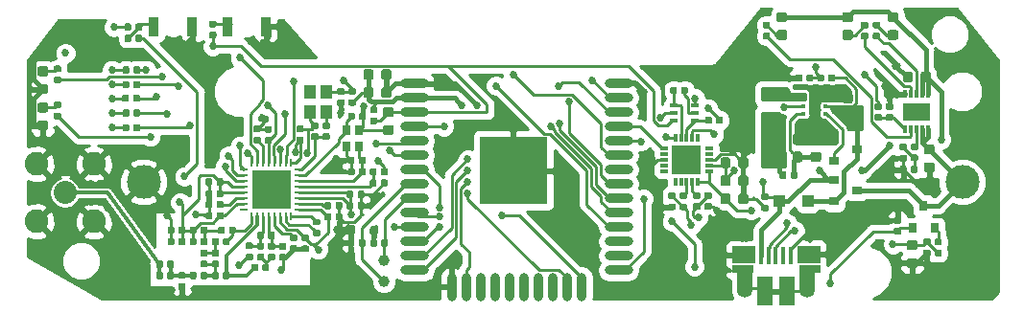
<source format=gbr>
G04 #@! TF.GenerationSoftware,KiCad,Pcbnew,5.0.2-bee76a0~70~ubuntu18.04.1*
G04 #@! TF.CreationDate,2019-04-01T00:38:36-04:00*
G04 #@! TF.ProjectId,L-Clip-V0,4c2d436c-6970-42d5-9630-2e6b69636164,rev?*
G04 #@! TF.SameCoordinates,Original*
G04 #@! TF.FileFunction,Copper,L1,Top*
G04 #@! TF.FilePolarity,Positive*
%FSLAX46Y46*%
G04 Gerber Fmt 4.6, Leading zero omitted, Abs format (unit mm)*
G04 Created by KiCad (PCBNEW 5.0.2-bee76a0~70~ubuntu18.04.1) date Mon 01 Apr 2019 12:38:36 AM EDT*
%MOMM*%
%LPD*%
G01*
G04 APERTURE LIST*
G04 #@! TA.AperFunction,ComponentPad*
%ADD10C,2.082800*%
G04 #@! TD*
G04 #@! TA.AperFunction,ComponentPad*
%ADD11C,2.032000*%
G04 #@! TD*
G04 #@! TA.AperFunction,Conductor*
%ADD12C,0.100000*%
G04 #@! TD*
G04 #@! TA.AperFunction,SMDPad,CuDef*
%ADD13C,0.590000*%
G04 #@! TD*
G04 #@! TA.AperFunction,SMDPad,CuDef*
%ADD14R,1.524000X0.700000*%
G04 #@! TD*
G04 #@! TA.AperFunction,SMDPad,CuDef*
%ADD15R,0.250000X0.700000*%
G04 #@! TD*
G04 #@! TA.AperFunction,SMDPad,CuDef*
%ADD16R,0.700000X0.250000*%
G04 #@! TD*
G04 #@! TA.AperFunction,SMDPad,CuDef*
%ADD17R,3.450000X3.450000*%
G04 #@! TD*
G04 #@! TA.AperFunction,SMDPad,CuDef*
%ADD18O,2.500000X0.900000*%
G04 #@! TD*
G04 #@! TA.AperFunction,SMDPad,CuDef*
%ADD19O,0.900000X2.500000*%
G04 #@! TD*
G04 #@! TA.AperFunction,SMDPad,CuDef*
%ADD20R,6.000000X6.000000*%
G04 #@! TD*
G04 #@! TA.AperFunction,SMDPad,CuDef*
%ADD21C,0.875000*%
G04 #@! TD*
G04 #@! TA.AperFunction,SMDPad,CuDef*
%ADD22R,1.350000X2.000000*%
G04 #@! TD*
G04 #@! TA.AperFunction,SMDPad,CuDef*
%ADD23R,1.825000X0.700000*%
G04 #@! TD*
G04 #@! TA.AperFunction,SMDPad,CuDef*
%ADD24R,2.000000X1.500000*%
G04 #@! TD*
G04 #@! TA.AperFunction,SMDPad,CuDef*
%ADD25R,0.400000X1.650000*%
G04 #@! TD*
G04 #@! TA.AperFunction,ComponentPad*
%ADD26O,1.100000X1.500000*%
G04 #@! TD*
G04 #@! TA.AperFunction,ComponentPad*
%ADD27O,1.350000X1.700000*%
G04 #@! TD*
G04 #@! TA.AperFunction,SMDPad,CuDef*
%ADD28R,1.430000X2.500000*%
G04 #@! TD*
G04 #@! TA.AperFunction,SMDPad,CuDef*
%ADD29R,0.900000X0.800000*%
G04 #@! TD*
G04 #@! TA.AperFunction,ComponentPad*
%ADD30C,1.000000*%
G04 #@! TD*
G04 #@! TA.AperFunction,SMDPad,CuDef*
%ADD31R,0.900000X1.700000*%
G04 #@! TD*
G04 #@! TA.AperFunction,SMDPad,CuDef*
%ADD32R,0.800000X0.900000*%
G04 #@! TD*
G04 #@! TA.AperFunction,SMDPad,CuDef*
%ADD33R,1.000000X1.150000*%
G04 #@! TD*
G04 #@! TA.AperFunction,SMDPad,CuDef*
%ADD34R,1.000000X1.000000*%
G04 #@! TD*
G04 #@! TA.AperFunction,SMDPad,CuDef*
%ADD35R,0.300000X0.650000*%
G04 #@! TD*
G04 #@! TA.AperFunction,SMDPad,CuDef*
%ADD36R,2.480000X1.550000*%
G04 #@! TD*
G04 #@! TA.AperFunction,ComponentPad*
%ADD37C,3.000000*%
G04 #@! TD*
G04 #@! TA.AperFunction,SMDPad,CuDef*
%ADD38R,0.650000X0.400000*%
G04 #@! TD*
G04 #@! TA.AperFunction,SMDPad,CuDef*
%ADD39R,0.730000X0.300000*%
G04 #@! TD*
G04 #@! TA.AperFunction,SMDPad,CuDef*
%ADD40R,0.300000X0.730000*%
G04 #@! TD*
G04 #@! TA.AperFunction,SMDPad,CuDef*
%ADD41R,2.500000X2.500000*%
G04 #@! TD*
G04 #@! TA.AperFunction,SMDPad,CuDef*
%ADD42R,1.000000X1.600000*%
G04 #@! TD*
G04 #@! TA.AperFunction,SMDPad,CuDef*
%ADD43R,0.450000X0.300000*%
G04 #@! TD*
G04 #@! TA.AperFunction,ViaPad*
%ADD44C,0.685800*%
G04 #@! TD*
G04 #@! TA.AperFunction,Conductor*
%ADD45C,0.254000*%
G04 #@! TD*
G04 #@! TA.AperFunction,Conductor*
%ADD46C,0.381000*%
G04 #@! TD*
G04 #@! TA.AperFunction,Conductor*
%ADD47C,0.508000*%
G04 #@! TD*
G04 #@! TA.AperFunction,Conductor*
%ADD48C,0.250000*%
G04 #@! TD*
G04 #@! TA.AperFunction,Conductor*
%ADD49C,0.300442*%
G04 #@! TD*
G04 #@! TA.AperFunction,Conductor*
%ADD50C,0.305554*%
G04 #@! TD*
G04 APERTURE END LIST*
D10*
G04 #@! TO.P,J1,5*
G04 #@! TO.N,GND*
X108420000Y-95500000D03*
G04 #@! TO.P,J1,4*
X113500000Y-95500000D03*
G04 #@! TO.P,J1,3*
X113500000Y-90420000D03*
G04 #@! TO.P,J1,2*
X108420000Y-90420000D03*
D11*
G04 #@! TO.P,J1,1*
G04 #@! TO.N,Net-(C29-Pad1)*
X110960000Y-92960000D03*
G04 #@! TD*
D12*
G04 #@! TO.N,Net-(D2-Pad1)*
G04 #@! TO.C,R11*
G36*
X181686958Y-77835710D02*
X181701276Y-77837834D01*
X181715317Y-77841351D01*
X181728946Y-77846228D01*
X181742031Y-77852417D01*
X181754447Y-77859858D01*
X181766073Y-77868481D01*
X181776798Y-77878202D01*
X181786519Y-77888927D01*
X181795142Y-77900553D01*
X181802583Y-77912969D01*
X181808772Y-77926054D01*
X181813649Y-77939683D01*
X181817166Y-77953724D01*
X181819290Y-77968042D01*
X181820000Y-77982500D01*
X181820000Y-78277500D01*
X181819290Y-78291958D01*
X181817166Y-78306276D01*
X181813649Y-78320317D01*
X181808772Y-78333946D01*
X181802583Y-78347031D01*
X181795142Y-78359447D01*
X181786519Y-78371073D01*
X181776798Y-78381798D01*
X181766073Y-78391519D01*
X181754447Y-78400142D01*
X181742031Y-78407583D01*
X181728946Y-78413772D01*
X181715317Y-78418649D01*
X181701276Y-78422166D01*
X181686958Y-78424290D01*
X181672500Y-78425000D01*
X181327500Y-78425000D01*
X181313042Y-78424290D01*
X181298724Y-78422166D01*
X181284683Y-78418649D01*
X181271054Y-78413772D01*
X181257969Y-78407583D01*
X181245553Y-78400142D01*
X181233927Y-78391519D01*
X181223202Y-78381798D01*
X181213481Y-78371073D01*
X181204858Y-78359447D01*
X181197417Y-78347031D01*
X181191228Y-78333946D01*
X181186351Y-78320317D01*
X181182834Y-78306276D01*
X181180710Y-78291958D01*
X181180000Y-78277500D01*
X181180000Y-77982500D01*
X181180710Y-77968042D01*
X181182834Y-77953724D01*
X181186351Y-77939683D01*
X181191228Y-77926054D01*
X181197417Y-77912969D01*
X181204858Y-77900553D01*
X181213481Y-77888927D01*
X181223202Y-77878202D01*
X181233927Y-77868481D01*
X181245553Y-77859858D01*
X181257969Y-77852417D01*
X181271054Y-77846228D01*
X181284683Y-77841351D01*
X181298724Y-77837834D01*
X181313042Y-77835710D01*
X181327500Y-77835000D01*
X181672500Y-77835000D01*
X181686958Y-77835710D01*
X181686958Y-77835710D01*
G37*
D13*
G04 #@! TD*
G04 #@! TO.P,R11,1*
G04 #@! TO.N,Net-(D2-Pad1)*
X181500000Y-78130000D03*
D12*
G04 #@! TO.N,Net-(R11-Pad2)*
G04 #@! TO.C,R11*
G36*
X181686958Y-78805710D02*
X181701276Y-78807834D01*
X181715317Y-78811351D01*
X181728946Y-78816228D01*
X181742031Y-78822417D01*
X181754447Y-78829858D01*
X181766073Y-78838481D01*
X181776798Y-78848202D01*
X181786519Y-78858927D01*
X181795142Y-78870553D01*
X181802583Y-78882969D01*
X181808772Y-78896054D01*
X181813649Y-78909683D01*
X181817166Y-78923724D01*
X181819290Y-78938042D01*
X181820000Y-78952500D01*
X181820000Y-79247500D01*
X181819290Y-79261958D01*
X181817166Y-79276276D01*
X181813649Y-79290317D01*
X181808772Y-79303946D01*
X181802583Y-79317031D01*
X181795142Y-79329447D01*
X181786519Y-79341073D01*
X181776798Y-79351798D01*
X181766073Y-79361519D01*
X181754447Y-79370142D01*
X181742031Y-79377583D01*
X181728946Y-79383772D01*
X181715317Y-79388649D01*
X181701276Y-79392166D01*
X181686958Y-79394290D01*
X181672500Y-79395000D01*
X181327500Y-79395000D01*
X181313042Y-79394290D01*
X181298724Y-79392166D01*
X181284683Y-79388649D01*
X181271054Y-79383772D01*
X181257969Y-79377583D01*
X181245553Y-79370142D01*
X181233927Y-79361519D01*
X181223202Y-79351798D01*
X181213481Y-79341073D01*
X181204858Y-79329447D01*
X181197417Y-79317031D01*
X181191228Y-79303946D01*
X181186351Y-79290317D01*
X181182834Y-79276276D01*
X181180710Y-79261958D01*
X181180000Y-79247500D01*
X181180000Y-78952500D01*
X181180710Y-78938042D01*
X181182834Y-78923724D01*
X181186351Y-78909683D01*
X181191228Y-78896054D01*
X181197417Y-78882969D01*
X181204858Y-78870553D01*
X181213481Y-78858927D01*
X181223202Y-78848202D01*
X181233927Y-78838481D01*
X181245553Y-78829858D01*
X181257969Y-78822417D01*
X181271054Y-78816228D01*
X181284683Y-78811351D01*
X181298724Y-78807834D01*
X181313042Y-78805710D01*
X181327500Y-78805000D01*
X181672500Y-78805000D01*
X181686958Y-78805710D01*
X181686958Y-78805710D01*
G37*
D13*
G04 #@! TD*
G04 #@! TO.P,R11,2*
G04 #@! TO.N,Net-(R11-Pad2)*
X181500000Y-79100000D03*
D14*
G04 #@! TO.P,L9,1*
G04 #@! TO.N,Net-(L9-Pad1)*
X173400000Y-84250000D03*
G04 #@! TO.P,L9,2*
G04 #@! TO.N,+3V3*
X173400000Y-86550000D03*
G04 #@! TD*
D12*
G04 #@! TO.N,GND*
G04 #@! TO.C,C1*
G36*
X129086958Y-87055710D02*
X129101276Y-87057834D01*
X129115317Y-87061351D01*
X129128946Y-87066228D01*
X129142031Y-87072417D01*
X129154447Y-87079858D01*
X129166073Y-87088481D01*
X129176798Y-87098202D01*
X129186519Y-87108927D01*
X129195142Y-87120553D01*
X129202583Y-87132969D01*
X129208772Y-87146054D01*
X129213649Y-87159683D01*
X129217166Y-87173724D01*
X129219290Y-87188042D01*
X129220000Y-87202500D01*
X129220000Y-87497500D01*
X129219290Y-87511958D01*
X129217166Y-87526276D01*
X129213649Y-87540317D01*
X129208772Y-87553946D01*
X129202583Y-87567031D01*
X129195142Y-87579447D01*
X129186519Y-87591073D01*
X129176798Y-87601798D01*
X129166073Y-87611519D01*
X129154447Y-87620142D01*
X129142031Y-87627583D01*
X129128946Y-87633772D01*
X129115317Y-87638649D01*
X129101276Y-87642166D01*
X129086958Y-87644290D01*
X129072500Y-87645000D01*
X128727500Y-87645000D01*
X128713042Y-87644290D01*
X128698724Y-87642166D01*
X128684683Y-87638649D01*
X128671054Y-87633772D01*
X128657969Y-87627583D01*
X128645553Y-87620142D01*
X128633927Y-87611519D01*
X128623202Y-87601798D01*
X128613481Y-87591073D01*
X128604858Y-87579447D01*
X128597417Y-87567031D01*
X128591228Y-87553946D01*
X128586351Y-87540317D01*
X128582834Y-87526276D01*
X128580710Y-87511958D01*
X128580000Y-87497500D01*
X128580000Y-87202500D01*
X128580710Y-87188042D01*
X128582834Y-87173724D01*
X128586351Y-87159683D01*
X128591228Y-87146054D01*
X128597417Y-87132969D01*
X128604858Y-87120553D01*
X128613481Y-87108927D01*
X128623202Y-87098202D01*
X128633927Y-87088481D01*
X128645553Y-87079858D01*
X128657969Y-87072417D01*
X128671054Y-87066228D01*
X128684683Y-87061351D01*
X128698724Y-87057834D01*
X128713042Y-87055710D01*
X128727500Y-87055000D01*
X129072500Y-87055000D01*
X129086958Y-87055710D01*
X129086958Y-87055710D01*
G37*
D13*
G04 #@! TD*
G04 #@! TO.P,C1,2*
G04 #@! TO.N,GND*
X128900000Y-87350000D03*
D12*
G04 #@! TO.N,+3V3*
G04 #@! TO.C,C1*
G36*
X129086958Y-88025710D02*
X129101276Y-88027834D01*
X129115317Y-88031351D01*
X129128946Y-88036228D01*
X129142031Y-88042417D01*
X129154447Y-88049858D01*
X129166073Y-88058481D01*
X129176798Y-88068202D01*
X129186519Y-88078927D01*
X129195142Y-88090553D01*
X129202583Y-88102969D01*
X129208772Y-88116054D01*
X129213649Y-88129683D01*
X129217166Y-88143724D01*
X129219290Y-88158042D01*
X129220000Y-88172500D01*
X129220000Y-88467500D01*
X129219290Y-88481958D01*
X129217166Y-88496276D01*
X129213649Y-88510317D01*
X129208772Y-88523946D01*
X129202583Y-88537031D01*
X129195142Y-88549447D01*
X129186519Y-88561073D01*
X129176798Y-88571798D01*
X129166073Y-88581519D01*
X129154447Y-88590142D01*
X129142031Y-88597583D01*
X129128946Y-88603772D01*
X129115317Y-88608649D01*
X129101276Y-88612166D01*
X129086958Y-88614290D01*
X129072500Y-88615000D01*
X128727500Y-88615000D01*
X128713042Y-88614290D01*
X128698724Y-88612166D01*
X128684683Y-88608649D01*
X128671054Y-88603772D01*
X128657969Y-88597583D01*
X128645553Y-88590142D01*
X128633927Y-88581519D01*
X128623202Y-88571798D01*
X128613481Y-88561073D01*
X128604858Y-88549447D01*
X128597417Y-88537031D01*
X128591228Y-88523946D01*
X128586351Y-88510317D01*
X128582834Y-88496276D01*
X128580710Y-88481958D01*
X128580000Y-88467500D01*
X128580000Y-88172500D01*
X128580710Y-88158042D01*
X128582834Y-88143724D01*
X128586351Y-88129683D01*
X128591228Y-88116054D01*
X128597417Y-88102969D01*
X128604858Y-88090553D01*
X128613481Y-88078927D01*
X128623202Y-88068202D01*
X128633927Y-88058481D01*
X128645553Y-88049858D01*
X128657969Y-88042417D01*
X128671054Y-88036228D01*
X128684683Y-88031351D01*
X128698724Y-88027834D01*
X128713042Y-88025710D01*
X128727500Y-88025000D01*
X129072500Y-88025000D01*
X129086958Y-88025710D01*
X129086958Y-88025710D01*
G37*
D13*
G04 #@! TD*
G04 #@! TO.P,C1,1*
G04 #@! TO.N,+3V3*
X128900000Y-88320000D03*
D12*
G04 #@! TO.N,Net-(C2-Pad1)*
G04 #@! TO.C,C2*
G36*
X136391958Y-85880710D02*
X136406276Y-85882834D01*
X136420317Y-85886351D01*
X136433946Y-85891228D01*
X136447031Y-85897417D01*
X136459447Y-85904858D01*
X136471073Y-85913481D01*
X136481798Y-85923202D01*
X136491519Y-85933927D01*
X136500142Y-85945553D01*
X136507583Y-85957969D01*
X136513772Y-85971054D01*
X136518649Y-85984683D01*
X136522166Y-85998724D01*
X136524290Y-86013042D01*
X136525000Y-86027500D01*
X136525000Y-86372500D01*
X136524290Y-86386958D01*
X136522166Y-86401276D01*
X136518649Y-86415317D01*
X136513772Y-86428946D01*
X136507583Y-86442031D01*
X136500142Y-86454447D01*
X136491519Y-86466073D01*
X136481798Y-86476798D01*
X136471073Y-86486519D01*
X136459447Y-86495142D01*
X136447031Y-86502583D01*
X136433946Y-86508772D01*
X136420317Y-86513649D01*
X136406276Y-86517166D01*
X136391958Y-86519290D01*
X136377500Y-86520000D01*
X136082500Y-86520000D01*
X136068042Y-86519290D01*
X136053724Y-86517166D01*
X136039683Y-86513649D01*
X136026054Y-86508772D01*
X136012969Y-86502583D01*
X136000553Y-86495142D01*
X135988927Y-86486519D01*
X135978202Y-86476798D01*
X135968481Y-86466073D01*
X135959858Y-86454447D01*
X135952417Y-86442031D01*
X135946228Y-86428946D01*
X135941351Y-86415317D01*
X135937834Y-86401276D01*
X135935710Y-86386958D01*
X135935000Y-86372500D01*
X135935000Y-86027500D01*
X135935710Y-86013042D01*
X135937834Y-85998724D01*
X135941351Y-85984683D01*
X135946228Y-85971054D01*
X135952417Y-85957969D01*
X135959858Y-85945553D01*
X135968481Y-85933927D01*
X135978202Y-85923202D01*
X135988927Y-85913481D01*
X136000553Y-85904858D01*
X136012969Y-85897417D01*
X136026054Y-85891228D01*
X136039683Y-85886351D01*
X136053724Y-85882834D01*
X136068042Y-85880710D01*
X136082500Y-85880000D01*
X136377500Y-85880000D01*
X136391958Y-85880710D01*
X136391958Y-85880710D01*
G37*
D13*
G04 #@! TD*
G04 #@! TO.P,C2,1*
G04 #@! TO.N,Net-(C2-Pad1)*
X136230000Y-86200000D03*
D12*
G04 #@! TO.N,GND*
G04 #@! TO.C,C2*
G36*
X137361958Y-85880710D02*
X137376276Y-85882834D01*
X137390317Y-85886351D01*
X137403946Y-85891228D01*
X137417031Y-85897417D01*
X137429447Y-85904858D01*
X137441073Y-85913481D01*
X137451798Y-85923202D01*
X137461519Y-85933927D01*
X137470142Y-85945553D01*
X137477583Y-85957969D01*
X137483772Y-85971054D01*
X137488649Y-85984683D01*
X137492166Y-85998724D01*
X137494290Y-86013042D01*
X137495000Y-86027500D01*
X137495000Y-86372500D01*
X137494290Y-86386958D01*
X137492166Y-86401276D01*
X137488649Y-86415317D01*
X137483772Y-86428946D01*
X137477583Y-86442031D01*
X137470142Y-86454447D01*
X137461519Y-86466073D01*
X137451798Y-86476798D01*
X137441073Y-86486519D01*
X137429447Y-86495142D01*
X137417031Y-86502583D01*
X137403946Y-86508772D01*
X137390317Y-86513649D01*
X137376276Y-86517166D01*
X137361958Y-86519290D01*
X137347500Y-86520000D01*
X137052500Y-86520000D01*
X137038042Y-86519290D01*
X137023724Y-86517166D01*
X137009683Y-86513649D01*
X136996054Y-86508772D01*
X136982969Y-86502583D01*
X136970553Y-86495142D01*
X136958927Y-86486519D01*
X136948202Y-86476798D01*
X136938481Y-86466073D01*
X136929858Y-86454447D01*
X136922417Y-86442031D01*
X136916228Y-86428946D01*
X136911351Y-86415317D01*
X136907834Y-86401276D01*
X136905710Y-86386958D01*
X136905000Y-86372500D01*
X136905000Y-86027500D01*
X136905710Y-86013042D01*
X136907834Y-85998724D01*
X136911351Y-85984683D01*
X136916228Y-85971054D01*
X136922417Y-85957969D01*
X136929858Y-85945553D01*
X136938481Y-85933927D01*
X136948202Y-85923202D01*
X136958927Y-85913481D01*
X136970553Y-85904858D01*
X136982969Y-85897417D01*
X136996054Y-85891228D01*
X137009683Y-85886351D01*
X137023724Y-85882834D01*
X137038042Y-85880710D01*
X137052500Y-85880000D01*
X137347500Y-85880000D01*
X137361958Y-85880710D01*
X137361958Y-85880710D01*
G37*
D13*
G04 #@! TD*
G04 #@! TO.P,C2,2*
G04 #@! TO.N,GND*
X137200000Y-86200000D03*
D12*
G04 #@! TO.N,+3V3*
G04 #@! TO.C,C3*
G36*
X131886958Y-87990710D02*
X131901276Y-87992834D01*
X131915317Y-87996351D01*
X131928946Y-88001228D01*
X131942031Y-88007417D01*
X131954447Y-88014858D01*
X131966073Y-88023481D01*
X131976798Y-88033202D01*
X131986519Y-88043927D01*
X131995142Y-88055553D01*
X132002583Y-88067969D01*
X132008772Y-88081054D01*
X132013649Y-88094683D01*
X132017166Y-88108724D01*
X132019290Y-88123042D01*
X132020000Y-88137500D01*
X132020000Y-88432500D01*
X132019290Y-88446958D01*
X132017166Y-88461276D01*
X132013649Y-88475317D01*
X132008772Y-88488946D01*
X132002583Y-88502031D01*
X131995142Y-88514447D01*
X131986519Y-88526073D01*
X131976798Y-88536798D01*
X131966073Y-88546519D01*
X131954447Y-88555142D01*
X131942031Y-88562583D01*
X131928946Y-88568772D01*
X131915317Y-88573649D01*
X131901276Y-88577166D01*
X131886958Y-88579290D01*
X131872500Y-88580000D01*
X131527500Y-88580000D01*
X131513042Y-88579290D01*
X131498724Y-88577166D01*
X131484683Y-88573649D01*
X131471054Y-88568772D01*
X131457969Y-88562583D01*
X131445553Y-88555142D01*
X131433927Y-88546519D01*
X131423202Y-88536798D01*
X131413481Y-88526073D01*
X131404858Y-88514447D01*
X131397417Y-88502031D01*
X131391228Y-88488946D01*
X131386351Y-88475317D01*
X131382834Y-88461276D01*
X131380710Y-88446958D01*
X131380000Y-88432500D01*
X131380000Y-88137500D01*
X131380710Y-88123042D01*
X131382834Y-88108724D01*
X131386351Y-88094683D01*
X131391228Y-88081054D01*
X131397417Y-88067969D01*
X131404858Y-88055553D01*
X131413481Y-88043927D01*
X131423202Y-88033202D01*
X131433927Y-88023481D01*
X131445553Y-88014858D01*
X131457969Y-88007417D01*
X131471054Y-88001228D01*
X131484683Y-87996351D01*
X131498724Y-87992834D01*
X131513042Y-87990710D01*
X131527500Y-87990000D01*
X131872500Y-87990000D01*
X131886958Y-87990710D01*
X131886958Y-87990710D01*
G37*
D13*
G04 #@! TD*
G04 #@! TO.P,C3,1*
G04 #@! TO.N,+3V3*
X131700000Y-88285000D03*
D12*
G04 #@! TO.N,GND*
G04 #@! TO.C,C3*
G36*
X131886958Y-87020710D02*
X131901276Y-87022834D01*
X131915317Y-87026351D01*
X131928946Y-87031228D01*
X131942031Y-87037417D01*
X131954447Y-87044858D01*
X131966073Y-87053481D01*
X131976798Y-87063202D01*
X131986519Y-87073927D01*
X131995142Y-87085553D01*
X132002583Y-87097969D01*
X132008772Y-87111054D01*
X132013649Y-87124683D01*
X132017166Y-87138724D01*
X132019290Y-87153042D01*
X132020000Y-87167500D01*
X132020000Y-87462500D01*
X132019290Y-87476958D01*
X132017166Y-87491276D01*
X132013649Y-87505317D01*
X132008772Y-87518946D01*
X132002583Y-87532031D01*
X131995142Y-87544447D01*
X131986519Y-87556073D01*
X131976798Y-87566798D01*
X131966073Y-87576519D01*
X131954447Y-87585142D01*
X131942031Y-87592583D01*
X131928946Y-87598772D01*
X131915317Y-87603649D01*
X131901276Y-87607166D01*
X131886958Y-87609290D01*
X131872500Y-87610000D01*
X131527500Y-87610000D01*
X131513042Y-87609290D01*
X131498724Y-87607166D01*
X131484683Y-87603649D01*
X131471054Y-87598772D01*
X131457969Y-87592583D01*
X131445553Y-87585142D01*
X131433927Y-87576519D01*
X131423202Y-87566798D01*
X131413481Y-87556073D01*
X131404858Y-87544447D01*
X131397417Y-87532031D01*
X131391228Y-87518946D01*
X131386351Y-87505317D01*
X131382834Y-87491276D01*
X131380710Y-87476958D01*
X131380000Y-87462500D01*
X131380000Y-87167500D01*
X131380710Y-87153042D01*
X131382834Y-87138724D01*
X131386351Y-87124683D01*
X131391228Y-87111054D01*
X131397417Y-87097969D01*
X131404858Y-87085553D01*
X131413481Y-87073927D01*
X131423202Y-87063202D01*
X131433927Y-87053481D01*
X131445553Y-87044858D01*
X131457969Y-87037417D01*
X131471054Y-87031228D01*
X131484683Y-87026351D01*
X131498724Y-87022834D01*
X131513042Y-87020710D01*
X131527500Y-87020000D01*
X131872500Y-87020000D01*
X131886958Y-87020710D01*
X131886958Y-87020710D01*
G37*
D13*
G04 #@! TD*
G04 #@! TO.P,C3,2*
G04 #@! TO.N,GND*
X131700000Y-87315000D03*
D12*
G04 #@! TO.N,+3V3*
G04 #@! TO.C,C4*
G36*
X136261958Y-93780710D02*
X136276276Y-93782834D01*
X136290317Y-93786351D01*
X136303946Y-93791228D01*
X136317031Y-93797417D01*
X136329447Y-93804858D01*
X136341073Y-93813481D01*
X136351798Y-93823202D01*
X136361519Y-93833927D01*
X136370142Y-93845553D01*
X136377583Y-93857969D01*
X136383772Y-93871054D01*
X136388649Y-93884683D01*
X136392166Y-93898724D01*
X136394290Y-93913042D01*
X136395000Y-93927500D01*
X136395000Y-94272500D01*
X136394290Y-94286958D01*
X136392166Y-94301276D01*
X136388649Y-94315317D01*
X136383772Y-94328946D01*
X136377583Y-94342031D01*
X136370142Y-94354447D01*
X136361519Y-94366073D01*
X136351798Y-94376798D01*
X136341073Y-94386519D01*
X136329447Y-94395142D01*
X136317031Y-94402583D01*
X136303946Y-94408772D01*
X136290317Y-94413649D01*
X136276276Y-94417166D01*
X136261958Y-94419290D01*
X136247500Y-94420000D01*
X135952500Y-94420000D01*
X135938042Y-94419290D01*
X135923724Y-94417166D01*
X135909683Y-94413649D01*
X135896054Y-94408772D01*
X135882969Y-94402583D01*
X135870553Y-94395142D01*
X135858927Y-94386519D01*
X135848202Y-94376798D01*
X135838481Y-94366073D01*
X135829858Y-94354447D01*
X135822417Y-94342031D01*
X135816228Y-94328946D01*
X135811351Y-94315317D01*
X135807834Y-94301276D01*
X135805710Y-94286958D01*
X135805000Y-94272500D01*
X135805000Y-93927500D01*
X135805710Y-93913042D01*
X135807834Y-93898724D01*
X135811351Y-93884683D01*
X135816228Y-93871054D01*
X135822417Y-93857969D01*
X135829858Y-93845553D01*
X135838481Y-93833927D01*
X135848202Y-93823202D01*
X135858927Y-93813481D01*
X135870553Y-93804858D01*
X135882969Y-93797417D01*
X135896054Y-93791228D01*
X135909683Y-93786351D01*
X135923724Y-93782834D01*
X135938042Y-93780710D01*
X135952500Y-93780000D01*
X136247500Y-93780000D01*
X136261958Y-93780710D01*
X136261958Y-93780710D01*
G37*
D13*
G04 #@! TD*
G04 #@! TO.P,C4,1*
G04 #@! TO.N,+3V3*
X136100000Y-94100000D03*
D12*
G04 #@! TO.N,GND*
G04 #@! TO.C,C4*
G36*
X137231958Y-93780710D02*
X137246276Y-93782834D01*
X137260317Y-93786351D01*
X137273946Y-93791228D01*
X137287031Y-93797417D01*
X137299447Y-93804858D01*
X137311073Y-93813481D01*
X137321798Y-93823202D01*
X137331519Y-93833927D01*
X137340142Y-93845553D01*
X137347583Y-93857969D01*
X137353772Y-93871054D01*
X137358649Y-93884683D01*
X137362166Y-93898724D01*
X137364290Y-93913042D01*
X137365000Y-93927500D01*
X137365000Y-94272500D01*
X137364290Y-94286958D01*
X137362166Y-94301276D01*
X137358649Y-94315317D01*
X137353772Y-94328946D01*
X137347583Y-94342031D01*
X137340142Y-94354447D01*
X137331519Y-94366073D01*
X137321798Y-94376798D01*
X137311073Y-94386519D01*
X137299447Y-94395142D01*
X137287031Y-94402583D01*
X137273946Y-94408772D01*
X137260317Y-94413649D01*
X137246276Y-94417166D01*
X137231958Y-94419290D01*
X137217500Y-94420000D01*
X136922500Y-94420000D01*
X136908042Y-94419290D01*
X136893724Y-94417166D01*
X136879683Y-94413649D01*
X136866054Y-94408772D01*
X136852969Y-94402583D01*
X136840553Y-94395142D01*
X136828927Y-94386519D01*
X136818202Y-94376798D01*
X136808481Y-94366073D01*
X136799858Y-94354447D01*
X136792417Y-94342031D01*
X136786228Y-94328946D01*
X136781351Y-94315317D01*
X136777834Y-94301276D01*
X136775710Y-94286958D01*
X136775000Y-94272500D01*
X136775000Y-93927500D01*
X136775710Y-93913042D01*
X136777834Y-93898724D01*
X136781351Y-93884683D01*
X136786228Y-93871054D01*
X136792417Y-93857969D01*
X136799858Y-93845553D01*
X136808481Y-93833927D01*
X136818202Y-93823202D01*
X136828927Y-93813481D01*
X136840553Y-93804858D01*
X136852969Y-93797417D01*
X136866054Y-93791228D01*
X136879683Y-93786351D01*
X136893724Y-93782834D01*
X136908042Y-93780710D01*
X136922500Y-93780000D01*
X137217500Y-93780000D01*
X137231958Y-93780710D01*
X137231958Y-93780710D01*
G37*
D13*
G04 #@! TD*
G04 #@! TO.P,C4,2*
G04 #@! TO.N,GND*
X137070000Y-94100000D03*
D12*
G04 #@! TO.N,Net-(C5-Pad1)*
G04 #@! TO.C,C5*
G36*
X137346958Y-89780710D02*
X137361276Y-89782834D01*
X137375317Y-89786351D01*
X137388946Y-89791228D01*
X137402031Y-89797417D01*
X137414447Y-89804858D01*
X137426073Y-89813481D01*
X137436798Y-89823202D01*
X137446519Y-89833927D01*
X137455142Y-89845553D01*
X137462583Y-89857969D01*
X137468772Y-89871054D01*
X137473649Y-89884683D01*
X137477166Y-89898724D01*
X137479290Y-89913042D01*
X137480000Y-89927500D01*
X137480000Y-90272500D01*
X137479290Y-90286958D01*
X137477166Y-90301276D01*
X137473649Y-90315317D01*
X137468772Y-90328946D01*
X137462583Y-90342031D01*
X137455142Y-90354447D01*
X137446519Y-90366073D01*
X137436798Y-90376798D01*
X137426073Y-90386519D01*
X137414447Y-90395142D01*
X137402031Y-90402583D01*
X137388946Y-90408772D01*
X137375317Y-90413649D01*
X137361276Y-90417166D01*
X137346958Y-90419290D01*
X137332500Y-90420000D01*
X137037500Y-90420000D01*
X137023042Y-90419290D01*
X137008724Y-90417166D01*
X136994683Y-90413649D01*
X136981054Y-90408772D01*
X136967969Y-90402583D01*
X136955553Y-90395142D01*
X136943927Y-90386519D01*
X136933202Y-90376798D01*
X136923481Y-90366073D01*
X136914858Y-90354447D01*
X136907417Y-90342031D01*
X136901228Y-90328946D01*
X136896351Y-90315317D01*
X136892834Y-90301276D01*
X136890710Y-90286958D01*
X136890000Y-90272500D01*
X136890000Y-89927500D01*
X136890710Y-89913042D01*
X136892834Y-89898724D01*
X136896351Y-89884683D01*
X136901228Y-89871054D01*
X136907417Y-89857969D01*
X136914858Y-89845553D01*
X136923481Y-89833927D01*
X136933202Y-89823202D01*
X136943927Y-89813481D01*
X136955553Y-89804858D01*
X136967969Y-89797417D01*
X136981054Y-89791228D01*
X136994683Y-89786351D01*
X137008724Y-89782834D01*
X137023042Y-89780710D01*
X137037500Y-89780000D01*
X137332500Y-89780000D01*
X137346958Y-89780710D01*
X137346958Y-89780710D01*
G37*
D13*
G04 #@! TD*
G04 #@! TO.P,C5,1*
G04 #@! TO.N,Net-(C5-Pad1)*
X137185000Y-90100000D03*
D12*
G04 #@! TO.N,GND*
G04 #@! TO.C,C5*
G36*
X136376958Y-89780710D02*
X136391276Y-89782834D01*
X136405317Y-89786351D01*
X136418946Y-89791228D01*
X136432031Y-89797417D01*
X136444447Y-89804858D01*
X136456073Y-89813481D01*
X136466798Y-89823202D01*
X136476519Y-89833927D01*
X136485142Y-89845553D01*
X136492583Y-89857969D01*
X136498772Y-89871054D01*
X136503649Y-89884683D01*
X136507166Y-89898724D01*
X136509290Y-89913042D01*
X136510000Y-89927500D01*
X136510000Y-90272500D01*
X136509290Y-90286958D01*
X136507166Y-90301276D01*
X136503649Y-90315317D01*
X136498772Y-90328946D01*
X136492583Y-90342031D01*
X136485142Y-90354447D01*
X136476519Y-90366073D01*
X136466798Y-90376798D01*
X136456073Y-90386519D01*
X136444447Y-90395142D01*
X136432031Y-90402583D01*
X136418946Y-90408772D01*
X136405317Y-90413649D01*
X136391276Y-90417166D01*
X136376958Y-90419290D01*
X136362500Y-90420000D01*
X136067500Y-90420000D01*
X136053042Y-90419290D01*
X136038724Y-90417166D01*
X136024683Y-90413649D01*
X136011054Y-90408772D01*
X135997969Y-90402583D01*
X135985553Y-90395142D01*
X135973927Y-90386519D01*
X135963202Y-90376798D01*
X135953481Y-90366073D01*
X135944858Y-90354447D01*
X135937417Y-90342031D01*
X135931228Y-90328946D01*
X135926351Y-90315317D01*
X135922834Y-90301276D01*
X135920710Y-90286958D01*
X135920000Y-90272500D01*
X135920000Y-89927500D01*
X135920710Y-89913042D01*
X135922834Y-89898724D01*
X135926351Y-89884683D01*
X135931228Y-89871054D01*
X135937417Y-89857969D01*
X135944858Y-89845553D01*
X135953481Y-89833927D01*
X135963202Y-89823202D01*
X135973927Y-89813481D01*
X135985553Y-89804858D01*
X135997969Y-89797417D01*
X136011054Y-89791228D01*
X136024683Y-89786351D01*
X136038724Y-89782834D01*
X136053042Y-89780710D01*
X136067500Y-89780000D01*
X136362500Y-89780000D01*
X136376958Y-89780710D01*
X136376958Y-89780710D01*
G37*
D13*
G04 #@! TD*
G04 #@! TO.P,C5,2*
G04 #@! TO.N,GND*
X136215000Y-90100000D03*
D12*
G04 #@! TO.N,GND*
G04 #@! TO.C,C6*
G36*
X135486958Y-84690710D02*
X135501276Y-84692834D01*
X135515317Y-84696351D01*
X135528946Y-84701228D01*
X135542031Y-84707417D01*
X135554447Y-84714858D01*
X135566073Y-84723481D01*
X135576798Y-84733202D01*
X135586519Y-84743927D01*
X135595142Y-84755553D01*
X135602583Y-84767969D01*
X135608772Y-84781054D01*
X135613649Y-84794683D01*
X135617166Y-84808724D01*
X135619290Y-84823042D01*
X135620000Y-84837500D01*
X135620000Y-85132500D01*
X135619290Y-85146958D01*
X135617166Y-85161276D01*
X135613649Y-85175317D01*
X135608772Y-85188946D01*
X135602583Y-85202031D01*
X135595142Y-85214447D01*
X135586519Y-85226073D01*
X135576798Y-85236798D01*
X135566073Y-85246519D01*
X135554447Y-85255142D01*
X135542031Y-85262583D01*
X135528946Y-85268772D01*
X135515317Y-85273649D01*
X135501276Y-85277166D01*
X135486958Y-85279290D01*
X135472500Y-85280000D01*
X135127500Y-85280000D01*
X135113042Y-85279290D01*
X135098724Y-85277166D01*
X135084683Y-85273649D01*
X135071054Y-85268772D01*
X135057969Y-85262583D01*
X135045553Y-85255142D01*
X135033927Y-85246519D01*
X135023202Y-85236798D01*
X135013481Y-85226073D01*
X135004858Y-85214447D01*
X134997417Y-85202031D01*
X134991228Y-85188946D01*
X134986351Y-85175317D01*
X134982834Y-85161276D01*
X134980710Y-85146958D01*
X134980000Y-85132500D01*
X134980000Y-84837500D01*
X134980710Y-84823042D01*
X134982834Y-84808724D01*
X134986351Y-84794683D01*
X134991228Y-84781054D01*
X134997417Y-84767969D01*
X135004858Y-84755553D01*
X135013481Y-84743927D01*
X135023202Y-84733202D01*
X135033927Y-84723481D01*
X135045553Y-84714858D01*
X135057969Y-84707417D01*
X135071054Y-84701228D01*
X135084683Y-84696351D01*
X135098724Y-84692834D01*
X135113042Y-84690710D01*
X135127500Y-84690000D01*
X135472500Y-84690000D01*
X135486958Y-84690710D01*
X135486958Y-84690710D01*
G37*
D13*
G04 #@! TD*
G04 #@! TO.P,C6,2*
G04 #@! TO.N,GND*
X135300000Y-84985000D03*
D12*
G04 #@! TO.N,TCXO_POWER*
G04 #@! TO.C,C6*
G36*
X135486958Y-83720710D02*
X135501276Y-83722834D01*
X135515317Y-83726351D01*
X135528946Y-83731228D01*
X135542031Y-83737417D01*
X135554447Y-83744858D01*
X135566073Y-83753481D01*
X135576798Y-83763202D01*
X135586519Y-83773927D01*
X135595142Y-83785553D01*
X135602583Y-83797969D01*
X135608772Y-83811054D01*
X135613649Y-83824683D01*
X135617166Y-83838724D01*
X135619290Y-83853042D01*
X135620000Y-83867500D01*
X135620000Y-84162500D01*
X135619290Y-84176958D01*
X135617166Y-84191276D01*
X135613649Y-84205317D01*
X135608772Y-84218946D01*
X135602583Y-84232031D01*
X135595142Y-84244447D01*
X135586519Y-84256073D01*
X135576798Y-84266798D01*
X135566073Y-84276519D01*
X135554447Y-84285142D01*
X135542031Y-84292583D01*
X135528946Y-84298772D01*
X135515317Y-84303649D01*
X135501276Y-84307166D01*
X135486958Y-84309290D01*
X135472500Y-84310000D01*
X135127500Y-84310000D01*
X135113042Y-84309290D01*
X135098724Y-84307166D01*
X135084683Y-84303649D01*
X135071054Y-84298772D01*
X135057969Y-84292583D01*
X135045553Y-84285142D01*
X135033927Y-84276519D01*
X135023202Y-84266798D01*
X135013481Y-84256073D01*
X135004858Y-84244447D01*
X134997417Y-84232031D01*
X134991228Y-84218946D01*
X134986351Y-84205317D01*
X134982834Y-84191276D01*
X134980710Y-84176958D01*
X134980000Y-84162500D01*
X134980000Y-83867500D01*
X134980710Y-83853042D01*
X134982834Y-83838724D01*
X134986351Y-83824683D01*
X134991228Y-83811054D01*
X134997417Y-83797969D01*
X135004858Y-83785553D01*
X135013481Y-83773927D01*
X135023202Y-83763202D01*
X135033927Y-83753481D01*
X135045553Y-83744858D01*
X135057969Y-83737417D01*
X135071054Y-83731228D01*
X135084683Y-83726351D01*
X135098724Y-83722834D01*
X135113042Y-83720710D01*
X135127500Y-83720000D01*
X135472500Y-83720000D01*
X135486958Y-83720710D01*
X135486958Y-83720710D01*
G37*
D13*
G04 #@! TD*
G04 #@! TO.P,C6,1*
G04 #@! TO.N,TCXO_POWER*
X135300000Y-84015000D03*
D12*
G04 #@! TO.N,Net-(C7-Pad1)*
G04 #@! TO.C,C7*
G36*
X134186958Y-86735710D02*
X134201276Y-86737834D01*
X134215317Y-86741351D01*
X134228946Y-86746228D01*
X134242031Y-86752417D01*
X134254447Y-86759858D01*
X134266073Y-86768481D01*
X134276798Y-86778202D01*
X134286519Y-86788927D01*
X134295142Y-86800553D01*
X134302583Y-86812969D01*
X134308772Y-86826054D01*
X134313649Y-86839683D01*
X134317166Y-86853724D01*
X134319290Y-86868042D01*
X134320000Y-86882500D01*
X134320000Y-87177500D01*
X134319290Y-87191958D01*
X134317166Y-87206276D01*
X134313649Y-87220317D01*
X134308772Y-87233946D01*
X134302583Y-87247031D01*
X134295142Y-87259447D01*
X134286519Y-87271073D01*
X134276798Y-87281798D01*
X134266073Y-87291519D01*
X134254447Y-87300142D01*
X134242031Y-87307583D01*
X134228946Y-87313772D01*
X134215317Y-87318649D01*
X134201276Y-87322166D01*
X134186958Y-87324290D01*
X134172500Y-87325000D01*
X133827500Y-87325000D01*
X133813042Y-87324290D01*
X133798724Y-87322166D01*
X133784683Y-87318649D01*
X133771054Y-87313772D01*
X133757969Y-87307583D01*
X133745553Y-87300142D01*
X133733927Y-87291519D01*
X133723202Y-87281798D01*
X133713481Y-87271073D01*
X133704858Y-87259447D01*
X133697417Y-87247031D01*
X133691228Y-87233946D01*
X133686351Y-87220317D01*
X133682834Y-87206276D01*
X133680710Y-87191958D01*
X133680000Y-87177500D01*
X133680000Y-86882500D01*
X133680710Y-86868042D01*
X133682834Y-86853724D01*
X133686351Y-86839683D01*
X133691228Y-86826054D01*
X133697417Y-86812969D01*
X133704858Y-86800553D01*
X133713481Y-86788927D01*
X133723202Y-86778202D01*
X133733927Y-86768481D01*
X133745553Y-86759858D01*
X133757969Y-86752417D01*
X133771054Y-86746228D01*
X133784683Y-86741351D01*
X133798724Y-86737834D01*
X133813042Y-86735710D01*
X133827500Y-86735000D01*
X134172500Y-86735000D01*
X134186958Y-86735710D01*
X134186958Y-86735710D01*
G37*
D13*
G04 #@! TD*
G04 #@! TO.P,C7,1*
G04 #@! TO.N,Net-(C7-Pad1)*
X134000000Y-87030000D03*
D12*
G04 #@! TO.N,/Radio/TCXO*
G04 #@! TO.C,C7*
G36*
X134186958Y-87705710D02*
X134201276Y-87707834D01*
X134215317Y-87711351D01*
X134228946Y-87716228D01*
X134242031Y-87722417D01*
X134254447Y-87729858D01*
X134266073Y-87738481D01*
X134276798Y-87748202D01*
X134286519Y-87758927D01*
X134295142Y-87770553D01*
X134302583Y-87782969D01*
X134308772Y-87796054D01*
X134313649Y-87809683D01*
X134317166Y-87823724D01*
X134319290Y-87838042D01*
X134320000Y-87852500D01*
X134320000Y-88147500D01*
X134319290Y-88161958D01*
X134317166Y-88176276D01*
X134313649Y-88190317D01*
X134308772Y-88203946D01*
X134302583Y-88217031D01*
X134295142Y-88229447D01*
X134286519Y-88241073D01*
X134276798Y-88251798D01*
X134266073Y-88261519D01*
X134254447Y-88270142D01*
X134242031Y-88277583D01*
X134228946Y-88283772D01*
X134215317Y-88288649D01*
X134201276Y-88292166D01*
X134186958Y-88294290D01*
X134172500Y-88295000D01*
X133827500Y-88295000D01*
X133813042Y-88294290D01*
X133798724Y-88292166D01*
X133784683Y-88288649D01*
X133771054Y-88283772D01*
X133757969Y-88277583D01*
X133745553Y-88270142D01*
X133733927Y-88261519D01*
X133723202Y-88251798D01*
X133713481Y-88241073D01*
X133704858Y-88229447D01*
X133697417Y-88217031D01*
X133691228Y-88203946D01*
X133686351Y-88190317D01*
X133682834Y-88176276D01*
X133680710Y-88161958D01*
X133680000Y-88147500D01*
X133680000Y-87852500D01*
X133680710Y-87838042D01*
X133682834Y-87823724D01*
X133686351Y-87809683D01*
X133691228Y-87796054D01*
X133697417Y-87782969D01*
X133704858Y-87770553D01*
X133713481Y-87758927D01*
X133723202Y-87748202D01*
X133733927Y-87738481D01*
X133745553Y-87729858D01*
X133757969Y-87722417D01*
X133771054Y-87716228D01*
X133784683Y-87711351D01*
X133798724Y-87707834D01*
X133813042Y-87705710D01*
X133827500Y-87705000D01*
X134172500Y-87705000D01*
X134186958Y-87705710D01*
X134186958Y-87705710D01*
G37*
D13*
G04 #@! TD*
G04 #@! TO.P,C7,2*
G04 #@! TO.N,/Radio/TCXO*
X134000000Y-88000000D03*
D12*
G04 #@! TO.N,GND*
G04 #@! TO.C,C8*
G36*
X137231958Y-92780710D02*
X137246276Y-92782834D01*
X137260317Y-92786351D01*
X137273946Y-92791228D01*
X137287031Y-92797417D01*
X137299447Y-92804858D01*
X137311073Y-92813481D01*
X137321798Y-92823202D01*
X137331519Y-92833927D01*
X137340142Y-92845553D01*
X137347583Y-92857969D01*
X137353772Y-92871054D01*
X137358649Y-92884683D01*
X137362166Y-92898724D01*
X137364290Y-92913042D01*
X137365000Y-92927500D01*
X137365000Y-93272500D01*
X137364290Y-93286958D01*
X137362166Y-93301276D01*
X137358649Y-93315317D01*
X137353772Y-93328946D01*
X137347583Y-93342031D01*
X137340142Y-93354447D01*
X137331519Y-93366073D01*
X137321798Y-93376798D01*
X137311073Y-93386519D01*
X137299447Y-93395142D01*
X137287031Y-93402583D01*
X137273946Y-93408772D01*
X137260317Y-93413649D01*
X137246276Y-93417166D01*
X137231958Y-93419290D01*
X137217500Y-93420000D01*
X136922500Y-93420000D01*
X136908042Y-93419290D01*
X136893724Y-93417166D01*
X136879683Y-93413649D01*
X136866054Y-93408772D01*
X136852969Y-93402583D01*
X136840553Y-93395142D01*
X136828927Y-93386519D01*
X136818202Y-93376798D01*
X136808481Y-93366073D01*
X136799858Y-93354447D01*
X136792417Y-93342031D01*
X136786228Y-93328946D01*
X136781351Y-93315317D01*
X136777834Y-93301276D01*
X136775710Y-93286958D01*
X136775000Y-93272500D01*
X136775000Y-92927500D01*
X136775710Y-92913042D01*
X136777834Y-92898724D01*
X136781351Y-92884683D01*
X136786228Y-92871054D01*
X136792417Y-92857969D01*
X136799858Y-92845553D01*
X136808481Y-92833927D01*
X136818202Y-92823202D01*
X136828927Y-92813481D01*
X136840553Y-92804858D01*
X136852969Y-92797417D01*
X136866054Y-92791228D01*
X136879683Y-92786351D01*
X136893724Y-92782834D01*
X136908042Y-92780710D01*
X136922500Y-92780000D01*
X137217500Y-92780000D01*
X137231958Y-92780710D01*
X137231958Y-92780710D01*
G37*
D13*
G04 #@! TD*
G04 #@! TO.P,C8,2*
G04 #@! TO.N,GND*
X137070000Y-93100000D03*
D12*
G04 #@! TO.N,+3V3*
G04 #@! TO.C,C8*
G36*
X136261958Y-92780710D02*
X136276276Y-92782834D01*
X136290317Y-92786351D01*
X136303946Y-92791228D01*
X136317031Y-92797417D01*
X136329447Y-92804858D01*
X136341073Y-92813481D01*
X136351798Y-92823202D01*
X136361519Y-92833927D01*
X136370142Y-92845553D01*
X136377583Y-92857969D01*
X136383772Y-92871054D01*
X136388649Y-92884683D01*
X136392166Y-92898724D01*
X136394290Y-92913042D01*
X136395000Y-92927500D01*
X136395000Y-93272500D01*
X136394290Y-93286958D01*
X136392166Y-93301276D01*
X136388649Y-93315317D01*
X136383772Y-93328946D01*
X136377583Y-93342031D01*
X136370142Y-93354447D01*
X136361519Y-93366073D01*
X136351798Y-93376798D01*
X136341073Y-93386519D01*
X136329447Y-93395142D01*
X136317031Y-93402583D01*
X136303946Y-93408772D01*
X136290317Y-93413649D01*
X136276276Y-93417166D01*
X136261958Y-93419290D01*
X136247500Y-93420000D01*
X135952500Y-93420000D01*
X135938042Y-93419290D01*
X135923724Y-93417166D01*
X135909683Y-93413649D01*
X135896054Y-93408772D01*
X135882969Y-93402583D01*
X135870553Y-93395142D01*
X135858927Y-93386519D01*
X135848202Y-93376798D01*
X135838481Y-93366073D01*
X135829858Y-93354447D01*
X135822417Y-93342031D01*
X135816228Y-93328946D01*
X135811351Y-93315317D01*
X135807834Y-93301276D01*
X135805710Y-93286958D01*
X135805000Y-93272500D01*
X135805000Y-92927500D01*
X135805710Y-92913042D01*
X135807834Y-92898724D01*
X135811351Y-92884683D01*
X135816228Y-92871054D01*
X135822417Y-92857969D01*
X135829858Y-92845553D01*
X135838481Y-92833927D01*
X135848202Y-92823202D01*
X135858927Y-92813481D01*
X135870553Y-92804858D01*
X135882969Y-92797417D01*
X135896054Y-92791228D01*
X135909683Y-92786351D01*
X135923724Y-92782834D01*
X135938042Y-92780710D01*
X135952500Y-92780000D01*
X136247500Y-92780000D01*
X136261958Y-92780710D01*
X136261958Y-92780710D01*
G37*
D13*
G04 #@! TD*
G04 #@! TO.P,C8,1*
G04 #@! TO.N,+3V3*
X136100000Y-93100000D03*
D12*
G04 #@! TO.N,Net-(C5-Pad1)*
G04 #@! TO.C,C9*
G36*
X137361958Y-90780710D02*
X137376276Y-90782834D01*
X137390317Y-90786351D01*
X137403946Y-90791228D01*
X137417031Y-90797417D01*
X137429447Y-90804858D01*
X137441073Y-90813481D01*
X137451798Y-90823202D01*
X137461519Y-90833927D01*
X137470142Y-90845553D01*
X137477583Y-90857969D01*
X137483772Y-90871054D01*
X137488649Y-90884683D01*
X137492166Y-90898724D01*
X137494290Y-90913042D01*
X137495000Y-90927500D01*
X137495000Y-91272500D01*
X137494290Y-91286958D01*
X137492166Y-91301276D01*
X137488649Y-91315317D01*
X137483772Y-91328946D01*
X137477583Y-91342031D01*
X137470142Y-91354447D01*
X137461519Y-91366073D01*
X137451798Y-91376798D01*
X137441073Y-91386519D01*
X137429447Y-91395142D01*
X137417031Y-91402583D01*
X137403946Y-91408772D01*
X137390317Y-91413649D01*
X137376276Y-91417166D01*
X137361958Y-91419290D01*
X137347500Y-91420000D01*
X137052500Y-91420000D01*
X137038042Y-91419290D01*
X137023724Y-91417166D01*
X137009683Y-91413649D01*
X136996054Y-91408772D01*
X136982969Y-91402583D01*
X136970553Y-91395142D01*
X136958927Y-91386519D01*
X136948202Y-91376798D01*
X136938481Y-91366073D01*
X136929858Y-91354447D01*
X136922417Y-91342031D01*
X136916228Y-91328946D01*
X136911351Y-91315317D01*
X136907834Y-91301276D01*
X136905710Y-91286958D01*
X136905000Y-91272500D01*
X136905000Y-90927500D01*
X136905710Y-90913042D01*
X136907834Y-90898724D01*
X136911351Y-90884683D01*
X136916228Y-90871054D01*
X136922417Y-90857969D01*
X136929858Y-90845553D01*
X136938481Y-90833927D01*
X136948202Y-90823202D01*
X136958927Y-90813481D01*
X136970553Y-90804858D01*
X136982969Y-90797417D01*
X136996054Y-90791228D01*
X137009683Y-90786351D01*
X137023724Y-90782834D01*
X137038042Y-90780710D01*
X137052500Y-90780000D01*
X137347500Y-90780000D01*
X137361958Y-90780710D01*
X137361958Y-90780710D01*
G37*
D13*
G04 #@! TD*
G04 #@! TO.P,C9,1*
G04 #@! TO.N,Net-(C5-Pad1)*
X137200000Y-91100000D03*
D12*
G04 #@! TO.N,GND*
G04 #@! TO.C,C9*
G36*
X136391958Y-90780710D02*
X136406276Y-90782834D01*
X136420317Y-90786351D01*
X136433946Y-90791228D01*
X136447031Y-90797417D01*
X136459447Y-90804858D01*
X136471073Y-90813481D01*
X136481798Y-90823202D01*
X136491519Y-90833927D01*
X136500142Y-90845553D01*
X136507583Y-90857969D01*
X136513772Y-90871054D01*
X136518649Y-90884683D01*
X136522166Y-90898724D01*
X136524290Y-90913042D01*
X136525000Y-90927500D01*
X136525000Y-91272500D01*
X136524290Y-91286958D01*
X136522166Y-91301276D01*
X136518649Y-91315317D01*
X136513772Y-91328946D01*
X136507583Y-91342031D01*
X136500142Y-91354447D01*
X136491519Y-91366073D01*
X136481798Y-91376798D01*
X136471073Y-91386519D01*
X136459447Y-91395142D01*
X136447031Y-91402583D01*
X136433946Y-91408772D01*
X136420317Y-91413649D01*
X136406276Y-91417166D01*
X136391958Y-91419290D01*
X136377500Y-91420000D01*
X136082500Y-91420000D01*
X136068042Y-91419290D01*
X136053724Y-91417166D01*
X136039683Y-91413649D01*
X136026054Y-91408772D01*
X136012969Y-91402583D01*
X136000553Y-91395142D01*
X135988927Y-91386519D01*
X135978202Y-91376798D01*
X135968481Y-91366073D01*
X135959858Y-91354447D01*
X135952417Y-91342031D01*
X135946228Y-91328946D01*
X135941351Y-91315317D01*
X135937834Y-91301276D01*
X135935710Y-91286958D01*
X135935000Y-91272500D01*
X135935000Y-90927500D01*
X135935710Y-90913042D01*
X135937834Y-90898724D01*
X135941351Y-90884683D01*
X135946228Y-90871054D01*
X135952417Y-90857969D01*
X135959858Y-90845553D01*
X135968481Y-90833927D01*
X135978202Y-90823202D01*
X135988927Y-90813481D01*
X136000553Y-90804858D01*
X136012969Y-90797417D01*
X136026054Y-90791228D01*
X136039683Y-90786351D01*
X136053724Y-90782834D01*
X136068042Y-90780710D01*
X136082500Y-90780000D01*
X136377500Y-90780000D01*
X136391958Y-90780710D01*
X136391958Y-90780710D01*
G37*
D13*
G04 #@! TD*
G04 #@! TO.P,C9,2*
G04 #@! TO.N,GND*
X136230000Y-91100000D03*
D12*
G04 #@! TO.N,GND*
G04 #@! TO.C,C10*
G36*
X135281958Y-94780710D02*
X135296276Y-94782834D01*
X135310317Y-94786351D01*
X135323946Y-94791228D01*
X135337031Y-94797417D01*
X135349447Y-94804858D01*
X135361073Y-94813481D01*
X135371798Y-94823202D01*
X135381519Y-94833927D01*
X135390142Y-94845553D01*
X135397583Y-94857969D01*
X135403772Y-94871054D01*
X135408649Y-94884683D01*
X135412166Y-94898724D01*
X135414290Y-94913042D01*
X135415000Y-94927500D01*
X135415000Y-95272500D01*
X135414290Y-95286958D01*
X135412166Y-95301276D01*
X135408649Y-95315317D01*
X135403772Y-95328946D01*
X135397583Y-95342031D01*
X135390142Y-95354447D01*
X135381519Y-95366073D01*
X135371798Y-95376798D01*
X135361073Y-95386519D01*
X135349447Y-95395142D01*
X135337031Y-95402583D01*
X135323946Y-95408772D01*
X135310317Y-95413649D01*
X135296276Y-95417166D01*
X135281958Y-95419290D01*
X135267500Y-95420000D01*
X134972500Y-95420000D01*
X134958042Y-95419290D01*
X134943724Y-95417166D01*
X134929683Y-95413649D01*
X134916054Y-95408772D01*
X134902969Y-95402583D01*
X134890553Y-95395142D01*
X134878927Y-95386519D01*
X134868202Y-95376798D01*
X134858481Y-95366073D01*
X134849858Y-95354447D01*
X134842417Y-95342031D01*
X134836228Y-95328946D01*
X134831351Y-95315317D01*
X134827834Y-95301276D01*
X134825710Y-95286958D01*
X134825000Y-95272500D01*
X134825000Y-94927500D01*
X134825710Y-94913042D01*
X134827834Y-94898724D01*
X134831351Y-94884683D01*
X134836228Y-94871054D01*
X134842417Y-94857969D01*
X134849858Y-94845553D01*
X134858481Y-94833927D01*
X134868202Y-94823202D01*
X134878927Y-94813481D01*
X134890553Y-94804858D01*
X134902969Y-94797417D01*
X134916054Y-94791228D01*
X134929683Y-94786351D01*
X134943724Y-94782834D01*
X134958042Y-94780710D01*
X134972500Y-94780000D01*
X135267500Y-94780000D01*
X135281958Y-94780710D01*
X135281958Y-94780710D01*
G37*
D13*
G04 #@! TD*
G04 #@! TO.P,C10,2*
G04 #@! TO.N,GND*
X135120000Y-95100000D03*
D12*
G04 #@! TO.N,+3V3*
G04 #@! TO.C,C10*
G36*
X134311958Y-94780710D02*
X134326276Y-94782834D01*
X134340317Y-94786351D01*
X134353946Y-94791228D01*
X134367031Y-94797417D01*
X134379447Y-94804858D01*
X134391073Y-94813481D01*
X134401798Y-94823202D01*
X134411519Y-94833927D01*
X134420142Y-94845553D01*
X134427583Y-94857969D01*
X134433772Y-94871054D01*
X134438649Y-94884683D01*
X134442166Y-94898724D01*
X134444290Y-94913042D01*
X134445000Y-94927500D01*
X134445000Y-95272500D01*
X134444290Y-95286958D01*
X134442166Y-95301276D01*
X134438649Y-95315317D01*
X134433772Y-95328946D01*
X134427583Y-95342031D01*
X134420142Y-95354447D01*
X134411519Y-95366073D01*
X134401798Y-95376798D01*
X134391073Y-95386519D01*
X134379447Y-95395142D01*
X134367031Y-95402583D01*
X134353946Y-95408772D01*
X134340317Y-95413649D01*
X134326276Y-95417166D01*
X134311958Y-95419290D01*
X134297500Y-95420000D01*
X134002500Y-95420000D01*
X133988042Y-95419290D01*
X133973724Y-95417166D01*
X133959683Y-95413649D01*
X133946054Y-95408772D01*
X133932969Y-95402583D01*
X133920553Y-95395142D01*
X133908927Y-95386519D01*
X133898202Y-95376798D01*
X133888481Y-95366073D01*
X133879858Y-95354447D01*
X133872417Y-95342031D01*
X133866228Y-95328946D01*
X133861351Y-95315317D01*
X133857834Y-95301276D01*
X133855710Y-95286958D01*
X133855000Y-95272500D01*
X133855000Y-94927500D01*
X133855710Y-94913042D01*
X133857834Y-94898724D01*
X133861351Y-94884683D01*
X133866228Y-94871054D01*
X133872417Y-94857969D01*
X133879858Y-94845553D01*
X133888481Y-94833927D01*
X133898202Y-94823202D01*
X133908927Y-94813481D01*
X133920553Y-94804858D01*
X133932969Y-94797417D01*
X133946054Y-94791228D01*
X133959683Y-94786351D01*
X133973724Y-94782834D01*
X133988042Y-94780710D01*
X134002500Y-94780000D01*
X134297500Y-94780000D01*
X134311958Y-94780710D01*
X134311958Y-94780710D01*
G37*
D13*
G04 #@! TD*
G04 #@! TO.P,C10,1*
G04 #@! TO.N,+3V3*
X134150000Y-95100000D03*
D12*
G04 #@! TO.N,+3V3*
G04 #@! TO.C,C11*
G36*
X132336958Y-96655710D02*
X132351276Y-96657834D01*
X132365317Y-96661351D01*
X132378946Y-96666228D01*
X132392031Y-96672417D01*
X132404447Y-96679858D01*
X132416073Y-96688481D01*
X132426798Y-96698202D01*
X132436519Y-96708927D01*
X132445142Y-96720553D01*
X132452583Y-96732969D01*
X132458772Y-96746054D01*
X132463649Y-96759683D01*
X132467166Y-96773724D01*
X132469290Y-96788042D01*
X132470000Y-96802500D01*
X132470000Y-97097500D01*
X132469290Y-97111958D01*
X132467166Y-97126276D01*
X132463649Y-97140317D01*
X132458772Y-97153946D01*
X132452583Y-97167031D01*
X132445142Y-97179447D01*
X132436519Y-97191073D01*
X132426798Y-97201798D01*
X132416073Y-97211519D01*
X132404447Y-97220142D01*
X132392031Y-97227583D01*
X132378946Y-97233772D01*
X132365317Y-97238649D01*
X132351276Y-97242166D01*
X132336958Y-97244290D01*
X132322500Y-97245000D01*
X131977500Y-97245000D01*
X131963042Y-97244290D01*
X131948724Y-97242166D01*
X131934683Y-97238649D01*
X131921054Y-97233772D01*
X131907969Y-97227583D01*
X131895553Y-97220142D01*
X131883927Y-97211519D01*
X131873202Y-97201798D01*
X131863481Y-97191073D01*
X131854858Y-97179447D01*
X131847417Y-97167031D01*
X131841228Y-97153946D01*
X131836351Y-97140317D01*
X131832834Y-97126276D01*
X131830710Y-97111958D01*
X131830000Y-97097500D01*
X131830000Y-96802500D01*
X131830710Y-96788042D01*
X131832834Y-96773724D01*
X131836351Y-96759683D01*
X131841228Y-96746054D01*
X131847417Y-96732969D01*
X131854858Y-96720553D01*
X131863481Y-96708927D01*
X131873202Y-96698202D01*
X131883927Y-96688481D01*
X131895553Y-96679858D01*
X131907969Y-96672417D01*
X131921054Y-96666228D01*
X131934683Y-96661351D01*
X131948724Y-96657834D01*
X131963042Y-96655710D01*
X131977500Y-96655000D01*
X132322500Y-96655000D01*
X132336958Y-96655710D01*
X132336958Y-96655710D01*
G37*
D13*
G04 #@! TD*
G04 #@! TO.P,C11,1*
G04 #@! TO.N,+3V3*
X132150000Y-96950000D03*
D12*
G04 #@! TO.N,GND*
G04 #@! TO.C,C11*
G36*
X132336958Y-97625710D02*
X132351276Y-97627834D01*
X132365317Y-97631351D01*
X132378946Y-97636228D01*
X132392031Y-97642417D01*
X132404447Y-97649858D01*
X132416073Y-97658481D01*
X132426798Y-97668202D01*
X132436519Y-97678927D01*
X132445142Y-97690553D01*
X132452583Y-97702969D01*
X132458772Y-97716054D01*
X132463649Y-97729683D01*
X132467166Y-97743724D01*
X132469290Y-97758042D01*
X132470000Y-97772500D01*
X132470000Y-98067500D01*
X132469290Y-98081958D01*
X132467166Y-98096276D01*
X132463649Y-98110317D01*
X132458772Y-98123946D01*
X132452583Y-98137031D01*
X132445142Y-98149447D01*
X132436519Y-98161073D01*
X132426798Y-98171798D01*
X132416073Y-98181519D01*
X132404447Y-98190142D01*
X132392031Y-98197583D01*
X132378946Y-98203772D01*
X132365317Y-98208649D01*
X132351276Y-98212166D01*
X132336958Y-98214290D01*
X132322500Y-98215000D01*
X131977500Y-98215000D01*
X131963042Y-98214290D01*
X131948724Y-98212166D01*
X131934683Y-98208649D01*
X131921054Y-98203772D01*
X131907969Y-98197583D01*
X131895553Y-98190142D01*
X131883927Y-98181519D01*
X131873202Y-98171798D01*
X131863481Y-98161073D01*
X131854858Y-98149447D01*
X131847417Y-98137031D01*
X131841228Y-98123946D01*
X131836351Y-98110317D01*
X131832834Y-98096276D01*
X131830710Y-98081958D01*
X131830000Y-98067500D01*
X131830000Y-97772500D01*
X131830710Y-97758042D01*
X131832834Y-97743724D01*
X131836351Y-97729683D01*
X131841228Y-97716054D01*
X131847417Y-97702969D01*
X131854858Y-97690553D01*
X131863481Y-97678927D01*
X131873202Y-97668202D01*
X131883927Y-97658481D01*
X131895553Y-97649858D01*
X131907969Y-97642417D01*
X131921054Y-97636228D01*
X131934683Y-97631351D01*
X131948724Y-97627834D01*
X131963042Y-97625710D01*
X131977500Y-97625000D01*
X132322500Y-97625000D01*
X132336958Y-97625710D01*
X132336958Y-97625710D01*
G37*
D13*
G04 #@! TD*
G04 #@! TO.P,C11,2*
G04 #@! TO.N,GND*
X132150000Y-97920000D03*
D12*
G04 #@! TO.N,Net-(C12-Pad1)*
G04 #@! TO.C,C12*
G36*
X133336958Y-96225710D02*
X133351276Y-96227834D01*
X133365317Y-96231351D01*
X133378946Y-96236228D01*
X133392031Y-96242417D01*
X133404447Y-96249858D01*
X133416073Y-96258481D01*
X133426798Y-96268202D01*
X133436519Y-96278927D01*
X133445142Y-96290553D01*
X133452583Y-96302969D01*
X133458772Y-96316054D01*
X133463649Y-96329683D01*
X133467166Y-96343724D01*
X133469290Y-96358042D01*
X133470000Y-96372500D01*
X133470000Y-96667500D01*
X133469290Y-96681958D01*
X133467166Y-96696276D01*
X133463649Y-96710317D01*
X133458772Y-96723946D01*
X133452583Y-96737031D01*
X133445142Y-96749447D01*
X133436519Y-96761073D01*
X133426798Y-96771798D01*
X133416073Y-96781519D01*
X133404447Y-96790142D01*
X133392031Y-96797583D01*
X133378946Y-96803772D01*
X133365317Y-96808649D01*
X133351276Y-96812166D01*
X133336958Y-96814290D01*
X133322500Y-96815000D01*
X132977500Y-96815000D01*
X132963042Y-96814290D01*
X132948724Y-96812166D01*
X132934683Y-96808649D01*
X132921054Y-96803772D01*
X132907969Y-96797583D01*
X132895553Y-96790142D01*
X132883927Y-96781519D01*
X132873202Y-96771798D01*
X132863481Y-96761073D01*
X132854858Y-96749447D01*
X132847417Y-96737031D01*
X132841228Y-96723946D01*
X132836351Y-96710317D01*
X132832834Y-96696276D01*
X132830710Y-96681958D01*
X132830000Y-96667500D01*
X132830000Y-96372500D01*
X132830710Y-96358042D01*
X132832834Y-96343724D01*
X132836351Y-96329683D01*
X132841228Y-96316054D01*
X132847417Y-96302969D01*
X132854858Y-96290553D01*
X132863481Y-96278927D01*
X132873202Y-96268202D01*
X132883927Y-96258481D01*
X132895553Y-96249858D01*
X132907969Y-96242417D01*
X132921054Y-96236228D01*
X132934683Y-96231351D01*
X132948724Y-96227834D01*
X132963042Y-96225710D01*
X132977500Y-96225000D01*
X133322500Y-96225000D01*
X133336958Y-96225710D01*
X133336958Y-96225710D01*
G37*
D13*
G04 #@! TD*
G04 #@! TO.P,C12,1*
G04 #@! TO.N,Net-(C12-Pad1)*
X133150000Y-96520000D03*
D12*
G04 #@! TO.N,Net-(C12-Pad2)*
G04 #@! TO.C,C12*
G36*
X133336958Y-95255710D02*
X133351276Y-95257834D01*
X133365317Y-95261351D01*
X133378946Y-95266228D01*
X133392031Y-95272417D01*
X133404447Y-95279858D01*
X133416073Y-95288481D01*
X133426798Y-95298202D01*
X133436519Y-95308927D01*
X133445142Y-95320553D01*
X133452583Y-95332969D01*
X133458772Y-95346054D01*
X133463649Y-95359683D01*
X133467166Y-95373724D01*
X133469290Y-95388042D01*
X133470000Y-95402500D01*
X133470000Y-95697500D01*
X133469290Y-95711958D01*
X133467166Y-95726276D01*
X133463649Y-95740317D01*
X133458772Y-95753946D01*
X133452583Y-95767031D01*
X133445142Y-95779447D01*
X133436519Y-95791073D01*
X133426798Y-95801798D01*
X133416073Y-95811519D01*
X133404447Y-95820142D01*
X133392031Y-95827583D01*
X133378946Y-95833772D01*
X133365317Y-95838649D01*
X133351276Y-95842166D01*
X133336958Y-95844290D01*
X133322500Y-95845000D01*
X132977500Y-95845000D01*
X132963042Y-95844290D01*
X132948724Y-95842166D01*
X132934683Y-95838649D01*
X132921054Y-95833772D01*
X132907969Y-95827583D01*
X132895553Y-95820142D01*
X132883927Y-95811519D01*
X132873202Y-95801798D01*
X132863481Y-95791073D01*
X132854858Y-95779447D01*
X132847417Y-95767031D01*
X132841228Y-95753946D01*
X132836351Y-95740317D01*
X132832834Y-95726276D01*
X132830710Y-95711958D01*
X132830000Y-95697500D01*
X132830000Y-95402500D01*
X132830710Y-95388042D01*
X132832834Y-95373724D01*
X132836351Y-95359683D01*
X132841228Y-95346054D01*
X132847417Y-95332969D01*
X132854858Y-95320553D01*
X132863481Y-95308927D01*
X132873202Y-95298202D01*
X132883927Y-95288481D01*
X132895553Y-95279858D01*
X132907969Y-95272417D01*
X132921054Y-95266228D01*
X132934683Y-95261351D01*
X132948724Y-95257834D01*
X132963042Y-95255710D01*
X132977500Y-95255000D01*
X133322500Y-95255000D01*
X133336958Y-95255710D01*
X133336958Y-95255710D01*
G37*
D13*
G04 #@! TD*
G04 #@! TO.P,C12,2*
G04 #@! TO.N,Net-(C12-Pad2)*
X133150000Y-95550000D03*
D12*
G04 #@! TO.N,+3V3*
G04 #@! TO.C,C13*
G36*
X124803842Y-94680710D02*
X124818160Y-94682834D01*
X124832201Y-94686351D01*
X124845830Y-94691228D01*
X124858915Y-94697417D01*
X124871331Y-94704858D01*
X124882957Y-94713481D01*
X124893682Y-94723202D01*
X124903403Y-94733927D01*
X124912026Y-94745553D01*
X124919467Y-94757969D01*
X124925656Y-94771054D01*
X124930533Y-94784683D01*
X124934050Y-94798724D01*
X124936174Y-94813042D01*
X124936884Y-94827500D01*
X124936884Y-95172500D01*
X124936174Y-95186958D01*
X124934050Y-95201276D01*
X124930533Y-95215317D01*
X124925656Y-95228946D01*
X124919467Y-95242031D01*
X124912026Y-95254447D01*
X124903403Y-95266073D01*
X124893682Y-95276798D01*
X124882957Y-95286519D01*
X124871331Y-95295142D01*
X124858915Y-95302583D01*
X124845830Y-95308772D01*
X124832201Y-95313649D01*
X124818160Y-95317166D01*
X124803842Y-95319290D01*
X124789384Y-95320000D01*
X124494384Y-95320000D01*
X124479926Y-95319290D01*
X124465608Y-95317166D01*
X124451567Y-95313649D01*
X124437938Y-95308772D01*
X124424853Y-95302583D01*
X124412437Y-95295142D01*
X124400811Y-95286519D01*
X124390086Y-95276798D01*
X124380365Y-95266073D01*
X124371742Y-95254447D01*
X124364301Y-95242031D01*
X124358112Y-95228946D01*
X124353235Y-95215317D01*
X124349718Y-95201276D01*
X124347594Y-95186958D01*
X124346884Y-95172500D01*
X124346884Y-94827500D01*
X124347594Y-94813042D01*
X124349718Y-94798724D01*
X124353235Y-94784683D01*
X124358112Y-94771054D01*
X124364301Y-94757969D01*
X124371742Y-94745553D01*
X124380365Y-94733927D01*
X124390086Y-94723202D01*
X124400811Y-94713481D01*
X124412437Y-94704858D01*
X124424853Y-94697417D01*
X124437938Y-94691228D01*
X124451567Y-94686351D01*
X124465608Y-94682834D01*
X124479926Y-94680710D01*
X124494384Y-94680000D01*
X124789384Y-94680000D01*
X124803842Y-94680710D01*
X124803842Y-94680710D01*
G37*
D13*
G04 #@! TD*
G04 #@! TO.P,C13,1*
G04 #@! TO.N,+3V3*
X124641884Y-95000000D03*
D12*
G04 #@! TO.N,GND*
G04 #@! TO.C,C13*
G36*
X123833842Y-94680710D02*
X123848160Y-94682834D01*
X123862201Y-94686351D01*
X123875830Y-94691228D01*
X123888915Y-94697417D01*
X123901331Y-94704858D01*
X123912957Y-94713481D01*
X123923682Y-94723202D01*
X123933403Y-94733927D01*
X123942026Y-94745553D01*
X123949467Y-94757969D01*
X123955656Y-94771054D01*
X123960533Y-94784683D01*
X123964050Y-94798724D01*
X123966174Y-94813042D01*
X123966884Y-94827500D01*
X123966884Y-95172500D01*
X123966174Y-95186958D01*
X123964050Y-95201276D01*
X123960533Y-95215317D01*
X123955656Y-95228946D01*
X123949467Y-95242031D01*
X123942026Y-95254447D01*
X123933403Y-95266073D01*
X123923682Y-95276798D01*
X123912957Y-95286519D01*
X123901331Y-95295142D01*
X123888915Y-95302583D01*
X123875830Y-95308772D01*
X123862201Y-95313649D01*
X123848160Y-95317166D01*
X123833842Y-95319290D01*
X123819384Y-95320000D01*
X123524384Y-95320000D01*
X123509926Y-95319290D01*
X123495608Y-95317166D01*
X123481567Y-95313649D01*
X123467938Y-95308772D01*
X123454853Y-95302583D01*
X123442437Y-95295142D01*
X123430811Y-95286519D01*
X123420086Y-95276798D01*
X123410365Y-95266073D01*
X123401742Y-95254447D01*
X123394301Y-95242031D01*
X123388112Y-95228946D01*
X123383235Y-95215317D01*
X123379718Y-95201276D01*
X123377594Y-95186958D01*
X123376884Y-95172500D01*
X123376884Y-94827500D01*
X123377594Y-94813042D01*
X123379718Y-94798724D01*
X123383235Y-94784683D01*
X123388112Y-94771054D01*
X123394301Y-94757969D01*
X123401742Y-94745553D01*
X123410365Y-94733927D01*
X123420086Y-94723202D01*
X123430811Y-94713481D01*
X123442437Y-94704858D01*
X123454853Y-94697417D01*
X123467938Y-94691228D01*
X123481567Y-94686351D01*
X123495608Y-94682834D01*
X123509926Y-94680710D01*
X123524384Y-94680000D01*
X123819384Y-94680000D01*
X123833842Y-94680710D01*
X123833842Y-94680710D01*
G37*
D13*
G04 #@! TD*
G04 #@! TO.P,C13,2*
G04 #@! TO.N,GND*
X123671884Y-95000000D03*
D12*
G04 #@! TO.N,+3V3*
G04 #@! TO.C,C14*
G36*
X124796958Y-92730710D02*
X124811276Y-92732834D01*
X124825317Y-92736351D01*
X124838946Y-92741228D01*
X124852031Y-92747417D01*
X124864447Y-92754858D01*
X124876073Y-92763481D01*
X124886798Y-92773202D01*
X124896519Y-92783927D01*
X124905142Y-92795553D01*
X124912583Y-92807969D01*
X124918772Y-92821054D01*
X124923649Y-92834683D01*
X124927166Y-92848724D01*
X124929290Y-92863042D01*
X124930000Y-92877500D01*
X124930000Y-93222500D01*
X124929290Y-93236958D01*
X124927166Y-93251276D01*
X124923649Y-93265317D01*
X124918772Y-93278946D01*
X124912583Y-93292031D01*
X124905142Y-93304447D01*
X124896519Y-93316073D01*
X124886798Y-93326798D01*
X124876073Y-93336519D01*
X124864447Y-93345142D01*
X124852031Y-93352583D01*
X124838946Y-93358772D01*
X124825317Y-93363649D01*
X124811276Y-93367166D01*
X124796958Y-93369290D01*
X124782500Y-93370000D01*
X124487500Y-93370000D01*
X124473042Y-93369290D01*
X124458724Y-93367166D01*
X124444683Y-93363649D01*
X124431054Y-93358772D01*
X124417969Y-93352583D01*
X124405553Y-93345142D01*
X124393927Y-93336519D01*
X124383202Y-93326798D01*
X124373481Y-93316073D01*
X124364858Y-93304447D01*
X124357417Y-93292031D01*
X124351228Y-93278946D01*
X124346351Y-93265317D01*
X124342834Y-93251276D01*
X124340710Y-93236958D01*
X124340000Y-93222500D01*
X124340000Y-92877500D01*
X124340710Y-92863042D01*
X124342834Y-92848724D01*
X124346351Y-92834683D01*
X124351228Y-92821054D01*
X124357417Y-92807969D01*
X124364858Y-92795553D01*
X124373481Y-92783927D01*
X124383202Y-92773202D01*
X124393927Y-92763481D01*
X124405553Y-92754858D01*
X124417969Y-92747417D01*
X124431054Y-92741228D01*
X124444683Y-92736351D01*
X124458724Y-92732834D01*
X124473042Y-92730710D01*
X124487500Y-92730000D01*
X124782500Y-92730000D01*
X124796958Y-92730710D01*
X124796958Y-92730710D01*
G37*
D13*
G04 #@! TD*
G04 #@! TO.P,C14,1*
G04 #@! TO.N,+3V3*
X124635000Y-93050000D03*
D12*
G04 #@! TO.N,GND*
G04 #@! TO.C,C14*
G36*
X123826958Y-92730710D02*
X123841276Y-92732834D01*
X123855317Y-92736351D01*
X123868946Y-92741228D01*
X123882031Y-92747417D01*
X123894447Y-92754858D01*
X123906073Y-92763481D01*
X123916798Y-92773202D01*
X123926519Y-92783927D01*
X123935142Y-92795553D01*
X123942583Y-92807969D01*
X123948772Y-92821054D01*
X123953649Y-92834683D01*
X123957166Y-92848724D01*
X123959290Y-92863042D01*
X123960000Y-92877500D01*
X123960000Y-93222500D01*
X123959290Y-93236958D01*
X123957166Y-93251276D01*
X123953649Y-93265317D01*
X123948772Y-93278946D01*
X123942583Y-93292031D01*
X123935142Y-93304447D01*
X123926519Y-93316073D01*
X123916798Y-93326798D01*
X123906073Y-93336519D01*
X123894447Y-93345142D01*
X123882031Y-93352583D01*
X123868946Y-93358772D01*
X123855317Y-93363649D01*
X123841276Y-93367166D01*
X123826958Y-93369290D01*
X123812500Y-93370000D01*
X123517500Y-93370000D01*
X123503042Y-93369290D01*
X123488724Y-93367166D01*
X123474683Y-93363649D01*
X123461054Y-93358772D01*
X123447969Y-93352583D01*
X123435553Y-93345142D01*
X123423927Y-93336519D01*
X123413202Y-93326798D01*
X123403481Y-93316073D01*
X123394858Y-93304447D01*
X123387417Y-93292031D01*
X123381228Y-93278946D01*
X123376351Y-93265317D01*
X123372834Y-93251276D01*
X123370710Y-93236958D01*
X123370000Y-93222500D01*
X123370000Y-92877500D01*
X123370710Y-92863042D01*
X123372834Y-92848724D01*
X123376351Y-92834683D01*
X123381228Y-92821054D01*
X123387417Y-92807969D01*
X123394858Y-92795553D01*
X123403481Y-92783927D01*
X123413202Y-92773202D01*
X123423927Y-92763481D01*
X123435553Y-92754858D01*
X123447969Y-92747417D01*
X123461054Y-92741228D01*
X123474683Y-92736351D01*
X123488724Y-92732834D01*
X123503042Y-92730710D01*
X123517500Y-92730000D01*
X123812500Y-92730000D01*
X123826958Y-92730710D01*
X123826958Y-92730710D01*
G37*
D13*
G04 #@! TD*
G04 #@! TO.P,C14,2*
G04 #@! TO.N,GND*
X123665000Y-93050000D03*
D12*
G04 #@! TO.N,GND*
G04 #@! TO.C,C15*
G36*
X139281958Y-91780710D02*
X139296276Y-91782834D01*
X139310317Y-91786351D01*
X139323946Y-91791228D01*
X139337031Y-91797417D01*
X139349447Y-91804858D01*
X139361073Y-91813481D01*
X139371798Y-91823202D01*
X139381519Y-91833927D01*
X139390142Y-91845553D01*
X139397583Y-91857969D01*
X139403772Y-91871054D01*
X139408649Y-91884683D01*
X139412166Y-91898724D01*
X139414290Y-91913042D01*
X139415000Y-91927500D01*
X139415000Y-92272500D01*
X139414290Y-92286958D01*
X139412166Y-92301276D01*
X139408649Y-92315317D01*
X139403772Y-92328946D01*
X139397583Y-92342031D01*
X139390142Y-92354447D01*
X139381519Y-92366073D01*
X139371798Y-92376798D01*
X139361073Y-92386519D01*
X139349447Y-92395142D01*
X139337031Y-92402583D01*
X139323946Y-92408772D01*
X139310317Y-92413649D01*
X139296276Y-92417166D01*
X139281958Y-92419290D01*
X139267500Y-92420000D01*
X138972500Y-92420000D01*
X138958042Y-92419290D01*
X138943724Y-92417166D01*
X138929683Y-92413649D01*
X138916054Y-92408772D01*
X138902969Y-92402583D01*
X138890553Y-92395142D01*
X138878927Y-92386519D01*
X138868202Y-92376798D01*
X138858481Y-92366073D01*
X138849858Y-92354447D01*
X138842417Y-92342031D01*
X138836228Y-92328946D01*
X138831351Y-92315317D01*
X138827834Y-92301276D01*
X138825710Y-92286958D01*
X138825000Y-92272500D01*
X138825000Y-91927500D01*
X138825710Y-91913042D01*
X138827834Y-91898724D01*
X138831351Y-91884683D01*
X138836228Y-91871054D01*
X138842417Y-91857969D01*
X138849858Y-91845553D01*
X138858481Y-91833927D01*
X138868202Y-91823202D01*
X138878927Y-91813481D01*
X138890553Y-91804858D01*
X138902969Y-91797417D01*
X138916054Y-91791228D01*
X138929683Y-91786351D01*
X138943724Y-91782834D01*
X138958042Y-91780710D01*
X138972500Y-91780000D01*
X139267500Y-91780000D01*
X139281958Y-91780710D01*
X139281958Y-91780710D01*
G37*
D13*
G04 #@! TD*
G04 #@! TO.P,C15,2*
G04 #@! TO.N,GND*
X139120000Y-92100000D03*
D12*
G04 #@! TO.N,/Radio/DCPL_XOSC*
G04 #@! TO.C,C15*
G36*
X138311958Y-91780710D02*
X138326276Y-91782834D01*
X138340317Y-91786351D01*
X138353946Y-91791228D01*
X138367031Y-91797417D01*
X138379447Y-91804858D01*
X138391073Y-91813481D01*
X138401798Y-91823202D01*
X138411519Y-91833927D01*
X138420142Y-91845553D01*
X138427583Y-91857969D01*
X138433772Y-91871054D01*
X138438649Y-91884683D01*
X138442166Y-91898724D01*
X138444290Y-91913042D01*
X138445000Y-91927500D01*
X138445000Y-92272500D01*
X138444290Y-92286958D01*
X138442166Y-92301276D01*
X138438649Y-92315317D01*
X138433772Y-92328946D01*
X138427583Y-92342031D01*
X138420142Y-92354447D01*
X138411519Y-92366073D01*
X138401798Y-92376798D01*
X138391073Y-92386519D01*
X138379447Y-92395142D01*
X138367031Y-92402583D01*
X138353946Y-92408772D01*
X138340317Y-92413649D01*
X138326276Y-92417166D01*
X138311958Y-92419290D01*
X138297500Y-92420000D01*
X138002500Y-92420000D01*
X137988042Y-92419290D01*
X137973724Y-92417166D01*
X137959683Y-92413649D01*
X137946054Y-92408772D01*
X137932969Y-92402583D01*
X137920553Y-92395142D01*
X137908927Y-92386519D01*
X137898202Y-92376798D01*
X137888481Y-92366073D01*
X137879858Y-92354447D01*
X137872417Y-92342031D01*
X137866228Y-92328946D01*
X137861351Y-92315317D01*
X137857834Y-92301276D01*
X137855710Y-92286958D01*
X137855000Y-92272500D01*
X137855000Y-91927500D01*
X137855710Y-91913042D01*
X137857834Y-91898724D01*
X137861351Y-91884683D01*
X137866228Y-91871054D01*
X137872417Y-91857969D01*
X137879858Y-91845553D01*
X137888481Y-91833927D01*
X137898202Y-91823202D01*
X137908927Y-91813481D01*
X137920553Y-91804858D01*
X137932969Y-91797417D01*
X137946054Y-91791228D01*
X137959683Y-91786351D01*
X137973724Y-91782834D01*
X137988042Y-91780710D01*
X138002500Y-91780000D01*
X138297500Y-91780000D01*
X138311958Y-91780710D01*
X138311958Y-91780710D01*
G37*
D13*
G04 #@! TD*
G04 #@! TO.P,C15,1*
G04 #@! TO.N,/Radio/DCPL_XOSC*
X138150000Y-92100000D03*
D12*
G04 #@! TO.N,+3V3*
G04 #@! TO.C,C16*
G36*
X124781958Y-91680710D02*
X124796276Y-91682834D01*
X124810317Y-91686351D01*
X124823946Y-91691228D01*
X124837031Y-91697417D01*
X124849447Y-91704858D01*
X124861073Y-91713481D01*
X124871798Y-91723202D01*
X124881519Y-91733927D01*
X124890142Y-91745553D01*
X124897583Y-91757969D01*
X124903772Y-91771054D01*
X124908649Y-91784683D01*
X124912166Y-91798724D01*
X124914290Y-91813042D01*
X124915000Y-91827500D01*
X124915000Y-92172500D01*
X124914290Y-92186958D01*
X124912166Y-92201276D01*
X124908649Y-92215317D01*
X124903772Y-92228946D01*
X124897583Y-92242031D01*
X124890142Y-92254447D01*
X124881519Y-92266073D01*
X124871798Y-92276798D01*
X124861073Y-92286519D01*
X124849447Y-92295142D01*
X124837031Y-92302583D01*
X124823946Y-92308772D01*
X124810317Y-92313649D01*
X124796276Y-92317166D01*
X124781958Y-92319290D01*
X124767500Y-92320000D01*
X124472500Y-92320000D01*
X124458042Y-92319290D01*
X124443724Y-92317166D01*
X124429683Y-92313649D01*
X124416054Y-92308772D01*
X124402969Y-92302583D01*
X124390553Y-92295142D01*
X124378927Y-92286519D01*
X124368202Y-92276798D01*
X124358481Y-92266073D01*
X124349858Y-92254447D01*
X124342417Y-92242031D01*
X124336228Y-92228946D01*
X124331351Y-92215317D01*
X124327834Y-92201276D01*
X124325710Y-92186958D01*
X124325000Y-92172500D01*
X124325000Y-91827500D01*
X124325710Y-91813042D01*
X124327834Y-91798724D01*
X124331351Y-91784683D01*
X124336228Y-91771054D01*
X124342417Y-91757969D01*
X124349858Y-91745553D01*
X124358481Y-91733927D01*
X124368202Y-91723202D01*
X124378927Y-91713481D01*
X124390553Y-91704858D01*
X124402969Y-91697417D01*
X124416054Y-91691228D01*
X124429683Y-91686351D01*
X124443724Y-91682834D01*
X124458042Y-91680710D01*
X124472500Y-91680000D01*
X124767500Y-91680000D01*
X124781958Y-91680710D01*
X124781958Y-91680710D01*
G37*
D13*
G04 #@! TD*
G04 #@! TO.P,C16,1*
G04 #@! TO.N,+3V3*
X124620000Y-92000000D03*
D12*
G04 #@! TO.N,GND*
G04 #@! TO.C,C16*
G36*
X123811958Y-91680710D02*
X123826276Y-91682834D01*
X123840317Y-91686351D01*
X123853946Y-91691228D01*
X123867031Y-91697417D01*
X123879447Y-91704858D01*
X123891073Y-91713481D01*
X123901798Y-91723202D01*
X123911519Y-91733927D01*
X123920142Y-91745553D01*
X123927583Y-91757969D01*
X123933772Y-91771054D01*
X123938649Y-91784683D01*
X123942166Y-91798724D01*
X123944290Y-91813042D01*
X123945000Y-91827500D01*
X123945000Y-92172500D01*
X123944290Y-92186958D01*
X123942166Y-92201276D01*
X123938649Y-92215317D01*
X123933772Y-92228946D01*
X123927583Y-92242031D01*
X123920142Y-92254447D01*
X123911519Y-92266073D01*
X123901798Y-92276798D01*
X123891073Y-92286519D01*
X123879447Y-92295142D01*
X123867031Y-92302583D01*
X123853946Y-92308772D01*
X123840317Y-92313649D01*
X123826276Y-92317166D01*
X123811958Y-92319290D01*
X123797500Y-92320000D01*
X123502500Y-92320000D01*
X123488042Y-92319290D01*
X123473724Y-92317166D01*
X123459683Y-92313649D01*
X123446054Y-92308772D01*
X123432969Y-92302583D01*
X123420553Y-92295142D01*
X123408927Y-92286519D01*
X123398202Y-92276798D01*
X123388481Y-92266073D01*
X123379858Y-92254447D01*
X123372417Y-92242031D01*
X123366228Y-92228946D01*
X123361351Y-92215317D01*
X123357834Y-92201276D01*
X123355710Y-92186958D01*
X123355000Y-92172500D01*
X123355000Y-91827500D01*
X123355710Y-91813042D01*
X123357834Y-91798724D01*
X123361351Y-91784683D01*
X123366228Y-91771054D01*
X123372417Y-91757969D01*
X123379858Y-91745553D01*
X123388481Y-91733927D01*
X123398202Y-91723202D01*
X123408927Y-91713481D01*
X123420553Y-91704858D01*
X123432969Y-91697417D01*
X123446054Y-91691228D01*
X123459683Y-91686351D01*
X123473724Y-91682834D01*
X123488042Y-91680710D01*
X123502500Y-91680000D01*
X123797500Y-91680000D01*
X123811958Y-91680710D01*
X123811958Y-91680710D01*
G37*
D13*
G04 #@! TD*
G04 #@! TO.P,C16,2*
G04 #@! TO.N,GND*
X123650000Y-92000000D03*
D12*
G04 #@! TO.N,/Radio/DCPL_PFD_CHP*
G04 #@! TO.C,C17*
G36*
X134311958Y-93780710D02*
X134326276Y-93782834D01*
X134340317Y-93786351D01*
X134353946Y-93791228D01*
X134367031Y-93797417D01*
X134379447Y-93804858D01*
X134391073Y-93813481D01*
X134401798Y-93823202D01*
X134411519Y-93833927D01*
X134420142Y-93845553D01*
X134427583Y-93857969D01*
X134433772Y-93871054D01*
X134438649Y-93884683D01*
X134442166Y-93898724D01*
X134444290Y-93913042D01*
X134445000Y-93927500D01*
X134445000Y-94272500D01*
X134444290Y-94286958D01*
X134442166Y-94301276D01*
X134438649Y-94315317D01*
X134433772Y-94328946D01*
X134427583Y-94342031D01*
X134420142Y-94354447D01*
X134411519Y-94366073D01*
X134401798Y-94376798D01*
X134391073Y-94386519D01*
X134379447Y-94395142D01*
X134367031Y-94402583D01*
X134353946Y-94408772D01*
X134340317Y-94413649D01*
X134326276Y-94417166D01*
X134311958Y-94419290D01*
X134297500Y-94420000D01*
X134002500Y-94420000D01*
X133988042Y-94419290D01*
X133973724Y-94417166D01*
X133959683Y-94413649D01*
X133946054Y-94408772D01*
X133932969Y-94402583D01*
X133920553Y-94395142D01*
X133908927Y-94386519D01*
X133898202Y-94376798D01*
X133888481Y-94366073D01*
X133879858Y-94354447D01*
X133872417Y-94342031D01*
X133866228Y-94328946D01*
X133861351Y-94315317D01*
X133857834Y-94301276D01*
X133855710Y-94286958D01*
X133855000Y-94272500D01*
X133855000Y-93927500D01*
X133855710Y-93913042D01*
X133857834Y-93898724D01*
X133861351Y-93884683D01*
X133866228Y-93871054D01*
X133872417Y-93857969D01*
X133879858Y-93845553D01*
X133888481Y-93833927D01*
X133898202Y-93823202D01*
X133908927Y-93813481D01*
X133920553Y-93804858D01*
X133932969Y-93797417D01*
X133946054Y-93791228D01*
X133959683Y-93786351D01*
X133973724Y-93782834D01*
X133988042Y-93780710D01*
X134002500Y-93780000D01*
X134297500Y-93780000D01*
X134311958Y-93780710D01*
X134311958Y-93780710D01*
G37*
D13*
G04 #@! TD*
G04 #@! TO.P,C17,1*
G04 #@! TO.N,/Radio/DCPL_PFD_CHP*
X134150000Y-94100000D03*
D12*
G04 #@! TO.N,GND*
G04 #@! TO.C,C17*
G36*
X135281958Y-93780710D02*
X135296276Y-93782834D01*
X135310317Y-93786351D01*
X135323946Y-93791228D01*
X135337031Y-93797417D01*
X135349447Y-93804858D01*
X135361073Y-93813481D01*
X135371798Y-93823202D01*
X135381519Y-93833927D01*
X135390142Y-93845553D01*
X135397583Y-93857969D01*
X135403772Y-93871054D01*
X135408649Y-93884683D01*
X135412166Y-93898724D01*
X135414290Y-93913042D01*
X135415000Y-93927500D01*
X135415000Y-94272500D01*
X135414290Y-94286958D01*
X135412166Y-94301276D01*
X135408649Y-94315317D01*
X135403772Y-94328946D01*
X135397583Y-94342031D01*
X135390142Y-94354447D01*
X135381519Y-94366073D01*
X135371798Y-94376798D01*
X135361073Y-94386519D01*
X135349447Y-94395142D01*
X135337031Y-94402583D01*
X135323946Y-94408772D01*
X135310317Y-94413649D01*
X135296276Y-94417166D01*
X135281958Y-94419290D01*
X135267500Y-94420000D01*
X134972500Y-94420000D01*
X134958042Y-94419290D01*
X134943724Y-94417166D01*
X134929683Y-94413649D01*
X134916054Y-94408772D01*
X134902969Y-94402583D01*
X134890553Y-94395142D01*
X134878927Y-94386519D01*
X134868202Y-94376798D01*
X134858481Y-94366073D01*
X134849858Y-94354447D01*
X134842417Y-94342031D01*
X134836228Y-94328946D01*
X134831351Y-94315317D01*
X134827834Y-94301276D01*
X134825710Y-94286958D01*
X134825000Y-94272500D01*
X134825000Y-93927500D01*
X134825710Y-93913042D01*
X134827834Y-93898724D01*
X134831351Y-93884683D01*
X134836228Y-93871054D01*
X134842417Y-93857969D01*
X134849858Y-93845553D01*
X134858481Y-93833927D01*
X134868202Y-93823202D01*
X134878927Y-93813481D01*
X134890553Y-93804858D01*
X134902969Y-93797417D01*
X134916054Y-93791228D01*
X134929683Y-93786351D01*
X134943724Y-93782834D01*
X134958042Y-93780710D01*
X134972500Y-93780000D01*
X135267500Y-93780000D01*
X135281958Y-93780710D01*
X135281958Y-93780710D01*
G37*
D13*
G04 #@! TD*
G04 #@! TO.P,C17,2*
G04 #@! TO.N,GND*
X135120000Y-94100000D03*
D12*
G04 #@! TO.N,GND*
G04 #@! TO.C,C18*
G36*
X131308842Y-97606571D02*
X131323160Y-97608695D01*
X131337201Y-97612212D01*
X131350830Y-97617089D01*
X131363915Y-97623278D01*
X131376331Y-97630719D01*
X131387957Y-97639342D01*
X131398682Y-97649063D01*
X131408403Y-97659788D01*
X131417026Y-97671414D01*
X131424467Y-97683830D01*
X131430656Y-97696915D01*
X131435533Y-97710544D01*
X131439050Y-97724585D01*
X131441174Y-97738903D01*
X131441884Y-97753361D01*
X131441884Y-98048361D01*
X131441174Y-98062819D01*
X131439050Y-98077137D01*
X131435533Y-98091178D01*
X131430656Y-98104807D01*
X131424467Y-98117892D01*
X131417026Y-98130308D01*
X131408403Y-98141934D01*
X131398682Y-98152659D01*
X131387957Y-98162380D01*
X131376331Y-98171003D01*
X131363915Y-98178444D01*
X131350830Y-98184633D01*
X131337201Y-98189510D01*
X131323160Y-98193027D01*
X131308842Y-98195151D01*
X131294384Y-98195861D01*
X130949384Y-98195861D01*
X130934926Y-98195151D01*
X130920608Y-98193027D01*
X130906567Y-98189510D01*
X130892938Y-98184633D01*
X130879853Y-98178444D01*
X130867437Y-98171003D01*
X130855811Y-98162380D01*
X130845086Y-98152659D01*
X130835365Y-98141934D01*
X130826742Y-98130308D01*
X130819301Y-98117892D01*
X130813112Y-98104807D01*
X130808235Y-98091178D01*
X130804718Y-98077137D01*
X130802594Y-98062819D01*
X130801884Y-98048361D01*
X130801884Y-97753361D01*
X130802594Y-97738903D01*
X130804718Y-97724585D01*
X130808235Y-97710544D01*
X130813112Y-97696915D01*
X130819301Y-97683830D01*
X130826742Y-97671414D01*
X130835365Y-97659788D01*
X130845086Y-97649063D01*
X130855811Y-97639342D01*
X130867437Y-97630719D01*
X130879853Y-97623278D01*
X130892938Y-97617089D01*
X130906567Y-97612212D01*
X130920608Y-97608695D01*
X130934926Y-97606571D01*
X130949384Y-97605861D01*
X131294384Y-97605861D01*
X131308842Y-97606571D01*
X131308842Y-97606571D01*
G37*
D13*
G04 #@! TD*
G04 #@! TO.P,C18,2*
G04 #@! TO.N,GND*
X131121884Y-97900861D03*
D12*
G04 #@! TO.N,/Radio/DCPL_VCO*
G04 #@! TO.C,C18*
G36*
X131308842Y-96636571D02*
X131323160Y-96638695D01*
X131337201Y-96642212D01*
X131350830Y-96647089D01*
X131363915Y-96653278D01*
X131376331Y-96660719D01*
X131387957Y-96669342D01*
X131398682Y-96679063D01*
X131408403Y-96689788D01*
X131417026Y-96701414D01*
X131424467Y-96713830D01*
X131430656Y-96726915D01*
X131435533Y-96740544D01*
X131439050Y-96754585D01*
X131441174Y-96768903D01*
X131441884Y-96783361D01*
X131441884Y-97078361D01*
X131441174Y-97092819D01*
X131439050Y-97107137D01*
X131435533Y-97121178D01*
X131430656Y-97134807D01*
X131424467Y-97147892D01*
X131417026Y-97160308D01*
X131408403Y-97171934D01*
X131398682Y-97182659D01*
X131387957Y-97192380D01*
X131376331Y-97201003D01*
X131363915Y-97208444D01*
X131350830Y-97214633D01*
X131337201Y-97219510D01*
X131323160Y-97223027D01*
X131308842Y-97225151D01*
X131294384Y-97225861D01*
X130949384Y-97225861D01*
X130934926Y-97225151D01*
X130920608Y-97223027D01*
X130906567Y-97219510D01*
X130892938Y-97214633D01*
X130879853Y-97208444D01*
X130867437Y-97201003D01*
X130855811Y-97192380D01*
X130845086Y-97182659D01*
X130835365Y-97171934D01*
X130826742Y-97160308D01*
X130819301Y-97147892D01*
X130813112Y-97134807D01*
X130808235Y-97121178D01*
X130804718Y-97107137D01*
X130802594Y-97092819D01*
X130801884Y-97078361D01*
X130801884Y-96783361D01*
X130802594Y-96768903D01*
X130804718Y-96754585D01*
X130808235Y-96740544D01*
X130813112Y-96726915D01*
X130819301Y-96713830D01*
X130826742Y-96701414D01*
X130835365Y-96689788D01*
X130845086Y-96679063D01*
X130855811Y-96669342D01*
X130867437Y-96660719D01*
X130879853Y-96653278D01*
X130892938Y-96647089D01*
X130906567Y-96642212D01*
X130920608Y-96638695D01*
X130934926Y-96636571D01*
X130949384Y-96635861D01*
X131294384Y-96635861D01*
X131308842Y-96636571D01*
X131308842Y-96636571D01*
G37*
D13*
G04 #@! TD*
G04 #@! TO.P,C18,1*
G04 #@! TO.N,/Radio/DCPL_VCO*
X131121884Y-96930861D03*
D12*
G04 #@! TO.N,/Radio/DCPL_DREG*
G04 #@! TO.C,C19*
G36*
X128086958Y-88005710D02*
X128101276Y-88007834D01*
X128115317Y-88011351D01*
X128128946Y-88016228D01*
X128142031Y-88022417D01*
X128154447Y-88029858D01*
X128166073Y-88038481D01*
X128176798Y-88048202D01*
X128186519Y-88058927D01*
X128195142Y-88070553D01*
X128202583Y-88082969D01*
X128208772Y-88096054D01*
X128213649Y-88109683D01*
X128217166Y-88123724D01*
X128219290Y-88138042D01*
X128220000Y-88152500D01*
X128220000Y-88447500D01*
X128219290Y-88461958D01*
X128217166Y-88476276D01*
X128213649Y-88490317D01*
X128208772Y-88503946D01*
X128202583Y-88517031D01*
X128195142Y-88529447D01*
X128186519Y-88541073D01*
X128176798Y-88551798D01*
X128166073Y-88561519D01*
X128154447Y-88570142D01*
X128142031Y-88577583D01*
X128128946Y-88583772D01*
X128115317Y-88588649D01*
X128101276Y-88592166D01*
X128086958Y-88594290D01*
X128072500Y-88595000D01*
X127727500Y-88595000D01*
X127713042Y-88594290D01*
X127698724Y-88592166D01*
X127684683Y-88588649D01*
X127671054Y-88583772D01*
X127657969Y-88577583D01*
X127645553Y-88570142D01*
X127633927Y-88561519D01*
X127623202Y-88551798D01*
X127613481Y-88541073D01*
X127604858Y-88529447D01*
X127597417Y-88517031D01*
X127591228Y-88503946D01*
X127586351Y-88490317D01*
X127582834Y-88476276D01*
X127580710Y-88461958D01*
X127580000Y-88447500D01*
X127580000Y-88152500D01*
X127580710Y-88138042D01*
X127582834Y-88123724D01*
X127586351Y-88109683D01*
X127591228Y-88096054D01*
X127597417Y-88082969D01*
X127604858Y-88070553D01*
X127613481Y-88058927D01*
X127623202Y-88048202D01*
X127633927Y-88038481D01*
X127645553Y-88029858D01*
X127657969Y-88022417D01*
X127671054Y-88016228D01*
X127684683Y-88011351D01*
X127698724Y-88007834D01*
X127713042Y-88005710D01*
X127727500Y-88005000D01*
X128072500Y-88005000D01*
X128086958Y-88005710D01*
X128086958Y-88005710D01*
G37*
D13*
G04 #@! TD*
G04 #@! TO.P,C19,1*
G04 #@! TO.N,/Radio/DCPL_DREG*
X127900000Y-88300000D03*
D12*
G04 #@! TO.N,GND*
G04 #@! TO.C,C19*
G36*
X128086958Y-87035710D02*
X128101276Y-87037834D01*
X128115317Y-87041351D01*
X128128946Y-87046228D01*
X128142031Y-87052417D01*
X128154447Y-87059858D01*
X128166073Y-87068481D01*
X128176798Y-87078202D01*
X128186519Y-87088927D01*
X128195142Y-87100553D01*
X128202583Y-87112969D01*
X128208772Y-87126054D01*
X128213649Y-87139683D01*
X128217166Y-87153724D01*
X128219290Y-87168042D01*
X128220000Y-87182500D01*
X128220000Y-87477500D01*
X128219290Y-87491958D01*
X128217166Y-87506276D01*
X128213649Y-87520317D01*
X128208772Y-87533946D01*
X128202583Y-87547031D01*
X128195142Y-87559447D01*
X128186519Y-87571073D01*
X128176798Y-87581798D01*
X128166073Y-87591519D01*
X128154447Y-87600142D01*
X128142031Y-87607583D01*
X128128946Y-87613772D01*
X128115317Y-87618649D01*
X128101276Y-87622166D01*
X128086958Y-87624290D01*
X128072500Y-87625000D01*
X127727500Y-87625000D01*
X127713042Y-87624290D01*
X127698724Y-87622166D01*
X127684683Y-87618649D01*
X127671054Y-87613772D01*
X127657969Y-87607583D01*
X127645553Y-87600142D01*
X127633927Y-87591519D01*
X127623202Y-87581798D01*
X127613481Y-87571073D01*
X127604858Y-87559447D01*
X127597417Y-87547031D01*
X127591228Y-87533946D01*
X127586351Y-87520317D01*
X127582834Y-87506276D01*
X127580710Y-87491958D01*
X127580000Y-87477500D01*
X127580000Y-87182500D01*
X127580710Y-87168042D01*
X127582834Y-87153724D01*
X127586351Y-87139683D01*
X127591228Y-87126054D01*
X127597417Y-87112969D01*
X127604858Y-87100553D01*
X127613481Y-87088927D01*
X127623202Y-87078202D01*
X127633927Y-87068481D01*
X127645553Y-87059858D01*
X127657969Y-87052417D01*
X127671054Y-87046228D01*
X127684683Y-87041351D01*
X127698724Y-87037834D01*
X127713042Y-87035710D01*
X127727500Y-87035000D01*
X128072500Y-87035000D01*
X128086958Y-87035710D01*
X128086958Y-87035710D01*
G37*
D13*
G04 #@! TD*
G04 #@! TO.P,C19,2*
G04 #@! TO.N,GND*
X127900000Y-87330000D03*
D12*
G04 #@! TO.N,Net-(C20-Pad2)*
G04 #@! TO.C,C20*
G36*
X125353842Y-96961571D02*
X125368160Y-96963695D01*
X125382201Y-96967212D01*
X125395830Y-96972089D01*
X125408915Y-96978278D01*
X125421331Y-96985719D01*
X125432957Y-96994342D01*
X125443682Y-97004063D01*
X125453403Y-97014788D01*
X125462026Y-97026414D01*
X125469467Y-97038830D01*
X125475656Y-97051915D01*
X125480533Y-97065544D01*
X125484050Y-97079585D01*
X125486174Y-97093903D01*
X125486884Y-97108361D01*
X125486884Y-97453361D01*
X125486174Y-97467819D01*
X125484050Y-97482137D01*
X125480533Y-97496178D01*
X125475656Y-97509807D01*
X125469467Y-97522892D01*
X125462026Y-97535308D01*
X125453403Y-97546934D01*
X125443682Y-97557659D01*
X125432957Y-97567380D01*
X125421331Y-97576003D01*
X125408915Y-97583444D01*
X125395830Y-97589633D01*
X125382201Y-97594510D01*
X125368160Y-97598027D01*
X125353842Y-97600151D01*
X125339384Y-97600861D01*
X125044384Y-97600861D01*
X125029926Y-97600151D01*
X125015608Y-97598027D01*
X125001567Y-97594510D01*
X124987938Y-97589633D01*
X124974853Y-97583444D01*
X124962437Y-97576003D01*
X124950811Y-97567380D01*
X124940086Y-97557659D01*
X124930365Y-97546934D01*
X124921742Y-97535308D01*
X124914301Y-97522892D01*
X124908112Y-97509807D01*
X124903235Y-97496178D01*
X124899718Y-97482137D01*
X124897594Y-97467819D01*
X124896884Y-97453361D01*
X124896884Y-97108361D01*
X124897594Y-97093903D01*
X124899718Y-97079585D01*
X124903235Y-97065544D01*
X124908112Y-97051915D01*
X124914301Y-97038830D01*
X124921742Y-97026414D01*
X124930365Y-97014788D01*
X124940086Y-97004063D01*
X124950811Y-96994342D01*
X124962437Y-96985719D01*
X124974853Y-96978278D01*
X124987938Y-96972089D01*
X125001567Y-96967212D01*
X125015608Y-96963695D01*
X125029926Y-96961571D01*
X125044384Y-96960861D01*
X125339384Y-96960861D01*
X125353842Y-96961571D01*
X125353842Y-96961571D01*
G37*
D13*
G04 #@! TD*
G04 #@! TO.P,C20,2*
G04 #@! TO.N,Net-(C20-Pad2)*
X125191884Y-97280861D03*
D12*
G04 #@! TO.N,Net-(C20-Pad1)*
G04 #@! TO.C,C20*
G36*
X124383842Y-96961571D02*
X124398160Y-96963695D01*
X124412201Y-96967212D01*
X124425830Y-96972089D01*
X124438915Y-96978278D01*
X124451331Y-96985719D01*
X124462957Y-96994342D01*
X124473682Y-97004063D01*
X124483403Y-97014788D01*
X124492026Y-97026414D01*
X124499467Y-97038830D01*
X124505656Y-97051915D01*
X124510533Y-97065544D01*
X124514050Y-97079585D01*
X124516174Y-97093903D01*
X124516884Y-97108361D01*
X124516884Y-97453361D01*
X124516174Y-97467819D01*
X124514050Y-97482137D01*
X124510533Y-97496178D01*
X124505656Y-97509807D01*
X124499467Y-97522892D01*
X124492026Y-97535308D01*
X124483403Y-97546934D01*
X124473682Y-97557659D01*
X124462957Y-97567380D01*
X124451331Y-97576003D01*
X124438915Y-97583444D01*
X124425830Y-97589633D01*
X124412201Y-97594510D01*
X124398160Y-97598027D01*
X124383842Y-97600151D01*
X124369384Y-97600861D01*
X124074384Y-97600861D01*
X124059926Y-97600151D01*
X124045608Y-97598027D01*
X124031567Y-97594510D01*
X124017938Y-97589633D01*
X124004853Y-97583444D01*
X123992437Y-97576003D01*
X123980811Y-97567380D01*
X123970086Y-97557659D01*
X123960365Y-97546934D01*
X123951742Y-97535308D01*
X123944301Y-97522892D01*
X123938112Y-97509807D01*
X123933235Y-97496178D01*
X123929718Y-97482137D01*
X123927594Y-97467819D01*
X123926884Y-97453361D01*
X123926884Y-97108361D01*
X123927594Y-97093903D01*
X123929718Y-97079585D01*
X123933235Y-97065544D01*
X123938112Y-97051915D01*
X123944301Y-97038830D01*
X123951742Y-97026414D01*
X123960365Y-97014788D01*
X123970086Y-97004063D01*
X123980811Y-96994342D01*
X123992437Y-96985719D01*
X124004853Y-96978278D01*
X124017938Y-96972089D01*
X124031567Y-96967212D01*
X124045608Y-96963695D01*
X124059926Y-96961571D01*
X124074384Y-96960861D01*
X124369384Y-96960861D01*
X124383842Y-96961571D01*
X124383842Y-96961571D01*
G37*
D13*
G04 #@! TD*
G04 #@! TO.P,C20,1*
G04 #@! TO.N,Net-(C20-Pad1)*
X124221884Y-97280861D03*
D12*
G04 #@! TO.N,+3V3*
G04 #@! TO.C,C21*
G36*
X122413842Y-96961571D02*
X122428160Y-96963695D01*
X122442201Y-96967212D01*
X122455830Y-96972089D01*
X122468915Y-96978278D01*
X122481331Y-96985719D01*
X122492957Y-96994342D01*
X122503682Y-97004063D01*
X122513403Y-97014788D01*
X122522026Y-97026414D01*
X122529467Y-97038830D01*
X122535656Y-97051915D01*
X122540533Y-97065544D01*
X122544050Y-97079585D01*
X122546174Y-97093903D01*
X122546884Y-97108361D01*
X122546884Y-97453361D01*
X122546174Y-97467819D01*
X122544050Y-97482137D01*
X122540533Y-97496178D01*
X122535656Y-97509807D01*
X122529467Y-97522892D01*
X122522026Y-97535308D01*
X122513403Y-97546934D01*
X122503682Y-97557659D01*
X122492957Y-97567380D01*
X122481331Y-97576003D01*
X122468915Y-97583444D01*
X122455830Y-97589633D01*
X122442201Y-97594510D01*
X122428160Y-97598027D01*
X122413842Y-97600151D01*
X122399384Y-97600861D01*
X122104384Y-97600861D01*
X122089926Y-97600151D01*
X122075608Y-97598027D01*
X122061567Y-97594510D01*
X122047938Y-97589633D01*
X122034853Y-97583444D01*
X122022437Y-97576003D01*
X122010811Y-97567380D01*
X122000086Y-97557659D01*
X121990365Y-97546934D01*
X121981742Y-97535308D01*
X121974301Y-97522892D01*
X121968112Y-97509807D01*
X121963235Y-97496178D01*
X121959718Y-97482137D01*
X121957594Y-97467819D01*
X121956884Y-97453361D01*
X121956884Y-97108361D01*
X121957594Y-97093903D01*
X121959718Y-97079585D01*
X121963235Y-97065544D01*
X121968112Y-97051915D01*
X121974301Y-97038830D01*
X121981742Y-97026414D01*
X121990365Y-97014788D01*
X122000086Y-97004063D01*
X122010811Y-96994342D01*
X122022437Y-96985719D01*
X122034853Y-96978278D01*
X122047938Y-96972089D01*
X122061567Y-96967212D01*
X122075608Y-96963695D01*
X122089926Y-96961571D01*
X122104384Y-96960861D01*
X122399384Y-96960861D01*
X122413842Y-96961571D01*
X122413842Y-96961571D01*
G37*
D13*
G04 #@! TD*
G04 #@! TO.P,C21,2*
G04 #@! TO.N,+3V3*
X122251884Y-97280861D03*
D12*
G04 #@! TO.N,Net-(C21-Pad1)*
G04 #@! TO.C,C21*
G36*
X123383842Y-96961571D02*
X123398160Y-96963695D01*
X123412201Y-96967212D01*
X123425830Y-96972089D01*
X123438915Y-96978278D01*
X123451331Y-96985719D01*
X123462957Y-96994342D01*
X123473682Y-97004063D01*
X123483403Y-97014788D01*
X123492026Y-97026414D01*
X123499467Y-97038830D01*
X123505656Y-97051915D01*
X123510533Y-97065544D01*
X123514050Y-97079585D01*
X123516174Y-97093903D01*
X123516884Y-97108361D01*
X123516884Y-97453361D01*
X123516174Y-97467819D01*
X123514050Y-97482137D01*
X123510533Y-97496178D01*
X123505656Y-97509807D01*
X123499467Y-97522892D01*
X123492026Y-97535308D01*
X123483403Y-97546934D01*
X123473682Y-97557659D01*
X123462957Y-97567380D01*
X123451331Y-97576003D01*
X123438915Y-97583444D01*
X123425830Y-97589633D01*
X123412201Y-97594510D01*
X123398160Y-97598027D01*
X123383842Y-97600151D01*
X123369384Y-97600861D01*
X123074384Y-97600861D01*
X123059926Y-97600151D01*
X123045608Y-97598027D01*
X123031567Y-97594510D01*
X123017938Y-97589633D01*
X123004853Y-97583444D01*
X122992437Y-97576003D01*
X122980811Y-97567380D01*
X122970086Y-97557659D01*
X122960365Y-97546934D01*
X122951742Y-97535308D01*
X122944301Y-97522892D01*
X122938112Y-97509807D01*
X122933235Y-97496178D01*
X122929718Y-97482137D01*
X122927594Y-97467819D01*
X122926884Y-97453361D01*
X122926884Y-97108361D01*
X122927594Y-97093903D01*
X122929718Y-97079585D01*
X122933235Y-97065544D01*
X122938112Y-97051915D01*
X122944301Y-97038830D01*
X122951742Y-97026414D01*
X122960365Y-97014788D01*
X122970086Y-97004063D01*
X122980811Y-96994342D01*
X122992437Y-96985719D01*
X123004853Y-96978278D01*
X123017938Y-96972089D01*
X123031567Y-96967212D01*
X123045608Y-96963695D01*
X123059926Y-96961571D01*
X123074384Y-96960861D01*
X123369384Y-96960861D01*
X123383842Y-96961571D01*
X123383842Y-96961571D01*
G37*
D13*
G04 #@! TD*
G04 #@! TO.P,C21,1*
G04 #@! TO.N,Net-(C21-Pad1)*
X123221884Y-97280861D03*
D12*
G04 #@! TO.N,Net-(C22-Pad2)*
G04 #@! TO.C,C22*
G36*
X128408842Y-97386571D02*
X128423160Y-97388695D01*
X128437201Y-97392212D01*
X128450830Y-97397089D01*
X128463915Y-97403278D01*
X128476331Y-97410719D01*
X128487957Y-97419342D01*
X128498682Y-97429063D01*
X128508403Y-97439788D01*
X128517026Y-97451414D01*
X128524467Y-97463830D01*
X128530656Y-97476915D01*
X128535533Y-97490544D01*
X128539050Y-97504585D01*
X128541174Y-97518903D01*
X128541884Y-97533361D01*
X128541884Y-97828361D01*
X128541174Y-97842819D01*
X128539050Y-97857137D01*
X128535533Y-97871178D01*
X128530656Y-97884807D01*
X128524467Y-97897892D01*
X128517026Y-97910308D01*
X128508403Y-97921934D01*
X128498682Y-97932659D01*
X128487957Y-97942380D01*
X128476331Y-97951003D01*
X128463915Y-97958444D01*
X128450830Y-97964633D01*
X128437201Y-97969510D01*
X128423160Y-97973027D01*
X128408842Y-97975151D01*
X128394384Y-97975861D01*
X128049384Y-97975861D01*
X128034926Y-97975151D01*
X128020608Y-97973027D01*
X128006567Y-97969510D01*
X127992938Y-97964633D01*
X127979853Y-97958444D01*
X127967437Y-97951003D01*
X127955811Y-97942380D01*
X127945086Y-97932659D01*
X127935365Y-97921934D01*
X127926742Y-97910308D01*
X127919301Y-97897892D01*
X127913112Y-97884807D01*
X127908235Y-97871178D01*
X127904718Y-97857137D01*
X127902594Y-97842819D01*
X127901884Y-97828361D01*
X127901884Y-97533361D01*
X127902594Y-97518903D01*
X127904718Y-97504585D01*
X127908235Y-97490544D01*
X127913112Y-97476915D01*
X127919301Y-97463830D01*
X127926742Y-97451414D01*
X127935365Y-97439788D01*
X127945086Y-97429063D01*
X127955811Y-97419342D01*
X127967437Y-97410719D01*
X127979853Y-97403278D01*
X127992938Y-97397089D01*
X128006567Y-97392212D01*
X128020608Y-97388695D01*
X128034926Y-97386571D01*
X128049384Y-97385861D01*
X128394384Y-97385861D01*
X128408842Y-97386571D01*
X128408842Y-97386571D01*
G37*
D13*
G04 #@! TD*
G04 #@! TO.P,C22,2*
G04 #@! TO.N,Net-(C22-Pad2)*
X128221884Y-97680861D03*
D12*
G04 #@! TO.N,Net-(C22-Pad1)*
G04 #@! TO.C,C22*
G36*
X128408842Y-98356571D02*
X128423160Y-98358695D01*
X128437201Y-98362212D01*
X128450830Y-98367089D01*
X128463915Y-98373278D01*
X128476331Y-98380719D01*
X128487957Y-98389342D01*
X128498682Y-98399063D01*
X128508403Y-98409788D01*
X128517026Y-98421414D01*
X128524467Y-98433830D01*
X128530656Y-98446915D01*
X128535533Y-98460544D01*
X128539050Y-98474585D01*
X128541174Y-98488903D01*
X128541884Y-98503361D01*
X128541884Y-98798361D01*
X128541174Y-98812819D01*
X128539050Y-98827137D01*
X128535533Y-98841178D01*
X128530656Y-98854807D01*
X128524467Y-98867892D01*
X128517026Y-98880308D01*
X128508403Y-98891934D01*
X128498682Y-98902659D01*
X128487957Y-98912380D01*
X128476331Y-98921003D01*
X128463915Y-98928444D01*
X128450830Y-98934633D01*
X128437201Y-98939510D01*
X128423160Y-98943027D01*
X128408842Y-98945151D01*
X128394384Y-98945861D01*
X128049384Y-98945861D01*
X128034926Y-98945151D01*
X128020608Y-98943027D01*
X128006567Y-98939510D01*
X127992938Y-98934633D01*
X127979853Y-98928444D01*
X127967437Y-98921003D01*
X127955811Y-98912380D01*
X127945086Y-98902659D01*
X127935365Y-98891934D01*
X127926742Y-98880308D01*
X127919301Y-98867892D01*
X127913112Y-98854807D01*
X127908235Y-98841178D01*
X127904718Y-98827137D01*
X127902594Y-98812819D01*
X127901884Y-98798361D01*
X127901884Y-98503361D01*
X127902594Y-98488903D01*
X127904718Y-98474585D01*
X127908235Y-98460544D01*
X127913112Y-98446915D01*
X127919301Y-98433830D01*
X127926742Y-98421414D01*
X127935365Y-98409788D01*
X127945086Y-98399063D01*
X127955811Y-98389342D01*
X127967437Y-98380719D01*
X127979853Y-98373278D01*
X127992938Y-98367089D01*
X128006567Y-98362212D01*
X128020608Y-98358695D01*
X128034926Y-98356571D01*
X128049384Y-98355861D01*
X128394384Y-98355861D01*
X128408842Y-98356571D01*
X128408842Y-98356571D01*
G37*
D13*
G04 #@! TD*
G04 #@! TO.P,C22,1*
G04 #@! TO.N,Net-(C22-Pad1)*
X128221884Y-98650861D03*
D12*
G04 #@! TO.N,Net-(C23-Pad2)*
G04 #@! TO.C,C23*
G36*
X130358842Y-97401571D02*
X130373160Y-97403695D01*
X130387201Y-97407212D01*
X130400830Y-97412089D01*
X130413915Y-97418278D01*
X130426331Y-97425719D01*
X130437957Y-97434342D01*
X130448682Y-97444063D01*
X130458403Y-97454788D01*
X130467026Y-97466414D01*
X130474467Y-97478830D01*
X130480656Y-97491915D01*
X130485533Y-97505544D01*
X130489050Y-97519585D01*
X130491174Y-97533903D01*
X130491884Y-97548361D01*
X130491884Y-97843361D01*
X130491174Y-97857819D01*
X130489050Y-97872137D01*
X130485533Y-97886178D01*
X130480656Y-97899807D01*
X130474467Y-97912892D01*
X130467026Y-97925308D01*
X130458403Y-97936934D01*
X130448682Y-97947659D01*
X130437957Y-97957380D01*
X130426331Y-97966003D01*
X130413915Y-97973444D01*
X130400830Y-97979633D01*
X130387201Y-97984510D01*
X130373160Y-97988027D01*
X130358842Y-97990151D01*
X130344384Y-97990861D01*
X129999384Y-97990861D01*
X129984926Y-97990151D01*
X129970608Y-97988027D01*
X129956567Y-97984510D01*
X129942938Y-97979633D01*
X129929853Y-97973444D01*
X129917437Y-97966003D01*
X129905811Y-97957380D01*
X129895086Y-97947659D01*
X129885365Y-97936934D01*
X129876742Y-97925308D01*
X129869301Y-97912892D01*
X129863112Y-97899807D01*
X129858235Y-97886178D01*
X129854718Y-97872137D01*
X129852594Y-97857819D01*
X129851884Y-97843361D01*
X129851884Y-97548361D01*
X129852594Y-97533903D01*
X129854718Y-97519585D01*
X129858235Y-97505544D01*
X129863112Y-97491915D01*
X129869301Y-97478830D01*
X129876742Y-97466414D01*
X129885365Y-97454788D01*
X129895086Y-97444063D01*
X129905811Y-97434342D01*
X129917437Y-97425719D01*
X129929853Y-97418278D01*
X129942938Y-97412089D01*
X129956567Y-97407212D01*
X129970608Y-97403695D01*
X129984926Y-97401571D01*
X129999384Y-97400861D01*
X130344384Y-97400861D01*
X130358842Y-97401571D01*
X130358842Y-97401571D01*
G37*
D13*
G04 #@! TD*
G04 #@! TO.P,C23,2*
G04 #@! TO.N,Net-(C23-Pad2)*
X130171884Y-97695861D03*
D12*
G04 #@! TO.N,GND*
G04 #@! TO.C,C23*
G36*
X130358842Y-98371571D02*
X130373160Y-98373695D01*
X130387201Y-98377212D01*
X130400830Y-98382089D01*
X130413915Y-98388278D01*
X130426331Y-98395719D01*
X130437957Y-98404342D01*
X130448682Y-98414063D01*
X130458403Y-98424788D01*
X130467026Y-98436414D01*
X130474467Y-98448830D01*
X130480656Y-98461915D01*
X130485533Y-98475544D01*
X130489050Y-98489585D01*
X130491174Y-98503903D01*
X130491884Y-98518361D01*
X130491884Y-98813361D01*
X130491174Y-98827819D01*
X130489050Y-98842137D01*
X130485533Y-98856178D01*
X130480656Y-98869807D01*
X130474467Y-98882892D01*
X130467026Y-98895308D01*
X130458403Y-98906934D01*
X130448682Y-98917659D01*
X130437957Y-98927380D01*
X130426331Y-98936003D01*
X130413915Y-98943444D01*
X130400830Y-98949633D01*
X130387201Y-98954510D01*
X130373160Y-98958027D01*
X130358842Y-98960151D01*
X130344384Y-98960861D01*
X129999384Y-98960861D01*
X129984926Y-98960151D01*
X129970608Y-98958027D01*
X129956567Y-98954510D01*
X129942938Y-98949633D01*
X129929853Y-98943444D01*
X129917437Y-98936003D01*
X129905811Y-98927380D01*
X129895086Y-98917659D01*
X129885365Y-98906934D01*
X129876742Y-98895308D01*
X129869301Y-98882892D01*
X129863112Y-98869807D01*
X129858235Y-98856178D01*
X129854718Y-98842137D01*
X129852594Y-98827819D01*
X129851884Y-98813361D01*
X129851884Y-98518361D01*
X129852594Y-98503903D01*
X129854718Y-98489585D01*
X129858235Y-98475544D01*
X129863112Y-98461915D01*
X129869301Y-98448830D01*
X129876742Y-98436414D01*
X129885365Y-98424788D01*
X129895086Y-98414063D01*
X129905811Y-98404342D01*
X129917437Y-98395719D01*
X129929853Y-98388278D01*
X129942938Y-98382089D01*
X129956567Y-98377212D01*
X129970608Y-98373695D01*
X129984926Y-98371571D01*
X129999384Y-98370861D01*
X130344384Y-98370861D01*
X130358842Y-98371571D01*
X130358842Y-98371571D01*
G37*
D13*
G04 #@! TD*
G04 #@! TO.P,C23,1*
G04 #@! TO.N,GND*
X130171884Y-98665861D03*
D12*
G04 #@! TO.N,+3V3*
G04 #@! TO.C,C24*
G36*
X121433842Y-95961571D02*
X121448160Y-95963695D01*
X121462201Y-95967212D01*
X121475830Y-95972089D01*
X121488915Y-95978278D01*
X121501331Y-95985719D01*
X121512957Y-95994342D01*
X121523682Y-96004063D01*
X121533403Y-96014788D01*
X121542026Y-96026414D01*
X121549467Y-96038830D01*
X121555656Y-96051915D01*
X121560533Y-96065544D01*
X121564050Y-96079585D01*
X121566174Y-96093903D01*
X121566884Y-96108361D01*
X121566884Y-96453361D01*
X121566174Y-96467819D01*
X121564050Y-96482137D01*
X121560533Y-96496178D01*
X121555656Y-96509807D01*
X121549467Y-96522892D01*
X121542026Y-96535308D01*
X121533403Y-96546934D01*
X121523682Y-96557659D01*
X121512957Y-96567380D01*
X121501331Y-96576003D01*
X121488915Y-96583444D01*
X121475830Y-96589633D01*
X121462201Y-96594510D01*
X121448160Y-96598027D01*
X121433842Y-96600151D01*
X121419384Y-96600861D01*
X121124384Y-96600861D01*
X121109926Y-96600151D01*
X121095608Y-96598027D01*
X121081567Y-96594510D01*
X121067938Y-96589633D01*
X121054853Y-96583444D01*
X121042437Y-96576003D01*
X121030811Y-96567380D01*
X121020086Y-96557659D01*
X121010365Y-96546934D01*
X121001742Y-96535308D01*
X120994301Y-96522892D01*
X120988112Y-96509807D01*
X120983235Y-96496178D01*
X120979718Y-96482137D01*
X120977594Y-96467819D01*
X120976884Y-96453361D01*
X120976884Y-96108361D01*
X120977594Y-96093903D01*
X120979718Y-96079585D01*
X120983235Y-96065544D01*
X120988112Y-96051915D01*
X120994301Y-96038830D01*
X121001742Y-96026414D01*
X121010365Y-96014788D01*
X121020086Y-96004063D01*
X121030811Y-95994342D01*
X121042437Y-95985719D01*
X121054853Y-95978278D01*
X121067938Y-95972089D01*
X121081567Y-95967212D01*
X121095608Y-95963695D01*
X121109926Y-95961571D01*
X121124384Y-95960861D01*
X121419384Y-95960861D01*
X121433842Y-95961571D01*
X121433842Y-95961571D01*
G37*
D13*
G04 #@! TD*
G04 #@! TO.P,C24,1*
G04 #@! TO.N,+3V3*
X121271884Y-96280861D03*
D12*
G04 #@! TO.N,GND*
G04 #@! TO.C,C24*
G36*
X120463842Y-95961571D02*
X120478160Y-95963695D01*
X120492201Y-95967212D01*
X120505830Y-95972089D01*
X120518915Y-95978278D01*
X120531331Y-95985719D01*
X120542957Y-95994342D01*
X120553682Y-96004063D01*
X120563403Y-96014788D01*
X120572026Y-96026414D01*
X120579467Y-96038830D01*
X120585656Y-96051915D01*
X120590533Y-96065544D01*
X120594050Y-96079585D01*
X120596174Y-96093903D01*
X120596884Y-96108361D01*
X120596884Y-96453361D01*
X120596174Y-96467819D01*
X120594050Y-96482137D01*
X120590533Y-96496178D01*
X120585656Y-96509807D01*
X120579467Y-96522892D01*
X120572026Y-96535308D01*
X120563403Y-96546934D01*
X120553682Y-96557659D01*
X120542957Y-96567380D01*
X120531331Y-96576003D01*
X120518915Y-96583444D01*
X120505830Y-96589633D01*
X120492201Y-96594510D01*
X120478160Y-96598027D01*
X120463842Y-96600151D01*
X120449384Y-96600861D01*
X120154384Y-96600861D01*
X120139926Y-96600151D01*
X120125608Y-96598027D01*
X120111567Y-96594510D01*
X120097938Y-96589633D01*
X120084853Y-96583444D01*
X120072437Y-96576003D01*
X120060811Y-96567380D01*
X120050086Y-96557659D01*
X120040365Y-96546934D01*
X120031742Y-96535308D01*
X120024301Y-96522892D01*
X120018112Y-96509807D01*
X120013235Y-96496178D01*
X120009718Y-96482137D01*
X120007594Y-96467819D01*
X120006884Y-96453361D01*
X120006884Y-96108361D01*
X120007594Y-96093903D01*
X120009718Y-96079585D01*
X120013235Y-96065544D01*
X120018112Y-96051915D01*
X120024301Y-96038830D01*
X120031742Y-96026414D01*
X120040365Y-96014788D01*
X120050086Y-96004063D01*
X120060811Y-95994342D01*
X120072437Y-95985719D01*
X120084853Y-95978278D01*
X120097938Y-95972089D01*
X120111567Y-95967212D01*
X120125608Y-95963695D01*
X120139926Y-95961571D01*
X120154384Y-95960861D01*
X120449384Y-95960861D01*
X120463842Y-95961571D01*
X120463842Y-95961571D01*
G37*
D13*
G04 #@! TD*
G04 #@! TO.P,C24,2*
G04 #@! TO.N,GND*
X120301884Y-96280861D03*
D12*
G04 #@! TO.N,Net-(C25-Pad1)*
G04 #@! TO.C,C25*
G36*
X123408842Y-98971571D02*
X123423160Y-98973695D01*
X123437201Y-98977212D01*
X123450830Y-98982089D01*
X123463915Y-98988278D01*
X123476331Y-98995719D01*
X123487957Y-99004342D01*
X123498682Y-99014063D01*
X123508403Y-99024788D01*
X123517026Y-99036414D01*
X123524467Y-99048830D01*
X123530656Y-99061915D01*
X123535533Y-99075544D01*
X123539050Y-99089585D01*
X123541174Y-99103903D01*
X123541884Y-99118361D01*
X123541884Y-99413361D01*
X123541174Y-99427819D01*
X123539050Y-99442137D01*
X123535533Y-99456178D01*
X123530656Y-99469807D01*
X123524467Y-99482892D01*
X123517026Y-99495308D01*
X123508403Y-99506934D01*
X123498682Y-99517659D01*
X123487957Y-99527380D01*
X123476331Y-99536003D01*
X123463915Y-99543444D01*
X123450830Y-99549633D01*
X123437201Y-99554510D01*
X123423160Y-99558027D01*
X123408842Y-99560151D01*
X123394384Y-99560861D01*
X123049384Y-99560861D01*
X123034926Y-99560151D01*
X123020608Y-99558027D01*
X123006567Y-99554510D01*
X122992938Y-99549633D01*
X122979853Y-99543444D01*
X122967437Y-99536003D01*
X122955811Y-99527380D01*
X122945086Y-99517659D01*
X122935365Y-99506934D01*
X122926742Y-99495308D01*
X122919301Y-99482892D01*
X122913112Y-99469807D01*
X122908235Y-99456178D01*
X122904718Y-99442137D01*
X122902594Y-99427819D01*
X122901884Y-99413361D01*
X122901884Y-99118361D01*
X122902594Y-99103903D01*
X122904718Y-99089585D01*
X122908235Y-99075544D01*
X122913112Y-99061915D01*
X122919301Y-99048830D01*
X122926742Y-99036414D01*
X122935365Y-99024788D01*
X122945086Y-99014063D01*
X122955811Y-99004342D01*
X122967437Y-98995719D01*
X122979853Y-98988278D01*
X122992938Y-98982089D01*
X123006567Y-98977212D01*
X123020608Y-98973695D01*
X123034926Y-98971571D01*
X123049384Y-98970861D01*
X123394384Y-98970861D01*
X123408842Y-98971571D01*
X123408842Y-98971571D01*
G37*
D13*
G04 #@! TD*
G04 #@! TO.P,C25,1*
G04 #@! TO.N,Net-(C25-Pad1)*
X123221884Y-99265861D03*
D12*
G04 #@! TO.N,Net-(C20-Pad1)*
G04 #@! TO.C,C25*
G36*
X123408842Y-98001571D02*
X123423160Y-98003695D01*
X123437201Y-98007212D01*
X123450830Y-98012089D01*
X123463915Y-98018278D01*
X123476331Y-98025719D01*
X123487957Y-98034342D01*
X123498682Y-98044063D01*
X123508403Y-98054788D01*
X123517026Y-98066414D01*
X123524467Y-98078830D01*
X123530656Y-98091915D01*
X123535533Y-98105544D01*
X123539050Y-98119585D01*
X123541174Y-98133903D01*
X123541884Y-98148361D01*
X123541884Y-98443361D01*
X123541174Y-98457819D01*
X123539050Y-98472137D01*
X123535533Y-98486178D01*
X123530656Y-98499807D01*
X123524467Y-98512892D01*
X123517026Y-98525308D01*
X123508403Y-98536934D01*
X123498682Y-98547659D01*
X123487957Y-98557380D01*
X123476331Y-98566003D01*
X123463915Y-98573444D01*
X123450830Y-98579633D01*
X123437201Y-98584510D01*
X123423160Y-98588027D01*
X123408842Y-98590151D01*
X123394384Y-98590861D01*
X123049384Y-98590861D01*
X123034926Y-98590151D01*
X123020608Y-98588027D01*
X123006567Y-98584510D01*
X122992938Y-98579633D01*
X122979853Y-98573444D01*
X122967437Y-98566003D01*
X122955811Y-98557380D01*
X122945086Y-98547659D01*
X122935365Y-98536934D01*
X122926742Y-98525308D01*
X122919301Y-98512892D01*
X122913112Y-98499807D01*
X122908235Y-98486178D01*
X122904718Y-98472137D01*
X122902594Y-98457819D01*
X122901884Y-98443361D01*
X122901884Y-98148361D01*
X122902594Y-98133903D01*
X122904718Y-98119585D01*
X122908235Y-98105544D01*
X122913112Y-98091915D01*
X122919301Y-98078830D01*
X122926742Y-98066414D01*
X122935365Y-98054788D01*
X122945086Y-98044063D01*
X122955811Y-98034342D01*
X122967437Y-98025719D01*
X122979853Y-98018278D01*
X122992938Y-98012089D01*
X123006567Y-98007212D01*
X123020608Y-98003695D01*
X123034926Y-98001571D01*
X123049384Y-98000861D01*
X123394384Y-98000861D01*
X123408842Y-98001571D01*
X123408842Y-98001571D01*
G37*
D13*
G04 #@! TD*
G04 #@! TO.P,C25,2*
G04 #@! TO.N,Net-(C20-Pad1)*
X123221884Y-98295861D03*
D12*
G04 #@! TO.N,GND*
G04 #@! TO.C,C26*
G36*
X120463842Y-96961571D02*
X120478160Y-96963695D01*
X120492201Y-96967212D01*
X120505830Y-96972089D01*
X120518915Y-96978278D01*
X120531331Y-96985719D01*
X120542957Y-96994342D01*
X120553682Y-97004063D01*
X120563403Y-97014788D01*
X120572026Y-97026414D01*
X120579467Y-97038830D01*
X120585656Y-97051915D01*
X120590533Y-97065544D01*
X120594050Y-97079585D01*
X120596174Y-97093903D01*
X120596884Y-97108361D01*
X120596884Y-97453361D01*
X120596174Y-97467819D01*
X120594050Y-97482137D01*
X120590533Y-97496178D01*
X120585656Y-97509807D01*
X120579467Y-97522892D01*
X120572026Y-97535308D01*
X120563403Y-97546934D01*
X120553682Y-97557659D01*
X120542957Y-97567380D01*
X120531331Y-97576003D01*
X120518915Y-97583444D01*
X120505830Y-97589633D01*
X120492201Y-97594510D01*
X120478160Y-97598027D01*
X120463842Y-97600151D01*
X120449384Y-97600861D01*
X120154384Y-97600861D01*
X120139926Y-97600151D01*
X120125608Y-97598027D01*
X120111567Y-97594510D01*
X120097938Y-97589633D01*
X120084853Y-97583444D01*
X120072437Y-97576003D01*
X120060811Y-97567380D01*
X120050086Y-97557659D01*
X120040365Y-97546934D01*
X120031742Y-97535308D01*
X120024301Y-97522892D01*
X120018112Y-97509807D01*
X120013235Y-97496178D01*
X120009718Y-97482137D01*
X120007594Y-97467819D01*
X120006884Y-97453361D01*
X120006884Y-97108361D01*
X120007594Y-97093903D01*
X120009718Y-97079585D01*
X120013235Y-97065544D01*
X120018112Y-97051915D01*
X120024301Y-97038830D01*
X120031742Y-97026414D01*
X120040365Y-97014788D01*
X120050086Y-97004063D01*
X120060811Y-96994342D01*
X120072437Y-96985719D01*
X120084853Y-96978278D01*
X120097938Y-96972089D01*
X120111567Y-96967212D01*
X120125608Y-96963695D01*
X120139926Y-96961571D01*
X120154384Y-96960861D01*
X120449384Y-96960861D01*
X120463842Y-96961571D01*
X120463842Y-96961571D01*
G37*
D13*
G04 #@! TD*
G04 #@! TO.P,C26,2*
G04 #@! TO.N,GND*
X120301884Y-97280861D03*
D12*
G04 #@! TO.N,+3V3*
G04 #@! TO.C,C26*
G36*
X121433842Y-96961571D02*
X121448160Y-96963695D01*
X121462201Y-96967212D01*
X121475830Y-96972089D01*
X121488915Y-96978278D01*
X121501331Y-96985719D01*
X121512957Y-96994342D01*
X121523682Y-97004063D01*
X121533403Y-97014788D01*
X121542026Y-97026414D01*
X121549467Y-97038830D01*
X121555656Y-97051915D01*
X121560533Y-97065544D01*
X121564050Y-97079585D01*
X121566174Y-97093903D01*
X121566884Y-97108361D01*
X121566884Y-97453361D01*
X121566174Y-97467819D01*
X121564050Y-97482137D01*
X121560533Y-97496178D01*
X121555656Y-97509807D01*
X121549467Y-97522892D01*
X121542026Y-97535308D01*
X121533403Y-97546934D01*
X121523682Y-97557659D01*
X121512957Y-97567380D01*
X121501331Y-97576003D01*
X121488915Y-97583444D01*
X121475830Y-97589633D01*
X121462201Y-97594510D01*
X121448160Y-97598027D01*
X121433842Y-97600151D01*
X121419384Y-97600861D01*
X121124384Y-97600861D01*
X121109926Y-97600151D01*
X121095608Y-97598027D01*
X121081567Y-97594510D01*
X121067938Y-97589633D01*
X121054853Y-97583444D01*
X121042437Y-97576003D01*
X121030811Y-97567380D01*
X121020086Y-97557659D01*
X121010365Y-97546934D01*
X121001742Y-97535308D01*
X120994301Y-97522892D01*
X120988112Y-97509807D01*
X120983235Y-97496178D01*
X120979718Y-97482137D01*
X120977594Y-97467819D01*
X120976884Y-97453361D01*
X120976884Y-97108361D01*
X120977594Y-97093903D01*
X120979718Y-97079585D01*
X120983235Y-97065544D01*
X120988112Y-97051915D01*
X120994301Y-97038830D01*
X121001742Y-97026414D01*
X121010365Y-97014788D01*
X121020086Y-97004063D01*
X121030811Y-96994342D01*
X121042437Y-96985719D01*
X121054853Y-96978278D01*
X121067938Y-96972089D01*
X121081567Y-96967212D01*
X121095608Y-96963695D01*
X121109926Y-96961571D01*
X121124384Y-96960861D01*
X121419384Y-96960861D01*
X121433842Y-96961571D01*
X121433842Y-96961571D01*
G37*
D13*
G04 #@! TD*
G04 #@! TO.P,C26,1*
G04 #@! TO.N,+3V3*
X121271884Y-97280861D03*
D12*
G04 #@! TO.N,Net-(C25-Pad1)*
G04 #@! TO.C,C27*
G36*
X124383842Y-99961571D02*
X124398160Y-99963695D01*
X124412201Y-99967212D01*
X124425830Y-99972089D01*
X124438915Y-99978278D01*
X124451331Y-99985719D01*
X124462957Y-99994342D01*
X124473682Y-100004063D01*
X124483403Y-100014788D01*
X124492026Y-100026414D01*
X124499467Y-100038830D01*
X124505656Y-100051915D01*
X124510533Y-100065544D01*
X124514050Y-100079585D01*
X124516174Y-100093903D01*
X124516884Y-100108361D01*
X124516884Y-100453361D01*
X124516174Y-100467819D01*
X124514050Y-100482137D01*
X124510533Y-100496178D01*
X124505656Y-100509807D01*
X124499467Y-100522892D01*
X124492026Y-100535308D01*
X124483403Y-100546934D01*
X124473682Y-100557659D01*
X124462957Y-100567380D01*
X124451331Y-100576003D01*
X124438915Y-100583444D01*
X124425830Y-100589633D01*
X124412201Y-100594510D01*
X124398160Y-100598027D01*
X124383842Y-100600151D01*
X124369384Y-100600861D01*
X124074384Y-100600861D01*
X124059926Y-100600151D01*
X124045608Y-100598027D01*
X124031567Y-100594510D01*
X124017938Y-100589633D01*
X124004853Y-100583444D01*
X123992437Y-100576003D01*
X123980811Y-100567380D01*
X123970086Y-100557659D01*
X123960365Y-100546934D01*
X123951742Y-100535308D01*
X123944301Y-100522892D01*
X123938112Y-100509807D01*
X123933235Y-100496178D01*
X123929718Y-100482137D01*
X123927594Y-100467819D01*
X123926884Y-100453361D01*
X123926884Y-100108361D01*
X123927594Y-100093903D01*
X123929718Y-100079585D01*
X123933235Y-100065544D01*
X123938112Y-100051915D01*
X123944301Y-100038830D01*
X123951742Y-100026414D01*
X123960365Y-100014788D01*
X123970086Y-100004063D01*
X123980811Y-99994342D01*
X123992437Y-99985719D01*
X124004853Y-99978278D01*
X124017938Y-99972089D01*
X124031567Y-99967212D01*
X124045608Y-99963695D01*
X124059926Y-99961571D01*
X124074384Y-99960861D01*
X124369384Y-99960861D01*
X124383842Y-99961571D01*
X124383842Y-99961571D01*
G37*
D13*
G04 #@! TD*
G04 #@! TO.P,C27,2*
G04 #@! TO.N,Net-(C25-Pad1)*
X124221884Y-100280861D03*
D12*
G04 #@! TO.N,Net-(C27-Pad1)*
G04 #@! TO.C,C27*
G36*
X125353842Y-99961571D02*
X125368160Y-99963695D01*
X125382201Y-99967212D01*
X125395830Y-99972089D01*
X125408915Y-99978278D01*
X125421331Y-99985719D01*
X125432957Y-99994342D01*
X125443682Y-100004063D01*
X125453403Y-100014788D01*
X125462026Y-100026414D01*
X125469467Y-100038830D01*
X125475656Y-100051915D01*
X125480533Y-100065544D01*
X125484050Y-100079585D01*
X125486174Y-100093903D01*
X125486884Y-100108361D01*
X125486884Y-100453361D01*
X125486174Y-100467819D01*
X125484050Y-100482137D01*
X125480533Y-100496178D01*
X125475656Y-100509807D01*
X125469467Y-100522892D01*
X125462026Y-100535308D01*
X125453403Y-100546934D01*
X125443682Y-100557659D01*
X125432957Y-100567380D01*
X125421331Y-100576003D01*
X125408915Y-100583444D01*
X125395830Y-100589633D01*
X125382201Y-100594510D01*
X125368160Y-100598027D01*
X125353842Y-100600151D01*
X125339384Y-100600861D01*
X125044384Y-100600861D01*
X125029926Y-100600151D01*
X125015608Y-100598027D01*
X125001567Y-100594510D01*
X124987938Y-100589633D01*
X124974853Y-100583444D01*
X124962437Y-100576003D01*
X124950811Y-100567380D01*
X124940086Y-100557659D01*
X124930365Y-100546934D01*
X124921742Y-100535308D01*
X124914301Y-100522892D01*
X124908112Y-100509807D01*
X124903235Y-100496178D01*
X124899718Y-100482137D01*
X124897594Y-100467819D01*
X124896884Y-100453361D01*
X124896884Y-100108361D01*
X124897594Y-100093903D01*
X124899718Y-100079585D01*
X124903235Y-100065544D01*
X124908112Y-100051915D01*
X124914301Y-100038830D01*
X124921742Y-100026414D01*
X124930365Y-100014788D01*
X124940086Y-100004063D01*
X124950811Y-99994342D01*
X124962437Y-99985719D01*
X124974853Y-99978278D01*
X124987938Y-99972089D01*
X125001567Y-99967212D01*
X125015608Y-99963695D01*
X125029926Y-99961571D01*
X125044384Y-99960861D01*
X125339384Y-99960861D01*
X125353842Y-99961571D01*
X125353842Y-99961571D01*
G37*
D13*
G04 #@! TD*
G04 #@! TO.P,C27,1*
G04 #@! TO.N,Net-(C27-Pad1)*
X125191884Y-100280861D03*
D12*
G04 #@! TO.N,GND*
G04 #@! TO.C,C28*
G36*
X121458842Y-100956571D02*
X121473160Y-100958695D01*
X121487201Y-100962212D01*
X121500830Y-100967089D01*
X121513915Y-100973278D01*
X121526331Y-100980719D01*
X121537957Y-100989342D01*
X121548682Y-100999063D01*
X121558403Y-101009788D01*
X121567026Y-101021414D01*
X121574467Y-101033830D01*
X121580656Y-101046915D01*
X121585533Y-101060544D01*
X121589050Y-101074585D01*
X121591174Y-101088903D01*
X121591884Y-101103361D01*
X121591884Y-101398361D01*
X121591174Y-101412819D01*
X121589050Y-101427137D01*
X121585533Y-101441178D01*
X121580656Y-101454807D01*
X121574467Y-101467892D01*
X121567026Y-101480308D01*
X121558403Y-101491934D01*
X121548682Y-101502659D01*
X121537957Y-101512380D01*
X121526331Y-101521003D01*
X121513915Y-101528444D01*
X121500830Y-101534633D01*
X121487201Y-101539510D01*
X121473160Y-101543027D01*
X121458842Y-101545151D01*
X121444384Y-101545861D01*
X121099384Y-101545861D01*
X121084926Y-101545151D01*
X121070608Y-101543027D01*
X121056567Y-101539510D01*
X121042938Y-101534633D01*
X121029853Y-101528444D01*
X121017437Y-101521003D01*
X121005811Y-101512380D01*
X120995086Y-101502659D01*
X120985365Y-101491934D01*
X120976742Y-101480308D01*
X120969301Y-101467892D01*
X120963112Y-101454807D01*
X120958235Y-101441178D01*
X120954718Y-101427137D01*
X120952594Y-101412819D01*
X120951884Y-101398361D01*
X120951884Y-101103361D01*
X120952594Y-101088903D01*
X120954718Y-101074585D01*
X120958235Y-101060544D01*
X120963112Y-101046915D01*
X120969301Y-101033830D01*
X120976742Y-101021414D01*
X120985365Y-101009788D01*
X120995086Y-100999063D01*
X121005811Y-100989342D01*
X121017437Y-100980719D01*
X121029853Y-100973278D01*
X121042938Y-100967089D01*
X121056567Y-100962212D01*
X121070608Y-100958695D01*
X121084926Y-100956571D01*
X121099384Y-100955861D01*
X121444384Y-100955861D01*
X121458842Y-100956571D01*
X121458842Y-100956571D01*
G37*
D13*
G04 #@! TD*
G04 #@! TO.P,C28,1*
G04 #@! TO.N,GND*
X121271884Y-101250861D03*
D12*
G04 #@! TO.N,Net-(C28-Pad2)*
G04 #@! TO.C,C28*
G36*
X121458842Y-99986571D02*
X121473160Y-99988695D01*
X121487201Y-99992212D01*
X121500830Y-99997089D01*
X121513915Y-100003278D01*
X121526331Y-100010719D01*
X121537957Y-100019342D01*
X121548682Y-100029063D01*
X121558403Y-100039788D01*
X121567026Y-100051414D01*
X121574467Y-100063830D01*
X121580656Y-100076915D01*
X121585533Y-100090544D01*
X121589050Y-100104585D01*
X121591174Y-100118903D01*
X121591884Y-100133361D01*
X121591884Y-100428361D01*
X121591174Y-100442819D01*
X121589050Y-100457137D01*
X121585533Y-100471178D01*
X121580656Y-100484807D01*
X121574467Y-100497892D01*
X121567026Y-100510308D01*
X121558403Y-100521934D01*
X121548682Y-100532659D01*
X121537957Y-100542380D01*
X121526331Y-100551003D01*
X121513915Y-100558444D01*
X121500830Y-100564633D01*
X121487201Y-100569510D01*
X121473160Y-100573027D01*
X121458842Y-100575151D01*
X121444384Y-100575861D01*
X121099384Y-100575861D01*
X121084926Y-100575151D01*
X121070608Y-100573027D01*
X121056567Y-100569510D01*
X121042938Y-100564633D01*
X121029853Y-100558444D01*
X121017437Y-100551003D01*
X121005811Y-100542380D01*
X120995086Y-100532659D01*
X120985365Y-100521934D01*
X120976742Y-100510308D01*
X120969301Y-100497892D01*
X120963112Y-100484807D01*
X120958235Y-100471178D01*
X120954718Y-100457137D01*
X120952594Y-100442819D01*
X120951884Y-100428361D01*
X120951884Y-100133361D01*
X120952594Y-100118903D01*
X120954718Y-100104585D01*
X120958235Y-100090544D01*
X120963112Y-100076915D01*
X120969301Y-100063830D01*
X120976742Y-100051414D01*
X120985365Y-100039788D01*
X120995086Y-100029063D01*
X121005811Y-100019342D01*
X121017437Y-100010719D01*
X121029853Y-100003278D01*
X121042938Y-99997089D01*
X121056567Y-99992212D01*
X121070608Y-99988695D01*
X121084926Y-99986571D01*
X121099384Y-99985861D01*
X121444384Y-99985861D01*
X121458842Y-99986571D01*
X121458842Y-99986571D01*
G37*
D13*
G04 #@! TD*
G04 #@! TO.P,C28,2*
G04 #@! TO.N,Net-(C28-Pad2)*
X121271884Y-100280861D03*
D12*
G04 #@! TO.N,Net-(C28-Pad2)*
G04 #@! TO.C,C29*
G36*
X120433842Y-98961571D02*
X120448160Y-98963695D01*
X120462201Y-98967212D01*
X120475830Y-98972089D01*
X120488915Y-98978278D01*
X120501331Y-98985719D01*
X120512957Y-98994342D01*
X120523682Y-99004063D01*
X120533403Y-99014788D01*
X120542026Y-99026414D01*
X120549467Y-99038830D01*
X120555656Y-99051915D01*
X120560533Y-99065544D01*
X120564050Y-99079585D01*
X120566174Y-99093903D01*
X120566884Y-99108361D01*
X120566884Y-99453361D01*
X120566174Y-99467819D01*
X120564050Y-99482137D01*
X120560533Y-99496178D01*
X120555656Y-99509807D01*
X120549467Y-99522892D01*
X120542026Y-99535308D01*
X120533403Y-99546934D01*
X120523682Y-99557659D01*
X120512957Y-99567380D01*
X120501331Y-99576003D01*
X120488915Y-99583444D01*
X120475830Y-99589633D01*
X120462201Y-99594510D01*
X120448160Y-99598027D01*
X120433842Y-99600151D01*
X120419384Y-99600861D01*
X120124384Y-99600861D01*
X120109926Y-99600151D01*
X120095608Y-99598027D01*
X120081567Y-99594510D01*
X120067938Y-99589633D01*
X120054853Y-99583444D01*
X120042437Y-99576003D01*
X120030811Y-99567380D01*
X120020086Y-99557659D01*
X120010365Y-99546934D01*
X120001742Y-99535308D01*
X119994301Y-99522892D01*
X119988112Y-99509807D01*
X119983235Y-99496178D01*
X119979718Y-99482137D01*
X119977594Y-99467819D01*
X119976884Y-99453361D01*
X119976884Y-99108361D01*
X119977594Y-99093903D01*
X119979718Y-99079585D01*
X119983235Y-99065544D01*
X119988112Y-99051915D01*
X119994301Y-99038830D01*
X120001742Y-99026414D01*
X120010365Y-99014788D01*
X120020086Y-99004063D01*
X120030811Y-98994342D01*
X120042437Y-98985719D01*
X120054853Y-98978278D01*
X120067938Y-98972089D01*
X120081567Y-98967212D01*
X120095608Y-98963695D01*
X120109926Y-98961571D01*
X120124384Y-98960861D01*
X120419384Y-98960861D01*
X120433842Y-98961571D01*
X120433842Y-98961571D01*
G37*
D13*
G04 #@! TD*
G04 #@! TO.P,C29,2*
G04 #@! TO.N,Net-(C28-Pad2)*
X120271884Y-99280861D03*
D12*
G04 #@! TO.N,Net-(C29-Pad1)*
G04 #@! TO.C,C29*
G36*
X119463842Y-98961571D02*
X119478160Y-98963695D01*
X119492201Y-98967212D01*
X119505830Y-98972089D01*
X119518915Y-98978278D01*
X119531331Y-98985719D01*
X119542957Y-98994342D01*
X119553682Y-99004063D01*
X119563403Y-99014788D01*
X119572026Y-99026414D01*
X119579467Y-99038830D01*
X119585656Y-99051915D01*
X119590533Y-99065544D01*
X119594050Y-99079585D01*
X119596174Y-99093903D01*
X119596884Y-99108361D01*
X119596884Y-99453361D01*
X119596174Y-99467819D01*
X119594050Y-99482137D01*
X119590533Y-99496178D01*
X119585656Y-99509807D01*
X119579467Y-99522892D01*
X119572026Y-99535308D01*
X119563403Y-99546934D01*
X119553682Y-99557659D01*
X119542957Y-99567380D01*
X119531331Y-99576003D01*
X119518915Y-99583444D01*
X119505830Y-99589633D01*
X119492201Y-99594510D01*
X119478160Y-99598027D01*
X119463842Y-99600151D01*
X119449384Y-99600861D01*
X119154384Y-99600861D01*
X119139926Y-99600151D01*
X119125608Y-99598027D01*
X119111567Y-99594510D01*
X119097938Y-99589633D01*
X119084853Y-99583444D01*
X119072437Y-99576003D01*
X119060811Y-99567380D01*
X119050086Y-99557659D01*
X119040365Y-99546934D01*
X119031742Y-99535308D01*
X119024301Y-99522892D01*
X119018112Y-99509807D01*
X119013235Y-99496178D01*
X119009718Y-99482137D01*
X119007594Y-99467819D01*
X119006884Y-99453361D01*
X119006884Y-99108361D01*
X119007594Y-99093903D01*
X119009718Y-99079585D01*
X119013235Y-99065544D01*
X119018112Y-99051915D01*
X119024301Y-99038830D01*
X119031742Y-99026414D01*
X119040365Y-99014788D01*
X119050086Y-99004063D01*
X119060811Y-98994342D01*
X119072437Y-98985719D01*
X119084853Y-98978278D01*
X119097938Y-98972089D01*
X119111567Y-98967212D01*
X119125608Y-98963695D01*
X119139926Y-98961571D01*
X119154384Y-98960861D01*
X119449384Y-98960861D01*
X119463842Y-98961571D01*
X119463842Y-98961571D01*
G37*
D13*
G04 #@! TD*
G04 #@! TO.P,C29,1*
G04 #@! TO.N,Net-(C29-Pad1)*
X119301884Y-99280861D03*
D12*
G04 #@! TO.N,GND*
G04 #@! TO.C,C30*
G36*
X136361958Y-97080710D02*
X136376276Y-97082834D01*
X136390317Y-97086351D01*
X136403946Y-97091228D01*
X136417031Y-97097417D01*
X136429447Y-97104858D01*
X136441073Y-97113481D01*
X136451798Y-97123202D01*
X136461519Y-97133927D01*
X136470142Y-97145553D01*
X136477583Y-97157969D01*
X136483772Y-97171054D01*
X136488649Y-97184683D01*
X136492166Y-97198724D01*
X136494290Y-97213042D01*
X136495000Y-97227500D01*
X136495000Y-97572500D01*
X136494290Y-97586958D01*
X136492166Y-97601276D01*
X136488649Y-97615317D01*
X136483772Y-97628946D01*
X136477583Y-97642031D01*
X136470142Y-97654447D01*
X136461519Y-97666073D01*
X136451798Y-97676798D01*
X136441073Y-97686519D01*
X136429447Y-97695142D01*
X136417031Y-97702583D01*
X136403946Y-97708772D01*
X136390317Y-97713649D01*
X136376276Y-97717166D01*
X136361958Y-97719290D01*
X136347500Y-97720000D01*
X136052500Y-97720000D01*
X136038042Y-97719290D01*
X136023724Y-97717166D01*
X136009683Y-97713649D01*
X135996054Y-97708772D01*
X135982969Y-97702583D01*
X135970553Y-97695142D01*
X135958927Y-97686519D01*
X135948202Y-97676798D01*
X135938481Y-97666073D01*
X135929858Y-97654447D01*
X135922417Y-97642031D01*
X135916228Y-97628946D01*
X135911351Y-97615317D01*
X135907834Y-97601276D01*
X135905710Y-97586958D01*
X135905000Y-97572500D01*
X135905000Y-97227500D01*
X135905710Y-97213042D01*
X135907834Y-97198724D01*
X135911351Y-97184683D01*
X135916228Y-97171054D01*
X135922417Y-97157969D01*
X135929858Y-97145553D01*
X135938481Y-97133927D01*
X135948202Y-97123202D01*
X135958927Y-97113481D01*
X135970553Y-97104858D01*
X135982969Y-97097417D01*
X135996054Y-97091228D01*
X136009683Y-97086351D01*
X136023724Y-97082834D01*
X136038042Y-97080710D01*
X136052500Y-97080000D01*
X136347500Y-97080000D01*
X136361958Y-97080710D01*
X136361958Y-97080710D01*
G37*
D13*
G04 #@! TD*
G04 #@! TO.P,C30,2*
G04 #@! TO.N,GND*
X136200000Y-97400000D03*
D12*
G04 #@! TO.N,Net-(C30-Pad1)*
G04 #@! TO.C,C30*
G36*
X137331958Y-97080710D02*
X137346276Y-97082834D01*
X137360317Y-97086351D01*
X137373946Y-97091228D01*
X137387031Y-97097417D01*
X137399447Y-97104858D01*
X137411073Y-97113481D01*
X137421798Y-97123202D01*
X137431519Y-97133927D01*
X137440142Y-97145553D01*
X137447583Y-97157969D01*
X137453772Y-97171054D01*
X137458649Y-97184683D01*
X137462166Y-97198724D01*
X137464290Y-97213042D01*
X137465000Y-97227500D01*
X137465000Y-97572500D01*
X137464290Y-97586958D01*
X137462166Y-97601276D01*
X137458649Y-97615317D01*
X137453772Y-97628946D01*
X137447583Y-97642031D01*
X137440142Y-97654447D01*
X137431519Y-97666073D01*
X137421798Y-97676798D01*
X137411073Y-97686519D01*
X137399447Y-97695142D01*
X137387031Y-97702583D01*
X137373946Y-97708772D01*
X137360317Y-97713649D01*
X137346276Y-97717166D01*
X137331958Y-97719290D01*
X137317500Y-97720000D01*
X137022500Y-97720000D01*
X137008042Y-97719290D01*
X136993724Y-97717166D01*
X136979683Y-97713649D01*
X136966054Y-97708772D01*
X136952969Y-97702583D01*
X136940553Y-97695142D01*
X136928927Y-97686519D01*
X136918202Y-97676798D01*
X136908481Y-97666073D01*
X136899858Y-97654447D01*
X136892417Y-97642031D01*
X136886228Y-97628946D01*
X136881351Y-97615317D01*
X136877834Y-97601276D01*
X136875710Y-97586958D01*
X136875000Y-97572500D01*
X136875000Y-97227500D01*
X136875710Y-97213042D01*
X136877834Y-97198724D01*
X136881351Y-97184683D01*
X136886228Y-97171054D01*
X136892417Y-97157969D01*
X136899858Y-97145553D01*
X136908481Y-97133927D01*
X136918202Y-97123202D01*
X136928927Y-97113481D01*
X136940553Y-97104858D01*
X136952969Y-97097417D01*
X136966054Y-97091228D01*
X136979683Y-97086351D01*
X136993724Y-97082834D01*
X137008042Y-97080710D01*
X137022500Y-97080000D01*
X137317500Y-97080000D01*
X137331958Y-97080710D01*
X137331958Y-97080710D01*
G37*
D13*
G04 #@! TD*
G04 #@! TO.P,C30,1*
G04 #@! TO.N,Net-(C30-Pad1)*
X137170000Y-97400000D03*
D12*
G04 #@! TO.N,GND*
G04 #@! TO.C,C31*
G36*
X138361958Y-97080710D02*
X138376276Y-97082834D01*
X138390317Y-97086351D01*
X138403946Y-97091228D01*
X138417031Y-97097417D01*
X138429447Y-97104858D01*
X138441073Y-97113481D01*
X138451798Y-97123202D01*
X138461519Y-97133927D01*
X138470142Y-97145553D01*
X138477583Y-97157969D01*
X138483772Y-97171054D01*
X138488649Y-97184683D01*
X138492166Y-97198724D01*
X138494290Y-97213042D01*
X138495000Y-97227500D01*
X138495000Y-97572500D01*
X138494290Y-97586958D01*
X138492166Y-97601276D01*
X138488649Y-97615317D01*
X138483772Y-97628946D01*
X138477583Y-97642031D01*
X138470142Y-97654447D01*
X138461519Y-97666073D01*
X138451798Y-97676798D01*
X138441073Y-97686519D01*
X138429447Y-97695142D01*
X138417031Y-97702583D01*
X138403946Y-97708772D01*
X138390317Y-97713649D01*
X138376276Y-97717166D01*
X138361958Y-97719290D01*
X138347500Y-97720000D01*
X138052500Y-97720000D01*
X138038042Y-97719290D01*
X138023724Y-97717166D01*
X138009683Y-97713649D01*
X137996054Y-97708772D01*
X137982969Y-97702583D01*
X137970553Y-97695142D01*
X137958927Y-97686519D01*
X137948202Y-97676798D01*
X137938481Y-97666073D01*
X137929858Y-97654447D01*
X137922417Y-97642031D01*
X137916228Y-97628946D01*
X137911351Y-97615317D01*
X137907834Y-97601276D01*
X137905710Y-97586958D01*
X137905000Y-97572500D01*
X137905000Y-97227500D01*
X137905710Y-97213042D01*
X137907834Y-97198724D01*
X137911351Y-97184683D01*
X137916228Y-97171054D01*
X137922417Y-97157969D01*
X137929858Y-97145553D01*
X137938481Y-97133927D01*
X137948202Y-97123202D01*
X137958927Y-97113481D01*
X137970553Y-97104858D01*
X137982969Y-97097417D01*
X137996054Y-97091228D01*
X138009683Y-97086351D01*
X138023724Y-97082834D01*
X138038042Y-97080710D01*
X138052500Y-97080000D01*
X138347500Y-97080000D01*
X138361958Y-97080710D01*
X138361958Y-97080710D01*
G37*
D13*
G04 #@! TD*
G04 #@! TO.P,C31,2*
G04 #@! TO.N,GND*
X138200000Y-97400000D03*
D12*
G04 #@! TO.N,Net-(C31-Pad1)*
G04 #@! TO.C,C31*
G36*
X139331958Y-97080710D02*
X139346276Y-97082834D01*
X139360317Y-97086351D01*
X139373946Y-97091228D01*
X139387031Y-97097417D01*
X139399447Y-97104858D01*
X139411073Y-97113481D01*
X139421798Y-97123202D01*
X139431519Y-97133927D01*
X139440142Y-97145553D01*
X139447583Y-97157969D01*
X139453772Y-97171054D01*
X139458649Y-97184683D01*
X139462166Y-97198724D01*
X139464290Y-97213042D01*
X139465000Y-97227500D01*
X139465000Y-97572500D01*
X139464290Y-97586958D01*
X139462166Y-97601276D01*
X139458649Y-97615317D01*
X139453772Y-97628946D01*
X139447583Y-97642031D01*
X139440142Y-97654447D01*
X139431519Y-97666073D01*
X139421798Y-97676798D01*
X139411073Y-97686519D01*
X139399447Y-97695142D01*
X139387031Y-97702583D01*
X139373946Y-97708772D01*
X139360317Y-97713649D01*
X139346276Y-97717166D01*
X139331958Y-97719290D01*
X139317500Y-97720000D01*
X139022500Y-97720000D01*
X139008042Y-97719290D01*
X138993724Y-97717166D01*
X138979683Y-97713649D01*
X138966054Y-97708772D01*
X138952969Y-97702583D01*
X138940553Y-97695142D01*
X138928927Y-97686519D01*
X138918202Y-97676798D01*
X138908481Y-97666073D01*
X138899858Y-97654447D01*
X138892417Y-97642031D01*
X138886228Y-97628946D01*
X138881351Y-97615317D01*
X138877834Y-97601276D01*
X138875710Y-97586958D01*
X138875000Y-97572500D01*
X138875000Y-97227500D01*
X138875710Y-97213042D01*
X138877834Y-97198724D01*
X138881351Y-97184683D01*
X138886228Y-97171054D01*
X138892417Y-97157969D01*
X138899858Y-97145553D01*
X138908481Y-97133927D01*
X138918202Y-97123202D01*
X138928927Y-97113481D01*
X138940553Y-97104858D01*
X138952969Y-97097417D01*
X138966054Y-97091228D01*
X138979683Y-97086351D01*
X138993724Y-97082834D01*
X139008042Y-97080710D01*
X139022500Y-97080000D01*
X139317500Y-97080000D01*
X139331958Y-97080710D01*
X139331958Y-97080710D01*
G37*
D13*
G04 #@! TD*
G04 #@! TO.P,C31,1*
G04 #@! TO.N,Net-(C31-Pad1)*
X139170000Y-97400000D03*
D12*
G04 #@! TO.N,Net-(C21-Pad1)*
G04 #@! TO.C,L1*
G36*
X124913842Y-95961571D02*
X124928160Y-95963695D01*
X124942201Y-95967212D01*
X124955830Y-95972089D01*
X124968915Y-95978278D01*
X124981331Y-95985719D01*
X124992957Y-95994342D01*
X125003682Y-96004063D01*
X125013403Y-96014788D01*
X125022026Y-96026414D01*
X125029467Y-96038830D01*
X125035656Y-96051915D01*
X125040533Y-96065544D01*
X125044050Y-96079585D01*
X125046174Y-96093903D01*
X125046884Y-96108361D01*
X125046884Y-96453361D01*
X125046174Y-96467819D01*
X125044050Y-96482137D01*
X125040533Y-96496178D01*
X125035656Y-96509807D01*
X125029467Y-96522892D01*
X125022026Y-96535308D01*
X125013403Y-96546934D01*
X125003682Y-96557659D01*
X124992957Y-96567380D01*
X124981331Y-96576003D01*
X124968915Y-96583444D01*
X124955830Y-96589633D01*
X124942201Y-96594510D01*
X124928160Y-96598027D01*
X124913842Y-96600151D01*
X124899384Y-96600861D01*
X124604384Y-96600861D01*
X124589926Y-96600151D01*
X124575608Y-96598027D01*
X124561567Y-96594510D01*
X124547938Y-96589633D01*
X124534853Y-96583444D01*
X124522437Y-96576003D01*
X124510811Y-96567380D01*
X124500086Y-96557659D01*
X124490365Y-96546934D01*
X124481742Y-96535308D01*
X124474301Y-96522892D01*
X124468112Y-96509807D01*
X124463235Y-96496178D01*
X124459718Y-96482137D01*
X124457594Y-96467819D01*
X124456884Y-96453361D01*
X124456884Y-96108361D01*
X124457594Y-96093903D01*
X124459718Y-96079585D01*
X124463235Y-96065544D01*
X124468112Y-96051915D01*
X124474301Y-96038830D01*
X124481742Y-96026414D01*
X124490365Y-96014788D01*
X124500086Y-96004063D01*
X124510811Y-95994342D01*
X124522437Y-95985719D01*
X124534853Y-95978278D01*
X124547938Y-95972089D01*
X124561567Y-95967212D01*
X124575608Y-95963695D01*
X124589926Y-95961571D01*
X124604384Y-95960861D01*
X124899384Y-95960861D01*
X124913842Y-95961571D01*
X124913842Y-95961571D01*
G37*
D13*
G04 #@! TD*
G04 #@! TO.P,L1,1*
G04 #@! TO.N,Net-(C21-Pad1)*
X124751884Y-96280861D03*
D12*
G04 #@! TO.N,Net-(C20-Pad2)*
G04 #@! TO.C,L1*
G36*
X125883842Y-95961571D02*
X125898160Y-95963695D01*
X125912201Y-95967212D01*
X125925830Y-95972089D01*
X125938915Y-95978278D01*
X125951331Y-95985719D01*
X125962957Y-95994342D01*
X125973682Y-96004063D01*
X125983403Y-96014788D01*
X125992026Y-96026414D01*
X125999467Y-96038830D01*
X126005656Y-96051915D01*
X126010533Y-96065544D01*
X126014050Y-96079585D01*
X126016174Y-96093903D01*
X126016884Y-96108361D01*
X126016884Y-96453361D01*
X126016174Y-96467819D01*
X126014050Y-96482137D01*
X126010533Y-96496178D01*
X126005656Y-96509807D01*
X125999467Y-96522892D01*
X125992026Y-96535308D01*
X125983403Y-96546934D01*
X125973682Y-96557659D01*
X125962957Y-96567380D01*
X125951331Y-96576003D01*
X125938915Y-96583444D01*
X125925830Y-96589633D01*
X125912201Y-96594510D01*
X125898160Y-96598027D01*
X125883842Y-96600151D01*
X125869384Y-96600861D01*
X125574384Y-96600861D01*
X125559926Y-96600151D01*
X125545608Y-96598027D01*
X125531567Y-96594510D01*
X125517938Y-96589633D01*
X125504853Y-96583444D01*
X125492437Y-96576003D01*
X125480811Y-96567380D01*
X125470086Y-96557659D01*
X125460365Y-96546934D01*
X125451742Y-96535308D01*
X125444301Y-96522892D01*
X125438112Y-96509807D01*
X125433235Y-96496178D01*
X125429718Y-96482137D01*
X125427594Y-96467819D01*
X125426884Y-96453361D01*
X125426884Y-96108361D01*
X125427594Y-96093903D01*
X125429718Y-96079585D01*
X125433235Y-96065544D01*
X125438112Y-96051915D01*
X125444301Y-96038830D01*
X125451742Y-96026414D01*
X125460365Y-96014788D01*
X125470086Y-96004063D01*
X125480811Y-95994342D01*
X125492437Y-95985719D01*
X125504853Y-95978278D01*
X125517938Y-95972089D01*
X125531567Y-95967212D01*
X125545608Y-95963695D01*
X125559926Y-95961571D01*
X125574384Y-95960861D01*
X125869384Y-95960861D01*
X125883842Y-95961571D01*
X125883842Y-95961571D01*
G37*
D13*
G04 #@! TD*
G04 #@! TO.P,L1,2*
G04 #@! TO.N,Net-(C20-Pad2)*
X125721884Y-96280861D03*
D12*
G04 #@! TO.N,Net-(C23-Pad2)*
G04 #@! TO.C,L2*
G36*
X129333842Y-96411571D02*
X129348160Y-96413695D01*
X129362201Y-96417212D01*
X129375830Y-96422089D01*
X129388915Y-96428278D01*
X129401331Y-96435719D01*
X129412957Y-96444342D01*
X129423682Y-96454063D01*
X129433403Y-96464788D01*
X129442026Y-96476414D01*
X129449467Y-96488830D01*
X129455656Y-96501915D01*
X129460533Y-96515544D01*
X129464050Y-96529585D01*
X129466174Y-96543903D01*
X129466884Y-96558361D01*
X129466884Y-96903361D01*
X129466174Y-96917819D01*
X129464050Y-96932137D01*
X129460533Y-96946178D01*
X129455656Y-96959807D01*
X129449467Y-96972892D01*
X129442026Y-96985308D01*
X129433403Y-96996934D01*
X129423682Y-97007659D01*
X129412957Y-97017380D01*
X129401331Y-97026003D01*
X129388915Y-97033444D01*
X129375830Y-97039633D01*
X129362201Y-97044510D01*
X129348160Y-97048027D01*
X129333842Y-97050151D01*
X129319384Y-97050861D01*
X129024384Y-97050861D01*
X129009926Y-97050151D01*
X128995608Y-97048027D01*
X128981567Y-97044510D01*
X128967938Y-97039633D01*
X128954853Y-97033444D01*
X128942437Y-97026003D01*
X128930811Y-97017380D01*
X128920086Y-97007659D01*
X128910365Y-96996934D01*
X128901742Y-96985308D01*
X128894301Y-96972892D01*
X128888112Y-96959807D01*
X128883235Y-96946178D01*
X128879718Y-96932137D01*
X128877594Y-96917819D01*
X128876884Y-96903361D01*
X128876884Y-96558361D01*
X128877594Y-96543903D01*
X128879718Y-96529585D01*
X128883235Y-96515544D01*
X128888112Y-96501915D01*
X128894301Y-96488830D01*
X128901742Y-96476414D01*
X128910365Y-96464788D01*
X128920086Y-96454063D01*
X128930811Y-96444342D01*
X128942437Y-96435719D01*
X128954853Y-96428278D01*
X128967938Y-96422089D01*
X128981567Y-96417212D01*
X128995608Y-96413695D01*
X129009926Y-96411571D01*
X129024384Y-96410861D01*
X129319384Y-96410861D01*
X129333842Y-96411571D01*
X129333842Y-96411571D01*
G37*
D13*
G04 #@! TD*
G04 #@! TO.P,L2,2*
G04 #@! TO.N,Net-(C23-Pad2)*
X129171884Y-96730861D03*
D12*
G04 #@! TO.N,Net-(C22-Pad2)*
G04 #@! TO.C,L2*
G36*
X128363842Y-96411571D02*
X128378160Y-96413695D01*
X128392201Y-96417212D01*
X128405830Y-96422089D01*
X128418915Y-96428278D01*
X128431331Y-96435719D01*
X128442957Y-96444342D01*
X128453682Y-96454063D01*
X128463403Y-96464788D01*
X128472026Y-96476414D01*
X128479467Y-96488830D01*
X128485656Y-96501915D01*
X128490533Y-96515544D01*
X128494050Y-96529585D01*
X128496174Y-96543903D01*
X128496884Y-96558361D01*
X128496884Y-96903361D01*
X128496174Y-96917819D01*
X128494050Y-96932137D01*
X128490533Y-96946178D01*
X128485656Y-96959807D01*
X128479467Y-96972892D01*
X128472026Y-96985308D01*
X128463403Y-96996934D01*
X128453682Y-97007659D01*
X128442957Y-97017380D01*
X128431331Y-97026003D01*
X128418915Y-97033444D01*
X128405830Y-97039633D01*
X128392201Y-97044510D01*
X128378160Y-97048027D01*
X128363842Y-97050151D01*
X128349384Y-97050861D01*
X128054384Y-97050861D01*
X128039926Y-97050151D01*
X128025608Y-97048027D01*
X128011567Y-97044510D01*
X127997938Y-97039633D01*
X127984853Y-97033444D01*
X127972437Y-97026003D01*
X127960811Y-97017380D01*
X127950086Y-97007659D01*
X127940365Y-96996934D01*
X127931742Y-96985308D01*
X127924301Y-96972892D01*
X127918112Y-96959807D01*
X127913235Y-96946178D01*
X127909718Y-96932137D01*
X127907594Y-96917819D01*
X127906884Y-96903361D01*
X127906884Y-96558361D01*
X127907594Y-96543903D01*
X127909718Y-96529585D01*
X127913235Y-96515544D01*
X127918112Y-96501915D01*
X127924301Y-96488830D01*
X127931742Y-96476414D01*
X127940365Y-96464788D01*
X127950086Y-96454063D01*
X127960811Y-96444342D01*
X127972437Y-96435719D01*
X127984853Y-96428278D01*
X127997938Y-96422089D01*
X128011567Y-96417212D01*
X128025608Y-96413695D01*
X128039926Y-96411571D01*
X128054384Y-96410861D01*
X128349384Y-96410861D01*
X128363842Y-96411571D01*
X128363842Y-96411571D01*
G37*
D13*
G04 #@! TD*
G04 #@! TO.P,L2,1*
G04 #@! TO.N,Net-(C22-Pad2)*
X128201884Y-96730861D03*
D12*
G04 #@! TO.N,Net-(C22-Pad2)*
G04 #@! TO.C,L3*
G36*
X127408842Y-97366571D02*
X127423160Y-97368695D01*
X127437201Y-97372212D01*
X127450830Y-97377089D01*
X127463915Y-97383278D01*
X127476331Y-97390719D01*
X127487957Y-97399342D01*
X127498682Y-97409063D01*
X127508403Y-97419788D01*
X127517026Y-97431414D01*
X127524467Y-97443830D01*
X127530656Y-97456915D01*
X127535533Y-97470544D01*
X127539050Y-97484585D01*
X127541174Y-97498903D01*
X127541884Y-97513361D01*
X127541884Y-97808361D01*
X127541174Y-97822819D01*
X127539050Y-97837137D01*
X127535533Y-97851178D01*
X127530656Y-97864807D01*
X127524467Y-97877892D01*
X127517026Y-97890308D01*
X127508403Y-97901934D01*
X127498682Y-97912659D01*
X127487957Y-97922380D01*
X127476331Y-97931003D01*
X127463915Y-97938444D01*
X127450830Y-97944633D01*
X127437201Y-97949510D01*
X127423160Y-97953027D01*
X127408842Y-97955151D01*
X127394384Y-97955861D01*
X127049384Y-97955861D01*
X127034926Y-97955151D01*
X127020608Y-97953027D01*
X127006567Y-97949510D01*
X126992938Y-97944633D01*
X126979853Y-97938444D01*
X126967437Y-97931003D01*
X126955811Y-97922380D01*
X126945086Y-97912659D01*
X126935365Y-97901934D01*
X126926742Y-97890308D01*
X126919301Y-97877892D01*
X126913112Y-97864807D01*
X126908235Y-97851178D01*
X126904718Y-97837137D01*
X126902594Y-97822819D01*
X126901884Y-97808361D01*
X126901884Y-97513361D01*
X126902594Y-97498903D01*
X126904718Y-97484585D01*
X126908235Y-97470544D01*
X126913112Y-97456915D01*
X126919301Y-97443830D01*
X126926742Y-97431414D01*
X126935365Y-97419788D01*
X126945086Y-97409063D01*
X126955811Y-97399342D01*
X126967437Y-97390719D01*
X126979853Y-97383278D01*
X126992938Y-97377089D01*
X127006567Y-97372212D01*
X127020608Y-97368695D01*
X127034926Y-97366571D01*
X127049384Y-97365861D01*
X127394384Y-97365861D01*
X127408842Y-97366571D01*
X127408842Y-97366571D01*
G37*
D13*
G04 #@! TD*
G04 #@! TO.P,L3,1*
G04 #@! TO.N,Net-(C22-Pad2)*
X127221884Y-97660861D03*
D12*
G04 #@! TO.N,GND*
G04 #@! TO.C,L3*
G36*
X127408842Y-98336571D02*
X127423160Y-98338695D01*
X127437201Y-98342212D01*
X127450830Y-98347089D01*
X127463915Y-98353278D01*
X127476331Y-98360719D01*
X127487957Y-98369342D01*
X127498682Y-98379063D01*
X127508403Y-98389788D01*
X127517026Y-98401414D01*
X127524467Y-98413830D01*
X127530656Y-98426915D01*
X127535533Y-98440544D01*
X127539050Y-98454585D01*
X127541174Y-98468903D01*
X127541884Y-98483361D01*
X127541884Y-98778361D01*
X127541174Y-98792819D01*
X127539050Y-98807137D01*
X127535533Y-98821178D01*
X127530656Y-98834807D01*
X127524467Y-98847892D01*
X127517026Y-98860308D01*
X127508403Y-98871934D01*
X127498682Y-98882659D01*
X127487957Y-98892380D01*
X127476331Y-98901003D01*
X127463915Y-98908444D01*
X127450830Y-98914633D01*
X127437201Y-98919510D01*
X127423160Y-98923027D01*
X127408842Y-98925151D01*
X127394384Y-98925861D01*
X127049384Y-98925861D01*
X127034926Y-98925151D01*
X127020608Y-98923027D01*
X127006567Y-98919510D01*
X126992938Y-98914633D01*
X126979853Y-98908444D01*
X126967437Y-98901003D01*
X126955811Y-98892380D01*
X126945086Y-98882659D01*
X126935365Y-98871934D01*
X126926742Y-98860308D01*
X126919301Y-98847892D01*
X126913112Y-98834807D01*
X126908235Y-98821178D01*
X126904718Y-98807137D01*
X126902594Y-98792819D01*
X126901884Y-98778361D01*
X126901884Y-98483361D01*
X126902594Y-98468903D01*
X126904718Y-98454585D01*
X126908235Y-98440544D01*
X126913112Y-98426915D01*
X126919301Y-98413830D01*
X126926742Y-98401414D01*
X126935365Y-98389788D01*
X126945086Y-98379063D01*
X126955811Y-98369342D01*
X126967437Y-98360719D01*
X126979853Y-98353278D01*
X126992938Y-98347089D01*
X127006567Y-98342212D01*
X127020608Y-98338695D01*
X127034926Y-98336571D01*
X127049384Y-98335861D01*
X127394384Y-98335861D01*
X127408842Y-98336571D01*
X127408842Y-98336571D01*
G37*
D13*
G04 #@! TD*
G04 #@! TO.P,L3,2*
G04 #@! TO.N,GND*
X127221884Y-98630861D03*
D12*
G04 #@! TO.N,Net-(C23-Pad2)*
G04 #@! TO.C,L4*
G36*
X129358842Y-97386571D02*
X129373160Y-97388695D01*
X129387201Y-97392212D01*
X129400830Y-97397089D01*
X129413915Y-97403278D01*
X129426331Y-97410719D01*
X129437957Y-97419342D01*
X129448682Y-97429063D01*
X129458403Y-97439788D01*
X129467026Y-97451414D01*
X129474467Y-97463830D01*
X129480656Y-97476915D01*
X129485533Y-97490544D01*
X129489050Y-97504585D01*
X129491174Y-97518903D01*
X129491884Y-97533361D01*
X129491884Y-97828361D01*
X129491174Y-97842819D01*
X129489050Y-97857137D01*
X129485533Y-97871178D01*
X129480656Y-97884807D01*
X129474467Y-97897892D01*
X129467026Y-97910308D01*
X129458403Y-97921934D01*
X129448682Y-97932659D01*
X129437957Y-97942380D01*
X129426331Y-97951003D01*
X129413915Y-97958444D01*
X129400830Y-97964633D01*
X129387201Y-97969510D01*
X129373160Y-97973027D01*
X129358842Y-97975151D01*
X129344384Y-97975861D01*
X128999384Y-97975861D01*
X128984926Y-97975151D01*
X128970608Y-97973027D01*
X128956567Y-97969510D01*
X128942938Y-97964633D01*
X128929853Y-97958444D01*
X128917437Y-97951003D01*
X128905811Y-97942380D01*
X128895086Y-97932659D01*
X128885365Y-97921934D01*
X128876742Y-97910308D01*
X128869301Y-97897892D01*
X128863112Y-97884807D01*
X128858235Y-97871178D01*
X128854718Y-97857137D01*
X128852594Y-97842819D01*
X128851884Y-97828361D01*
X128851884Y-97533361D01*
X128852594Y-97518903D01*
X128854718Y-97504585D01*
X128858235Y-97490544D01*
X128863112Y-97476915D01*
X128869301Y-97463830D01*
X128876742Y-97451414D01*
X128885365Y-97439788D01*
X128895086Y-97429063D01*
X128905811Y-97419342D01*
X128917437Y-97410719D01*
X128929853Y-97403278D01*
X128942938Y-97397089D01*
X128956567Y-97392212D01*
X128970608Y-97388695D01*
X128984926Y-97386571D01*
X128999384Y-97385861D01*
X129344384Y-97385861D01*
X129358842Y-97386571D01*
X129358842Y-97386571D01*
G37*
D13*
G04 #@! TD*
G04 #@! TO.P,L4,1*
G04 #@! TO.N,Net-(C23-Pad2)*
X129171884Y-97680861D03*
D12*
G04 #@! TO.N,Net-(C22-Pad1)*
G04 #@! TO.C,L4*
G36*
X129358842Y-98356571D02*
X129373160Y-98358695D01*
X129387201Y-98362212D01*
X129400830Y-98367089D01*
X129413915Y-98373278D01*
X129426331Y-98380719D01*
X129437957Y-98389342D01*
X129448682Y-98399063D01*
X129458403Y-98409788D01*
X129467026Y-98421414D01*
X129474467Y-98433830D01*
X129480656Y-98446915D01*
X129485533Y-98460544D01*
X129489050Y-98474585D01*
X129491174Y-98488903D01*
X129491884Y-98503361D01*
X129491884Y-98798361D01*
X129491174Y-98812819D01*
X129489050Y-98827137D01*
X129485533Y-98841178D01*
X129480656Y-98854807D01*
X129474467Y-98867892D01*
X129467026Y-98880308D01*
X129458403Y-98891934D01*
X129448682Y-98902659D01*
X129437957Y-98912380D01*
X129426331Y-98921003D01*
X129413915Y-98928444D01*
X129400830Y-98934633D01*
X129387201Y-98939510D01*
X129373160Y-98943027D01*
X129358842Y-98945151D01*
X129344384Y-98945861D01*
X128999384Y-98945861D01*
X128984926Y-98945151D01*
X128970608Y-98943027D01*
X128956567Y-98939510D01*
X128942938Y-98934633D01*
X128929853Y-98928444D01*
X128917437Y-98921003D01*
X128905811Y-98912380D01*
X128895086Y-98902659D01*
X128885365Y-98891934D01*
X128876742Y-98880308D01*
X128869301Y-98867892D01*
X128863112Y-98854807D01*
X128858235Y-98841178D01*
X128854718Y-98827137D01*
X128852594Y-98812819D01*
X128851884Y-98798361D01*
X128851884Y-98503361D01*
X128852594Y-98488903D01*
X128854718Y-98474585D01*
X128858235Y-98460544D01*
X128863112Y-98446915D01*
X128869301Y-98433830D01*
X128876742Y-98421414D01*
X128885365Y-98409788D01*
X128895086Y-98399063D01*
X128905811Y-98389342D01*
X128917437Y-98380719D01*
X128929853Y-98373278D01*
X128942938Y-98367089D01*
X128956567Y-98362212D01*
X128970608Y-98358695D01*
X128984926Y-98356571D01*
X128999384Y-98355861D01*
X129344384Y-98355861D01*
X129358842Y-98356571D01*
X129358842Y-98356571D01*
G37*
D13*
G04 #@! TD*
G04 #@! TO.P,L4,2*
G04 #@! TO.N,Net-(C22-Pad1)*
X129171884Y-98650861D03*
D12*
G04 #@! TO.N,Net-(C25-Pad1)*
G04 #@! TO.C,L5*
G36*
X124408842Y-98971571D02*
X124423160Y-98973695D01*
X124437201Y-98977212D01*
X124450830Y-98982089D01*
X124463915Y-98988278D01*
X124476331Y-98995719D01*
X124487957Y-99004342D01*
X124498682Y-99014063D01*
X124508403Y-99024788D01*
X124517026Y-99036414D01*
X124524467Y-99048830D01*
X124530656Y-99061915D01*
X124535533Y-99075544D01*
X124539050Y-99089585D01*
X124541174Y-99103903D01*
X124541884Y-99118361D01*
X124541884Y-99413361D01*
X124541174Y-99427819D01*
X124539050Y-99442137D01*
X124535533Y-99456178D01*
X124530656Y-99469807D01*
X124524467Y-99482892D01*
X124517026Y-99495308D01*
X124508403Y-99506934D01*
X124498682Y-99517659D01*
X124487957Y-99527380D01*
X124476331Y-99536003D01*
X124463915Y-99543444D01*
X124450830Y-99549633D01*
X124437201Y-99554510D01*
X124423160Y-99558027D01*
X124408842Y-99560151D01*
X124394384Y-99560861D01*
X124049384Y-99560861D01*
X124034926Y-99560151D01*
X124020608Y-99558027D01*
X124006567Y-99554510D01*
X123992938Y-99549633D01*
X123979853Y-99543444D01*
X123967437Y-99536003D01*
X123955811Y-99527380D01*
X123945086Y-99517659D01*
X123935365Y-99506934D01*
X123926742Y-99495308D01*
X123919301Y-99482892D01*
X123913112Y-99469807D01*
X123908235Y-99456178D01*
X123904718Y-99442137D01*
X123902594Y-99427819D01*
X123901884Y-99413361D01*
X123901884Y-99118361D01*
X123902594Y-99103903D01*
X123904718Y-99089585D01*
X123908235Y-99075544D01*
X123913112Y-99061915D01*
X123919301Y-99048830D01*
X123926742Y-99036414D01*
X123935365Y-99024788D01*
X123945086Y-99014063D01*
X123955811Y-99004342D01*
X123967437Y-98995719D01*
X123979853Y-98988278D01*
X123992938Y-98982089D01*
X124006567Y-98977212D01*
X124020608Y-98973695D01*
X124034926Y-98971571D01*
X124049384Y-98970861D01*
X124394384Y-98970861D01*
X124408842Y-98971571D01*
X124408842Y-98971571D01*
G37*
D13*
G04 #@! TD*
G04 #@! TO.P,L5,2*
G04 #@! TO.N,Net-(C25-Pad1)*
X124221884Y-99265861D03*
D12*
G04 #@! TO.N,Net-(C20-Pad1)*
G04 #@! TO.C,L5*
G36*
X124408842Y-98001571D02*
X124423160Y-98003695D01*
X124437201Y-98007212D01*
X124450830Y-98012089D01*
X124463915Y-98018278D01*
X124476331Y-98025719D01*
X124487957Y-98034342D01*
X124498682Y-98044063D01*
X124508403Y-98054788D01*
X124517026Y-98066414D01*
X124524467Y-98078830D01*
X124530656Y-98091915D01*
X124535533Y-98105544D01*
X124539050Y-98119585D01*
X124541174Y-98133903D01*
X124541884Y-98148361D01*
X124541884Y-98443361D01*
X124541174Y-98457819D01*
X124539050Y-98472137D01*
X124535533Y-98486178D01*
X124530656Y-98499807D01*
X124524467Y-98512892D01*
X124517026Y-98525308D01*
X124508403Y-98536934D01*
X124498682Y-98547659D01*
X124487957Y-98557380D01*
X124476331Y-98566003D01*
X124463915Y-98573444D01*
X124450830Y-98579633D01*
X124437201Y-98584510D01*
X124423160Y-98588027D01*
X124408842Y-98590151D01*
X124394384Y-98590861D01*
X124049384Y-98590861D01*
X124034926Y-98590151D01*
X124020608Y-98588027D01*
X124006567Y-98584510D01*
X123992938Y-98579633D01*
X123979853Y-98573444D01*
X123967437Y-98566003D01*
X123955811Y-98557380D01*
X123945086Y-98547659D01*
X123935365Y-98536934D01*
X123926742Y-98525308D01*
X123919301Y-98512892D01*
X123913112Y-98499807D01*
X123908235Y-98486178D01*
X123904718Y-98472137D01*
X123902594Y-98457819D01*
X123901884Y-98443361D01*
X123901884Y-98148361D01*
X123902594Y-98133903D01*
X123904718Y-98119585D01*
X123908235Y-98105544D01*
X123913112Y-98091915D01*
X123919301Y-98078830D01*
X123926742Y-98066414D01*
X123935365Y-98054788D01*
X123945086Y-98044063D01*
X123955811Y-98034342D01*
X123967437Y-98025719D01*
X123979853Y-98018278D01*
X123992938Y-98012089D01*
X124006567Y-98007212D01*
X124020608Y-98003695D01*
X124034926Y-98001571D01*
X124049384Y-98000861D01*
X124394384Y-98000861D01*
X124408842Y-98001571D01*
X124408842Y-98001571D01*
G37*
D13*
G04 #@! TD*
G04 #@! TO.P,L5,1*
G04 #@! TO.N,Net-(C20-Pad1)*
X124221884Y-98295861D03*
D12*
G04 #@! TO.N,Net-(C27-Pad1)*
G04 #@! TO.C,L6*
G36*
X127863842Y-99261571D02*
X127878160Y-99263695D01*
X127892201Y-99267212D01*
X127905830Y-99272089D01*
X127918915Y-99278278D01*
X127931331Y-99285719D01*
X127942957Y-99294342D01*
X127953682Y-99304063D01*
X127963403Y-99314788D01*
X127972026Y-99326414D01*
X127979467Y-99338830D01*
X127985656Y-99351915D01*
X127990533Y-99365544D01*
X127994050Y-99379585D01*
X127996174Y-99393903D01*
X127996884Y-99408361D01*
X127996884Y-99753361D01*
X127996174Y-99767819D01*
X127994050Y-99782137D01*
X127990533Y-99796178D01*
X127985656Y-99809807D01*
X127979467Y-99822892D01*
X127972026Y-99835308D01*
X127963403Y-99846934D01*
X127953682Y-99857659D01*
X127942957Y-99867380D01*
X127931331Y-99876003D01*
X127918915Y-99883444D01*
X127905830Y-99889633D01*
X127892201Y-99894510D01*
X127878160Y-99898027D01*
X127863842Y-99900151D01*
X127849384Y-99900861D01*
X127554384Y-99900861D01*
X127539926Y-99900151D01*
X127525608Y-99898027D01*
X127511567Y-99894510D01*
X127497938Y-99889633D01*
X127484853Y-99883444D01*
X127472437Y-99876003D01*
X127460811Y-99867380D01*
X127450086Y-99857659D01*
X127440365Y-99846934D01*
X127431742Y-99835308D01*
X127424301Y-99822892D01*
X127418112Y-99809807D01*
X127413235Y-99796178D01*
X127409718Y-99782137D01*
X127407594Y-99767819D01*
X127406884Y-99753361D01*
X127406884Y-99408361D01*
X127407594Y-99393903D01*
X127409718Y-99379585D01*
X127413235Y-99365544D01*
X127418112Y-99351915D01*
X127424301Y-99338830D01*
X127431742Y-99326414D01*
X127440365Y-99314788D01*
X127450086Y-99304063D01*
X127460811Y-99294342D01*
X127472437Y-99285719D01*
X127484853Y-99278278D01*
X127497938Y-99272089D01*
X127511567Y-99267212D01*
X127525608Y-99263695D01*
X127539926Y-99261571D01*
X127554384Y-99260861D01*
X127849384Y-99260861D01*
X127863842Y-99261571D01*
X127863842Y-99261571D01*
G37*
D13*
G04 #@! TD*
G04 #@! TO.P,L6,2*
G04 #@! TO.N,Net-(C27-Pad1)*
X127701884Y-99580861D03*
D12*
G04 #@! TO.N,Net-(C22-Pad1)*
G04 #@! TO.C,L6*
G36*
X128833842Y-99261571D02*
X128848160Y-99263695D01*
X128862201Y-99267212D01*
X128875830Y-99272089D01*
X128888915Y-99278278D01*
X128901331Y-99285719D01*
X128912957Y-99294342D01*
X128923682Y-99304063D01*
X128933403Y-99314788D01*
X128942026Y-99326414D01*
X128949467Y-99338830D01*
X128955656Y-99351915D01*
X128960533Y-99365544D01*
X128964050Y-99379585D01*
X128966174Y-99393903D01*
X128966884Y-99408361D01*
X128966884Y-99753361D01*
X128966174Y-99767819D01*
X128964050Y-99782137D01*
X128960533Y-99796178D01*
X128955656Y-99809807D01*
X128949467Y-99822892D01*
X128942026Y-99835308D01*
X128933403Y-99846934D01*
X128923682Y-99857659D01*
X128912957Y-99867380D01*
X128901331Y-99876003D01*
X128888915Y-99883444D01*
X128875830Y-99889633D01*
X128862201Y-99894510D01*
X128848160Y-99898027D01*
X128833842Y-99900151D01*
X128819384Y-99900861D01*
X128524384Y-99900861D01*
X128509926Y-99900151D01*
X128495608Y-99898027D01*
X128481567Y-99894510D01*
X128467938Y-99889633D01*
X128454853Y-99883444D01*
X128442437Y-99876003D01*
X128430811Y-99867380D01*
X128420086Y-99857659D01*
X128410365Y-99846934D01*
X128401742Y-99835308D01*
X128394301Y-99822892D01*
X128388112Y-99809807D01*
X128383235Y-99796178D01*
X128379718Y-99782137D01*
X128377594Y-99767819D01*
X128376884Y-99753361D01*
X128376884Y-99408361D01*
X128377594Y-99393903D01*
X128379718Y-99379585D01*
X128383235Y-99365544D01*
X128388112Y-99351915D01*
X128394301Y-99338830D01*
X128401742Y-99326414D01*
X128410365Y-99314788D01*
X128420086Y-99304063D01*
X128430811Y-99294342D01*
X128442437Y-99285719D01*
X128454853Y-99278278D01*
X128467938Y-99272089D01*
X128481567Y-99267212D01*
X128495608Y-99263695D01*
X128509926Y-99261571D01*
X128524384Y-99260861D01*
X128819384Y-99260861D01*
X128833842Y-99261571D01*
X128833842Y-99261571D01*
G37*
D13*
G04 #@! TD*
G04 #@! TO.P,L6,1*
G04 #@! TO.N,Net-(C22-Pad1)*
X128671884Y-99580861D03*
D12*
G04 #@! TO.N,Net-(C25-Pad1)*
G04 #@! TO.C,L7*
G36*
X123383842Y-99961571D02*
X123398160Y-99963695D01*
X123412201Y-99967212D01*
X123425830Y-99972089D01*
X123438915Y-99978278D01*
X123451331Y-99985719D01*
X123462957Y-99994342D01*
X123473682Y-100004063D01*
X123483403Y-100014788D01*
X123492026Y-100026414D01*
X123499467Y-100038830D01*
X123505656Y-100051915D01*
X123510533Y-100065544D01*
X123514050Y-100079585D01*
X123516174Y-100093903D01*
X123516884Y-100108361D01*
X123516884Y-100453361D01*
X123516174Y-100467819D01*
X123514050Y-100482137D01*
X123510533Y-100496178D01*
X123505656Y-100509807D01*
X123499467Y-100522892D01*
X123492026Y-100535308D01*
X123483403Y-100546934D01*
X123473682Y-100557659D01*
X123462957Y-100567380D01*
X123451331Y-100576003D01*
X123438915Y-100583444D01*
X123425830Y-100589633D01*
X123412201Y-100594510D01*
X123398160Y-100598027D01*
X123383842Y-100600151D01*
X123369384Y-100600861D01*
X123074384Y-100600861D01*
X123059926Y-100600151D01*
X123045608Y-100598027D01*
X123031567Y-100594510D01*
X123017938Y-100589633D01*
X123004853Y-100583444D01*
X122992437Y-100576003D01*
X122980811Y-100567380D01*
X122970086Y-100557659D01*
X122960365Y-100546934D01*
X122951742Y-100535308D01*
X122944301Y-100522892D01*
X122938112Y-100509807D01*
X122933235Y-100496178D01*
X122929718Y-100482137D01*
X122927594Y-100467819D01*
X122926884Y-100453361D01*
X122926884Y-100108361D01*
X122927594Y-100093903D01*
X122929718Y-100079585D01*
X122933235Y-100065544D01*
X122938112Y-100051915D01*
X122944301Y-100038830D01*
X122951742Y-100026414D01*
X122960365Y-100014788D01*
X122970086Y-100004063D01*
X122980811Y-99994342D01*
X122992437Y-99985719D01*
X123004853Y-99978278D01*
X123017938Y-99972089D01*
X123031567Y-99967212D01*
X123045608Y-99963695D01*
X123059926Y-99961571D01*
X123074384Y-99960861D01*
X123369384Y-99960861D01*
X123383842Y-99961571D01*
X123383842Y-99961571D01*
G37*
D13*
G04 #@! TD*
G04 #@! TO.P,L7,1*
G04 #@! TO.N,Net-(C25-Pad1)*
X123221884Y-100280861D03*
D12*
G04 #@! TO.N,Net-(C28-Pad2)*
G04 #@! TO.C,L7*
G36*
X122413842Y-99961571D02*
X122428160Y-99963695D01*
X122442201Y-99967212D01*
X122455830Y-99972089D01*
X122468915Y-99978278D01*
X122481331Y-99985719D01*
X122492957Y-99994342D01*
X122503682Y-100004063D01*
X122513403Y-100014788D01*
X122522026Y-100026414D01*
X122529467Y-100038830D01*
X122535656Y-100051915D01*
X122540533Y-100065544D01*
X122544050Y-100079585D01*
X122546174Y-100093903D01*
X122546884Y-100108361D01*
X122546884Y-100453361D01*
X122546174Y-100467819D01*
X122544050Y-100482137D01*
X122540533Y-100496178D01*
X122535656Y-100509807D01*
X122529467Y-100522892D01*
X122522026Y-100535308D01*
X122513403Y-100546934D01*
X122503682Y-100557659D01*
X122492957Y-100567380D01*
X122481331Y-100576003D01*
X122468915Y-100583444D01*
X122455830Y-100589633D01*
X122442201Y-100594510D01*
X122428160Y-100598027D01*
X122413842Y-100600151D01*
X122399384Y-100600861D01*
X122104384Y-100600861D01*
X122089926Y-100600151D01*
X122075608Y-100598027D01*
X122061567Y-100594510D01*
X122047938Y-100589633D01*
X122034853Y-100583444D01*
X122022437Y-100576003D01*
X122010811Y-100567380D01*
X122000086Y-100557659D01*
X121990365Y-100546934D01*
X121981742Y-100535308D01*
X121974301Y-100522892D01*
X121968112Y-100509807D01*
X121963235Y-100496178D01*
X121959718Y-100482137D01*
X121957594Y-100467819D01*
X121956884Y-100453361D01*
X121956884Y-100108361D01*
X121957594Y-100093903D01*
X121959718Y-100079585D01*
X121963235Y-100065544D01*
X121968112Y-100051915D01*
X121974301Y-100038830D01*
X121981742Y-100026414D01*
X121990365Y-100014788D01*
X122000086Y-100004063D01*
X122010811Y-99994342D01*
X122022437Y-99985719D01*
X122034853Y-99978278D01*
X122047938Y-99972089D01*
X122061567Y-99967212D01*
X122075608Y-99963695D01*
X122089926Y-99961571D01*
X122104384Y-99960861D01*
X122399384Y-99960861D01*
X122413842Y-99961571D01*
X122413842Y-99961571D01*
G37*
D13*
G04 #@! TD*
G04 #@! TO.P,L7,2*
G04 #@! TO.N,Net-(C28-Pad2)*
X122251884Y-100280861D03*
D12*
G04 #@! TO.N,Net-(C29-Pad1)*
G04 #@! TO.C,L8*
G36*
X119463842Y-99961571D02*
X119478160Y-99963695D01*
X119492201Y-99967212D01*
X119505830Y-99972089D01*
X119518915Y-99978278D01*
X119531331Y-99985719D01*
X119542957Y-99994342D01*
X119553682Y-100004063D01*
X119563403Y-100014788D01*
X119572026Y-100026414D01*
X119579467Y-100038830D01*
X119585656Y-100051915D01*
X119590533Y-100065544D01*
X119594050Y-100079585D01*
X119596174Y-100093903D01*
X119596884Y-100108361D01*
X119596884Y-100453361D01*
X119596174Y-100467819D01*
X119594050Y-100482137D01*
X119590533Y-100496178D01*
X119585656Y-100509807D01*
X119579467Y-100522892D01*
X119572026Y-100535308D01*
X119563403Y-100546934D01*
X119553682Y-100557659D01*
X119542957Y-100567380D01*
X119531331Y-100576003D01*
X119518915Y-100583444D01*
X119505830Y-100589633D01*
X119492201Y-100594510D01*
X119478160Y-100598027D01*
X119463842Y-100600151D01*
X119449384Y-100600861D01*
X119154384Y-100600861D01*
X119139926Y-100600151D01*
X119125608Y-100598027D01*
X119111567Y-100594510D01*
X119097938Y-100589633D01*
X119084853Y-100583444D01*
X119072437Y-100576003D01*
X119060811Y-100567380D01*
X119050086Y-100557659D01*
X119040365Y-100546934D01*
X119031742Y-100535308D01*
X119024301Y-100522892D01*
X119018112Y-100509807D01*
X119013235Y-100496178D01*
X119009718Y-100482137D01*
X119007594Y-100467819D01*
X119006884Y-100453361D01*
X119006884Y-100108361D01*
X119007594Y-100093903D01*
X119009718Y-100079585D01*
X119013235Y-100065544D01*
X119018112Y-100051915D01*
X119024301Y-100038830D01*
X119031742Y-100026414D01*
X119040365Y-100014788D01*
X119050086Y-100004063D01*
X119060811Y-99994342D01*
X119072437Y-99985719D01*
X119084853Y-99978278D01*
X119097938Y-99972089D01*
X119111567Y-99967212D01*
X119125608Y-99963695D01*
X119139926Y-99961571D01*
X119154384Y-99960861D01*
X119449384Y-99960861D01*
X119463842Y-99961571D01*
X119463842Y-99961571D01*
G37*
D13*
G04 #@! TD*
G04 #@! TO.P,L8,2*
G04 #@! TO.N,Net-(C29-Pad1)*
X119301884Y-100280861D03*
D12*
G04 #@! TO.N,Net-(C28-Pad2)*
G04 #@! TO.C,L8*
G36*
X120433842Y-99961571D02*
X120448160Y-99963695D01*
X120462201Y-99967212D01*
X120475830Y-99972089D01*
X120488915Y-99978278D01*
X120501331Y-99985719D01*
X120512957Y-99994342D01*
X120523682Y-100004063D01*
X120533403Y-100014788D01*
X120542026Y-100026414D01*
X120549467Y-100038830D01*
X120555656Y-100051915D01*
X120560533Y-100065544D01*
X120564050Y-100079585D01*
X120566174Y-100093903D01*
X120566884Y-100108361D01*
X120566884Y-100453361D01*
X120566174Y-100467819D01*
X120564050Y-100482137D01*
X120560533Y-100496178D01*
X120555656Y-100509807D01*
X120549467Y-100522892D01*
X120542026Y-100535308D01*
X120533403Y-100546934D01*
X120523682Y-100557659D01*
X120512957Y-100567380D01*
X120501331Y-100576003D01*
X120488915Y-100583444D01*
X120475830Y-100589633D01*
X120462201Y-100594510D01*
X120448160Y-100598027D01*
X120433842Y-100600151D01*
X120419384Y-100600861D01*
X120124384Y-100600861D01*
X120109926Y-100600151D01*
X120095608Y-100598027D01*
X120081567Y-100594510D01*
X120067938Y-100589633D01*
X120054853Y-100583444D01*
X120042437Y-100576003D01*
X120030811Y-100567380D01*
X120020086Y-100557659D01*
X120010365Y-100546934D01*
X120001742Y-100535308D01*
X119994301Y-100522892D01*
X119988112Y-100509807D01*
X119983235Y-100496178D01*
X119979718Y-100482137D01*
X119977594Y-100467819D01*
X119976884Y-100453361D01*
X119976884Y-100108361D01*
X119977594Y-100093903D01*
X119979718Y-100079585D01*
X119983235Y-100065544D01*
X119988112Y-100051915D01*
X119994301Y-100038830D01*
X120001742Y-100026414D01*
X120010365Y-100014788D01*
X120020086Y-100004063D01*
X120030811Y-99994342D01*
X120042437Y-99985719D01*
X120054853Y-99978278D01*
X120067938Y-99972089D01*
X120081567Y-99967212D01*
X120095608Y-99963695D01*
X120109926Y-99961571D01*
X120124384Y-99960861D01*
X120419384Y-99960861D01*
X120433842Y-99961571D01*
X120433842Y-99961571D01*
G37*
D13*
G04 #@! TD*
G04 #@! TO.P,L8,1*
G04 #@! TO.N,Net-(C28-Pad2)*
X120271884Y-100280861D03*
D12*
G04 #@! TO.N,GND*
G04 #@! TO.C,R1*
G36*
X133186958Y-86735710D02*
X133201276Y-86737834D01*
X133215317Y-86741351D01*
X133228946Y-86746228D01*
X133242031Y-86752417D01*
X133254447Y-86759858D01*
X133266073Y-86768481D01*
X133276798Y-86778202D01*
X133286519Y-86788927D01*
X133295142Y-86800553D01*
X133302583Y-86812969D01*
X133308772Y-86826054D01*
X133313649Y-86839683D01*
X133317166Y-86853724D01*
X133319290Y-86868042D01*
X133320000Y-86882500D01*
X133320000Y-87177500D01*
X133319290Y-87191958D01*
X133317166Y-87206276D01*
X133313649Y-87220317D01*
X133308772Y-87233946D01*
X133302583Y-87247031D01*
X133295142Y-87259447D01*
X133286519Y-87271073D01*
X133276798Y-87281798D01*
X133266073Y-87291519D01*
X133254447Y-87300142D01*
X133242031Y-87307583D01*
X133228946Y-87313772D01*
X133215317Y-87318649D01*
X133201276Y-87322166D01*
X133186958Y-87324290D01*
X133172500Y-87325000D01*
X132827500Y-87325000D01*
X132813042Y-87324290D01*
X132798724Y-87322166D01*
X132784683Y-87318649D01*
X132771054Y-87313772D01*
X132757969Y-87307583D01*
X132745553Y-87300142D01*
X132733927Y-87291519D01*
X132723202Y-87281798D01*
X132713481Y-87271073D01*
X132704858Y-87259447D01*
X132697417Y-87247031D01*
X132691228Y-87233946D01*
X132686351Y-87220317D01*
X132682834Y-87206276D01*
X132680710Y-87191958D01*
X132680000Y-87177500D01*
X132680000Y-86882500D01*
X132680710Y-86868042D01*
X132682834Y-86853724D01*
X132686351Y-86839683D01*
X132691228Y-86826054D01*
X132697417Y-86812969D01*
X132704858Y-86800553D01*
X132713481Y-86788927D01*
X132723202Y-86778202D01*
X132733927Y-86768481D01*
X132745553Y-86759858D01*
X132757969Y-86752417D01*
X132771054Y-86746228D01*
X132784683Y-86741351D01*
X132798724Y-86737834D01*
X132813042Y-86735710D01*
X132827500Y-86735000D01*
X133172500Y-86735000D01*
X133186958Y-86735710D01*
X133186958Y-86735710D01*
G37*
D13*
G04 #@! TD*
G04 #@! TO.P,R1,2*
G04 #@! TO.N,GND*
X133000000Y-87030000D03*
D12*
G04 #@! TO.N,/Radio/TCXO*
G04 #@! TO.C,R1*
G36*
X133186958Y-87705710D02*
X133201276Y-87707834D01*
X133215317Y-87711351D01*
X133228946Y-87716228D01*
X133242031Y-87722417D01*
X133254447Y-87729858D01*
X133266073Y-87738481D01*
X133276798Y-87748202D01*
X133286519Y-87758927D01*
X133295142Y-87770553D01*
X133302583Y-87782969D01*
X133308772Y-87796054D01*
X133313649Y-87809683D01*
X133317166Y-87823724D01*
X133319290Y-87838042D01*
X133320000Y-87852500D01*
X133320000Y-88147500D01*
X133319290Y-88161958D01*
X133317166Y-88176276D01*
X133313649Y-88190317D01*
X133308772Y-88203946D01*
X133302583Y-88217031D01*
X133295142Y-88229447D01*
X133286519Y-88241073D01*
X133276798Y-88251798D01*
X133266073Y-88261519D01*
X133254447Y-88270142D01*
X133242031Y-88277583D01*
X133228946Y-88283772D01*
X133215317Y-88288649D01*
X133201276Y-88292166D01*
X133186958Y-88294290D01*
X133172500Y-88295000D01*
X132827500Y-88295000D01*
X132813042Y-88294290D01*
X132798724Y-88292166D01*
X132784683Y-88288649D01*
X132771054Y-88283772D01*
X132757969Y-88277583D01*
X132745553Y-88270142D01*
X132733927Y-88261519D01*
X132723202Y-88251798D01*
X132713481Y-88241073D01*
X132704858Y-88229447D01*
X132697417Y-88217031D01*
X132691228Y-88203946D01*
X132686351Y-88190317D01*
X132682834Y-88176276D01*
X132680710Y-88161958D01*
X132680000Y-88147500D01*
X132680000Y-87852500D01*
X132680710Y-87838042D01*
X132682834Y-87823724D01*
X132686351Y-87809683D01*
X132691228Y-87796054D01*
X132697417Y-87782969D01*
X132704858Y-87770553D01*
X132713481Y-87758927D01*
X132723202Y-87748202D01*
X132733927Y-87738481D01*
X132745553Y-87729858D01*
X132757969Y-87722417D01*
X132771054Y-87716228D01*
X132784683Y-87711351D01*
X132798724Y-87707834D01*
X132813042Y-87705710D01*
X132827500Y-87705000D01*
X133172500Y-87705000D01*
X133186958Y-87705710D01*
X133186958Y-87705710D01*
G37*
D13*
G04 #@! TD*
G04 #@! TO.P,R1,1*
G04 #@! TO.N,/Radio/TCXO*
X133000000Y-88000000D03*
D12*
G04 #@! TO.N,Net-(R2-Pad2)*
G04 #@! TO.C,R2*
G36*
X124796958Y-93680710D02*
X124811276Y-93682834D01*
X124825317Y-93686351D01*
X124838946Y-93691228D01*
X124852031Y-93697417D01*
X124864447Y-93704858D01*
X124876073Y-93713481D01*
X124886798Y-93723202D01*
X124896519Y-93733927D01*
X124905142Y-93745553D01*
X124912583Y-93757969D01*
X124918772Y-93771054D01*
X124923649Y-93784683D01*
X124927166Y-93798724D01*
X124929290Y-93813042D01*
X124930000Y-93827500D01*
X124930000Y-94172500D01*
X124929290Y-94186958D01*
X124927166Y-94201276D01*
X124923649Y-94215317D01*
X124918772Y-94228946D01*
X124912583Y-94242031D01*
X124905142Y-94254447D01*
X124896519Y-94266073D01*
X124886798Y-94276798D01*
X124876073Y-94286519D01*
X124864447Y-94295142D01*
X124852031Y-94302583D01*
X124838946Y-94308772D01*
X124825317Y-94313649D01*
X124811276Y-94317166D01*
X124796958Y-94319290D01*
X124782500Y-94320000D01*
X124487500Y-94320000D01*
X124473042Y-94319290D01*
X124458724Y-94317166D01*
X124444683Y-94313649D01*
X124431054Y-94308772D01*
X124417969Y-94302583D01*
X124405553Y-94295142D01*
X124393927Y-94286519D01*
X124383202Y-94276798D01*
X124373481Y-94266073D01*
X124364858Y-94254447D01*
X124357417Y-94242031D01*
X124351228Y-94228946D01*
X124346351Y-94215317D01*
X124342834Y-94201276D01*
X124340710Y-94186958D01*
X124340000Y-94172500D01*
X124340000Y-93827500D01*
X124340710Y-93813042D01*
X124342834Y-93798724D01*
X124346351Y-93784683D01*
X124351228Y-93771054D01*
X124357417Y-93757969D01*
X124364858Y-93745553D01*
X124373481Y-93733927D01*
X124383202Y-93723202D01*
X124393927Y-93713481D01*
X124405553Y-93704858D01*
X124417969Y-93697417D01*
X124431054Y-93691228D01*
X124444683Y-93686351D01*
X124458724Y-93682834D01*
X124473042Y-93680710D01*
X124487500Y-93680000D01*
X124782500Y-93680000D01*
X124796958Y-93680710D01*
X124796958Y-93680710D01*
G37*
D13*
G04 #@! TD*
G04 #@! TO.P,R2,2*
G04 #@! TO.N,Net-(R2-Pad2)*
X124635000Y-94000000D03*
D12*
G04 #@! TO.N,GND*
G04 #@! TO.C,R2*
G36*
X123826958Y-93680710D02*
X123841276Y-93682834D01*
X123855317Y-93686351D01*
X123868946Y-93691228D01*
X123882031Y-93697417D01*
X123894447Y-93704858D01*
X123906073Y-93713481D01*
X123916798Y-93723202D01*
X123926519Y-93733927D01*
X123935142Y-93745553D01*
X123942583Y-93757969D01*
X123948772Y-93771054D01*
X123953649Y-93784683D01*
X123957166Y-93798724D01*
X123959290Y-93813042D01*
X123960000Y-93827500D01*
X123960000Y-94172500D01*
X123959290Y-94186958D01*
X123957166Y-94201276D01*
X123953649Y-94215317D01*
X123948772Y-94228946D01*
X123942583Y-94242031D01*
X123935142Y-94254447D01*
X123926519Y-94266073D01*
X123916798Y-94276798D01*
X123906073Y-94286519D01*
X123894447Y-94295142D01*
X123882031Y-94302583D01*
X123868946Y-94308772D01*
X123855317Y-94313649D01*
X123841276Y-94317166D01*
X123826958Y-94319290D01*
X123812500Y-94320000D01*
X123517500Y-94320000D01*
X123503042Y-94319290D01*
X123488724Y-94317166D01*
X123474683Y-94313649D01*
X123461054Y-94308772D01*
X123447969Y-94302583D01*
X123435553Y-94295142D01*
X123423927Y-94286519D01*
X123413202Y-94276798D01*
X123403481Y-94266073D01*
X123394858Y-94254447D01*
X123387417Y-94242031D01*
X123381228Y-94228946D01*
X123376351Y-94215317D01*
X123372834Y-94201276D01*
X123370710Y-94186958D01*
X123370000Y-94172500D01*
X123370000Y-93827500D01*
X123370710Y-93813042D01*
X123372834Y-93798724D01*
X123376351Y-93784683D01*
X123381228Y-93771054D01*
X123387417Y-93757969D01*
X123394858Y-93745553D01*
X123403481Y-93733927D01*
X123413202Y-93723202D01*
X123423927Y-93713481D01*
X123435553Y-93704858D01*
X123447969Y-93697417D01*
X123461054Y-93691228D01*
X123474683Y-93686351D01*
X123488724Y-93682834D01*
X123503042Y-93680710D01*
X123517500Y-93680000D01*
X123812500Y-93680000D01*
X123826958Y-93680710D01*
X123826958Y-93680710D01*
G37*
D13*
G04 #@! TD*
G04 #@! TO.P,R2,1*
G04 #@! TO.N,GND*
X123665000Y-94000000D03*
D12*
G04 #@! TO.N,+3V3*
G04 #@! TO.C,R3*
G36*
X139281958Y-90780710D02*
X139296276Y-90782834D01*
X139310317Y-90786351D01*
X139323946Y-90791228D01*
X139337031Y-90797417D01*
X139349447Y-90804858D01*
X139361073Y-90813481D01*
X139371798Y-90823202D01*
X139381519Y-90833927D01*
X139390142Y-90845553D01*
X139397583Y-90857969D01*
X139403772Y-90871054D01*
X139408649Y-90884683D01*
X139412166Y-90898724D01*
X139414290Y-90913042D01*
X139415000Y-90927500D01*
X139415000Y-91272500D01*
X139414290Y-91286958D01*
X139412166Y-91301276D01*
X139408649Y-91315317D01*
X139403772Y-91328946D01*
X139397583Y-91342031D01*
X139390142Y-91354447D01*
X139381519Y-91366073D01*
X139371798Y-91376798D01*
X139361073Y-91386519D01*
X139349447Y-91395142D01*
X139337031Y-91402583D01*
X139323946Y-91408772D01*
X139310317Y-91413649D01*
X139296276Y-91417166D01*
X139281958Y-91419290D01*
X139267500Y-91420000D01*
X138972500Y-91420000D01*
X138958042Y-91419290D01*
X138943724Y-91417166D01*
X138929683Y-91413649D01*
X138916054Y-91408772D01*
X138902969Y-91402583D01*
X138890553Y-91395142D01*
X138878927Y-91386519D01*
X138868202Y-91376798D01*
X138858481Y-91366073D01*
X138849858Y-91354447D01*
X138842417Y-91342031D01*
X138836228Y-91328946D01*
X138831351Y-91315317D01*
X138827834Y-91301276D01*
X138825710Y-91286958D01*
X138825000Y-91272500D01*
X138825000Y-90927500D01*
X138825710Y-90913042D01*
X138827834Y-90898724D01*
X138831351Y-90884683D01*
X138836228Y-90871054D01*
X138842417Y-90857969D01*
X138849858Y-90845553D01*
X138858481Y-90833927D01*
X138868202Y-90823202D01*
X138878927Y-90813481D01*
X138890553Y-90804858D01*
X138902969Y-90797417D01*
X138916054Y-90791228D01*
X138929683Y-90786351D01*
X138943724Y-90782834D01*
X138958042Y-90780710D01*
X138972500Y-90780000D01*
X139267500Y-90780000D01*
X139281958Y-90780710D01*
X139281958Y-90780710D01*
G37*
D13*
G04 #@! TD*
G04 #@! TO.P,R3,1*
G04 #@! TO.N,+3V3*
X139120000Y-91100000D03*
D12*
G04 #@! TO.N,/Radio/DCPL_XOSC*
G04 #@! TO.C,R3*
G36*
X138311958Y-90780710D02*
X138326276Y-90782834D01*
X138340317Y-90786351D01*
X138353946Y-90791228D01*
X138367031Y-90797417D01*
X138379447Y-90804858D01*
X138391073Y-90813481D01*
X138401798Y-90823202D01*
X138411519Y-90833927D01*
X138420142Y-90845553D01*
X138427583Y-90857969D01*
X138433772Y-90871054D01*
X138438649Y-90884683D01*
X138442166Y-90898724D01*
X138444290Y-90913042D01*
X138445000Y-90927500D01*
X138445000Y-91272500D01*
X138444290Y-91286958D01*
X138442166Y-91301276D01*
X138438649Y-91315317D01*
X138433772Y-91328946D01*
X138427583Y-91342031D01*
X138420142Y-91354447D01*
X138411519Y-91366073D01*
X138401798Y-91376798D01*
X138391073Y-91386519D01*
X138379447Y-91395142D01*
X138367031Y-91402583D01*
X138353946Y-91408772D01*
X138340317Y-91413649D01*
X138326276Y-91417166D01*
X138311958Y-91419290D01*
X138297500Y-91420000D01*
X138002500Y-91420000D01*
X137988042Y-91419290D01*
X137973724Y-91417166D01*
X137959683Y-91413649D01*
X137946054Y-91408772D01*
X137932969Y-91402583D01*
X137920553Y-91395142D01*
X137908927Y-91386519D01*
X137898202Y-91376798D01*
X137888481Y-91366073D01*
X137879858Y-91354447D01*
X137872417Y-91342031D01*
X137866228Y-91328946D01*
X137861351Y-91315317D01*
X137857834Y-91301276D01*
X137855710Y-91286958D01*
X137855000Y-91272500D01*
X137855000Y-90927500D01*
X137855710Y-90913042D01*
X137857834Y-90898724D01*
X137861351Y-90884683D01*
X137866228Y-90871054D01*
X137872417Y-90857969D01*
X137879858Y-90845553D01*
X137888481Y-90833927D01*
X137898202Y-90823202D01*
X137908927Y-90813481D01*
X137920553Y-90804858D01*
X137932969Y-90797417D01*
X137946054Y-90791228D01*
X137959683Y-90786351D01*
X137973724Y-90782834D01*
X137988042Y-90780710D01*
X138002500Y-90780000D01*
X138297500Y-90780000D01*
X138311958Y-90780710D01*
X138311958Y-90780710D01*
G37*
D13*
G04 #@! TD*
G04 #@! TO.P,R3,2*
G04 #@! TO.N,/Radio/DCPL_XOSC*
X138150000Y-91100000D03*
D12*
G04 #@! TO.N,Net-(C21-Pad1)*
G04 #@! TO.C,R4*
G36*
X123383842Y-95961571D02*
X123398160Y-95963695D01*
X123412201Y-95967212D01*
X123425830Y-95972089D01*
X123438915Y-95978278D01*
X123451331Y-95985719D01*
X123462957Y-95994342D01*
X123473682Y-96004063D01*
X123483403Y-96014788D01*
X123492026Y-96026414D01*
X123499467Y-96038830D01*
X123505656Y-96051915D01*
X123510533Y-96065544D01*
X123514050Y-96079585D01*
X123516174Y-96093903D01*
X123516884Y-96108361D01*
X123516884Y-96453361D01*
X123516174Y-96467819D01*
X123514050Y-96482137D01*
X123510533Y-96496178D01*
X123505656Y-96509807D01*
X123499467Y-96522892D01*
X123492026Y-96535308D01*
X123483403Y-96546934D01*
X123473682Y-96557659D01*
X123462957Y-96567380D01*
X123451331Y-96576003D01*
X123438915Y-96583444D01*
X123425830Y-96589633D01*
X123412201Y-96594510D01*
X123398160Y-96598027D01*
X123383842Y-96600151D01*
X123369384Y-96600861D01*
X123074384Y-96600861D01*
X123059926Y-96600151D01*
X123045608Y-96598027D01*
X123031567Y-96594510D01*
X123017938Y-96589633D01*
X123004853Y-96583444D01*
X122992437Y-96576003D01*
X122980811Y-96567380D01*
X122970086Y-96557659D01*
X122960365Y-96546934D01*
X122951742Y-96535308D01*
X122944301Y-96522892D01*
X122938112Y-96509807D01*
X122933235Y-96496178D01*
X122929718Y-96482137D01*
X122927594Y-96467819D01*
X122926884Y-96453361D01*
X122926884Y-96108361D01*
X122927594Y-96093903D01*
X122929718Y-96079585D01*
X122933235Y-96065544D01*
X122938112Y-96051915D01*
X122944301Y-96038830D01*
X122951742Y-96026414D01*
X122960365Y-96014788D01*
X122970086Y-96004063D01*
X122980811Y-95994342D01*
X122992437Y-95985719D01*
X123004853Y-95978278D01*
X123017938Y-95972089D01*
X123031567Y-95967212D01*
X123045608Y-95963695D01*
X123059926Y-95961571D01*
X123074384Y-95960861D01*
X123369384Y-95960861D01*
X123383842Y-95961571D01*
X123383842Y-95961571D01*
G37*
D13*
G04 #@! TD*
G04 #@! TO.P,R4,1*
G04 #@! TO.N,Net-(C21-Pad1)*
X123221884Y-96280861D03*
D12*
G04 #@! TO.N,+3V3*
G04 #@! TO.C,R4*
G36*
X122413842Y-95961571D02*
X122428160Y-95963695D01*
X122442201Y-95967212D01*
X122455830Y-95972089D01*
X122468915Y-95978278D01*
X122481331Y-95985719D01*
X122492957Y-95994342D01*
X122503682Y-96004063D01*
X122513403Y-96014788D01*
X122522026Y-96026414D01*
X122529467Y-96038830D01*
X122535656Y-96051915D01*
X122540533Y-96065544D01*
X122544050Y-96079585D01*
X122546174Y-96093903D01*
X122546884Y-96108361D01*
X122546884Y-96453361D01*
X122546174Y-96467819D01*
X122544050Y-96482137D01*
X122540533Y-96496178D01*
X122535656Y-96509807D01*
X122529467Y-96522892D01*
X122522026Y-96535308D01*
X122513403Y-96546934D01*
X122503682Y-96557659D01*
X122492957Y-96567380D01*
X122481331Y-96576003D01*
X122468915Y-96583444D01*
X122455830Y-96589633D01*
X122442201Y-96594510D01*
X122428160Y-96598027D01*
X122413842Y-96600151D01*
X122399384Y-96600861D01*
X122104384Y-96600861D01*
X122089926Y-96600151D01*
X122075608Y-96598027D01*
X122061567Y-96594510D01*
X122047938Y-96589633D01*
X122034853Y-96583444D01*
X122022437Y-96576003D01*
X122010811Y-96567380D01*
X122000086Y-96557659D01*
X121990365Y-96546934D01*
X121981742Y-96535308D01*
X121974301Y-96522892D01*
X121968112Y-96509807D01*
X121963235Y-96496178D01*
X121959718Y-96482137D01*
X121957594Y-96467819D01*
X121956884Y-96453361D01*
X121956884Y-96108361D01*
X121957594Y-96093903D01*
X121959718Y-96079585D01*
X121963235Y-96065544D01*
X121968112Y-96051915D01*
X121974301Y-96038830D01*
X121981742Y-96026414D01*
X121990365Y-96014788D01*
X122000086Y-96004063D01*
X122010811Y-95994342D01*
X122022437Y-95985719D01*
X122034853Y-95978278D01*
X122047938Y-95972089D01*
X122061567Y-95967212D01*
X122075608Y-95963695D01*
X122089926Y-95961571D01*
X122104384Y-95960861D01*
X122399384Y-95960861D01*
X122413842Y-95961571D01*
X122413842Y-95961571D01*
G37*
D13*
G04 #@! TD*
G04 #@! TO.P,R4,2*
G04 #@! TO.N,+3V3*
X122251884Y-96280861D03*
D12*
G04 #@! TO.N,/ESP32/MTCK*
G04 #@! TO.C,R5*
G36*
X117461958Y-85580710D02*
X117476276Y-85582834D01*
X117490317Y-85586351D01*
X117503946Y-85591228D01*
X117517031Y-85597417D01*
X117529447Y-85604858D01*
X117541073Y-85613481D01*
X117551798Y-85623202D01*
X117561519Y-85633927D01*
X117570142Y-85645553D01*
X117577583Y-85657969D01*
X117583772Y-85671054D01*
X117588649Y-85684683D01*
X117592166Y-85698724D01*
X117594290Y-85713042D01*
X117595000Y-85727500D01*
X117595000Y-86072500D01*
X117594290Y-86086958D01*
X117592166Y-86101276D01*
X117588649Y-86115317D01*
X117583772Y-86128946D01*
X117577583Y-86142031D01*
X117570142Y-86154447D01*
X117561519Y-86166073D01*
X117551798Y-86176798D01*
X117541073Y-86186519D01*
X117529447Y-86195142D01*
X117517031Y-86202583D01*
X117503946Y-86208772D01*
X117490317Y-86213649D01*
X117476276Y-86217166D01*
X117461958Y-86219290D01*
X117447500Y-86220000D01*
X117152500Y-86220000D01*
X117138042Y-86219290D01*
X117123724Y-86217166D01*
X117109683Y-86213649D01*
X117096054Y-86208772D01*
X117082969Y-86202583D01*
X117070553Y-86195142D01*
X117058927Y-86186519D01*
X117048202Y-86176798D01*
X117038481Y-86166073D01*
X117029858Y-86154447D01*
X117022417Y-86142031D01*
X117016228Y-86128946D01*
X117011351Y-86115317D01*
X117007834Y-86101276D01*
X117005710Y-86086958D01*
X117005000Y-86072500D01*
X117005000Y-85727500D01*
X117005710Y-85713042D01*
X117007834Y-85698724D01*
X117011351Y-85684683D01*
X117016228Y-85671054D01*
X117022417Y-85657969D01*
X117029858Y-85645553D01*
X117038481Y-85633927D01*
X117048202Y-85623202D01*
X117058927Y-85613481D01*
X117070553Y-85604858D01*
X117082969Y-85597417D01*
X117096054Y-85591228D01*
X117109683Y-85586351D01*
X117123724Y-85582834D01*
X117138042Y-85580710D01*
X117152500Y-85580000D01*
X117447500Y-85580000D01*
X117461958Y-85580710D01*
X117461958Y-85580710D01*
G37*
D13*
G04 #@! TD*
G04 #@! TO.P,R5,2*
G04 #@! TO.N,/ESP32/MTCK*
X117300000Y-85900000D03*
D12*
G04 #@! TO.N,Net-(J2-Pad4)*
G04 #@! TO.C,R5*
G36*
X116491958Y-85580710D02*
X116506276Y-85582834D01*
X116520317Y-85586351D01*
X116533946Y-85591228D01*
X116547031Y-85597417D01*
X116559447Y-85604858D01*
X116571073Y-85613481D01*
X116581798Y-85623202D01*
X116591519Y-85633927D01*
X116600142Y-85645553D01*
X116607583Y-85657969D01*
X116613772Y-85671054D01*
X116618649Y-85684683D01*
X116622166Y-85698724D01*
X116624290Y-85713042D01*
X116625000Y-85727500D01*
X116625000Y-86072500D01*
X116624290Y-86086958D01*
X116622166Y-86101276D01*
X116618649Y-86115317D01*
X116613772Y-86128946D01*
X116607583Y-86142031D01*
X116600142Y-86154447D01*
X116591519Y-86166073D01*
X116581798Y-86176798D01*
X116571073Y-86186519D01*
X116559447Y-86195142D01*
X116547031Y-86202583D01*
X116533946Y-86208772D01*
X116520317Y-86213649D01*
X116506276Y-86217166D01*
X116491958Y-86219290D01*
X116477500Y-86220000D01*
X116182500Y-86220000D01*
X116168042Y-86219290D01*
X116153724Y-86217166D01*
X116139683Y-86213649D01*
X116126054Y-86208772D01*
X116112969Y-86202583D01*
X116100553Y-86195142D01*
X116088927Y-86186519D01*
X116078202Y-86176798D01*
X116068481Y-86166073D01*
X116059858Y-86154447D01*
X116052417Y-86142031D01*
X116046228Y-86128946D01*
X116041351Y-86115317D01*
X116037834Y-86101276D01*
X116035710Y-86086958D01*
X116035000Y-86072500D01*
X116035000Y-85727500D01*
X116035710Y-85713042D01*
X116037834Y-85698724D01*
X116041351Y-85684683D01*
X116046228Y-85671054D01*
X116052417Y-85657969D01*
X116059858Y-85645553D01*
X116068481Y-85633927D01*
X116078202Y-85623202D01*
X116088927Y-85613481D01*
X116100553Y-85604858D01*
X116112969Y-85597417D01*
X116126054Y-85591228D01*
X116139683Y-85586351D01*
X116153724Y-85582834D01*
X116168042Y-85580710D01*
X116182500Y-85580000D01*
X116477500Y-85580000D01*
X116491958Y-85580710D01*
X116491958Y-85580710D01*
G37*
D13*
G04 #@! TD*
G04 #@! TO.P,R5,1*
G04 #@! TO.N,Net-(J2-Pad4)*
X116330000Y-85900000D03*
D12*
G04 #@! TO.N,Net-(J2-Pad2)*
G04 #@! TO.C,R6*
G36*
X116491958Y-86880710D02*
X116506276Y-86882834D01*
X116520317Y-86886351D01*
X116533946Y-86891228D01*
X116547031Y-86897417D01*
X116559447Y-86904858D01*
X116571073Y-86913481D01*
X116581798Y-86923202D01*
X116591519Y-86933927D01*
X116600142Y-86945553D01*
X116607583Y-86957969D01*
X116613772Y-86971054D01*
X116618649Y-86984683D01*
X116622166Y-86998724D01*
X116624290Y-87013042D01*
X116625000Y-87027500D01*
X116625000Y-87372500D01*
X116624290Y-87386958D01*
X116622166Y-87401276D01*
X116618649Y-87415317D01*
X116613772Y-87428946D01*
X116607583Y-87442031D01*
X116600142Y-87454447D01*
X116591519Y-87466073D01*
X116581798Y-87476798D01*
X116571073Y-87486519D01*
X116559447Y-87495142D01*
X116547031Y-87502583D01*
X116533946Y-87508772D01*
X116520317Y-87513649D01*
X116506276Y-87517166D01*
X116491958Y-87519290D01*
X116477500Y-87520000D01*
X116182500Y-87520000D01*
X116168042Y-87519290D01*
X116153724Y-87517166D01*
X116139683Y-87513649D01*
X116126054Y-87508772D01*
X116112969Y-87502583D01*
X116100553Y-87495142D01*
X116088927Y-87486519D01*
X116078202Y-87476798D01*
X116068481Y-87466073D01*
X116059858Y-87454447D01*
X116052417Y-87442031D01*
X116046228Y-87428946D01*
X116041351Y-87415317D01*
X116037834Y-87401276D01*
X116035710Y-87386958D01*
X116035000Y-87372500D01*
X116035000Y-87027500D01*
X116035710Y-87013042D01*
X116037834Y-86998724D01*
X116041351Y-86984683D01*
X116046228Y-86971054D01*
X116052417Y-86957969D01*
X116059858Y-86945553D01*
X116068481Y-86933927D01*
X116078202Y-86923202D01*
X116088927Y-86913481D01*
X116100553Y-86904858D01*
X116112969Y-86897417D01*
X116126054Y-86891228D01*
X116139683Y-86886351D01*
X116153724Y-86882834D01*
X116168042Y-86880710D01*
X116182500Y-86880000D01*
X116477500Y-86880000D01*
X116491958Y-86880710D01*
X116491958Y-86880710D01*
G37*
D13*
G04 #@! TD*
G04 #@! TO.P,R6,1*
G04 #@! TO.N,Net-(J2-Pad2)*
X116330000Y-87200000D03*
D12*
G04 #@! TO.N,/ESP32/MTMS*
G04 #@! TO.C,R6*
G36*
X117461958Y-86880710D02*
X117476276Y-86882834D01*
X117490317Y-86886351D01*
X117503946Y-86891228D01*
X117517031Y-86897417D01*
X117529447Y-86904858D01*
X117541073Y-86913481D01*
X117551798Y-86923202D01*
X117561519Y-86933927D01*
X117570142Y-86945553D01*
X117577583Y-86957969D01*
X117583772Y-86971054D01*
X117588649Y-86984683D01*
X117592166Y-86998724D01*
X117594290Y-87013042D01*
X117595000Y-87027500D01*
X117595000Y-87372500D01*
X117594290Y-87386958D01*
X117592166Y-87401276D01*
X117588649Y-87415317D01*
X117583772Y-87428946D01*
X117577583Y-87442031D01*
X117570142Y-87454447D01*
X117561519Y-87466073D01*
X117551798Y-87476798D01*
X117541073Y-87486519D01*
X117529447Y-87495142D01*
X117517031Y-87502583D01*
X117503946Y-87508772D01*
X117490317Y-87513649D01*
X117476276Y-87517166D01*
X117461958Y-87519290D01*
X117447500Y-87520000D01*
X117152500Y-87520000D01*
X117138042Y-87519290D01*
X117123724Y-87517166D01*
X117109683Y-87513649D01*
X117096054Y-87508772D01*
X117082969Y-87502583D01*
X117070553Y-87495142D01*
X117058927Y-87486519D01*
X117048202Y-87476798D01*
X117038481Y-87466073D01*
X117029858Y-87454447D01*
X117022417Y-87442031D01*
X117016228Y-87428946D01*
X117011351Y-87415317D01*
X117007834Y-87401276D01*
X117005710Y-87386958D01*
X117005000Y-87372500D01*
X117005000Y-87027500D01*
X117005710Y-87013042D01*
X117007834Y-86998724D01*
X117011351Y-86984683D01*
X117016228Y-86971054D01*
X117022417Y-86957969D01*
X117029858Y-86945553D01*
X117038481Y-86933927D01*
X117048202Y-86923202D01*
X117058927Y-86913481D01*
X117070553Y-86904858D01*
X117082969Y-86897417D01*
X117096054Y-86891228D01*
X117109683Y-86886351D01*
X117123724Y-86882834D01*
X117138042Y-86880710D01*
X117152500Y-86880000D01*
X117447500Y-86880000D01*
X117461958Y-86880710D01*
X117461958Y-86880710D01*
G37*
D13*
G04 #@! TD*
G04 #@! TO.P,R6,2*
G04 #@! TO.N,/ESP32/MTMS*
X117300000Y-87200000D03*
D12*
G04 #@! TO.N,/ESP32/MTDO*
G04 #@! TO.C,R7*
G36*
X117431958Y-84280710D02*
X117446276Y-84282834D01*
X117460317Y-84286351D01*
X117473946Y-84291228D01*
X117487031Y-84297417D01*
X117499447Y-84304858D01*
X117511073Y-84313481D01*
X117521798Y-84323202D01*
X117531519Y-84333927D01*
X117540142Y-84345553D01*
X117547583Y-84357969D01*
X117553772Y-84371054D01*
X117558649Y-84384683D01*
X117562166Y-84398724D01*
X117564290Y-84413042D01*
X117565000Y-84427500D01*
X117565000Y-84772500D01*
X117564290Y-84786958D01*
X117562166Y-84801276D01*
X117558649Y-84815317D01*
X117553772Y-84828946D01*
X117547583Y-84842031D01*
X117540142Y-84854447D01*
X117531519Y-84866073D01*
X117521798Y-84876798D01*
X117511073Y-84886519D01*
X117499447Y-84895142D01*
X117487031Y-84902583D01*
X117473946Y-84908772D01*
X117460317Y-84913649D01*
X117446276Y-84917166D01*
X117431958Y-84919290D01*
X117417500Y-84920000D01*
X117122500Y-84920000D01*
X117108042Y-84919290D01*
X117093724Y-84917166D01*
X117079683Y-84913649D01*
X117066054Y-84908772D01*
X117052969Y-84902583D01*
X117040553Y-84895142D01*
X117028927Y-84886519D01*
X117018202Y-84876798D01*
X117008481Y-84866073D01*
X116999858Y-84854447D01*
X116992417Y-84842031D01*
X116986228Y-84828946D01*
X116981351Y-84815317D01*
X116977834Y-84801276D01*
X116975710Y-84786958D01*
X116975000Y-84772500D01*
X116975000Y-84427500D01*
X116975710Y-84413042D01*
X116977834Y-84398724D01*
X116981351Y-84384683D01*
X116986228Y-84371054D01*
X116992417Y-84357969D01*
X116999858Y-84345553D01*
X117008481Y-84333927D01*
X117018202Y-84323202D01*
X117028927Y-84313481D01*
X117040553Y-84304858D01*
X117052969Y-84297417D01*
X117066054Y-84291228D01*
X117079683Y-84286351D01*
X117093724Y-84282834D01*
X117108042Y-84280710D01*
X117122500Y-84280000D01*
X117417500Y-84280000D01*
X117431958Y-84280710D01*
X117431958Y-84280710D01*
G37*
D13*
G04 #@! TD*
G04 #@! TO.P,R7,2*
G04 #@! TO.N,/ESP32/MTDO*
X117270000Y-84600000D03*
D12*
G04 #@! TO.N,Net-(J2-Pad6)*
G04 #@! TO.C,R7*
G36*
X116461958Y-84280710D02*
X116476276Y-84282834D01*
X116490317Y-84286351D01*
X116503946Y-84291228D01*
X116517031Y-84297417D01*
X116529447Y-84304858D01*
X116541073Y-84313481D01*
X116551798Y-84323202D01*
X116561519Y-84333927D01*
X116570142Y-84345553D01*
X116577583Y-84357969D01*
X116583772Y-84371054D01*
X116588649Y-84384683D01*
X116592166Y-84398724D01*
X116594290Y-84413042D01*
X116595000Y-84427500D01*
X116595000Y-84772500D01*
X116594290Y-84786958D01*
X116592166Y-84801276D01*
X116588649Y-84815317D01*
X116583772Y-84828946D01*
X116577583Y-84842031D01*
X116570142Y-84854447D01*
X116561519Y-84866073D01*
X116551798Y-84876798D01*
X116541073Y-84886519D01*
X116529447Y-84895142D01*
X116517031Y-84902583D01*
X116503946Y-84908772D01*
X116490317Y-84913649D01*
X116476276Y-84917166D01*
X116461958Y-84919290D01*
X116447500Y-84920000D01*
X116152500Y-84920000D01*
X116138042Y-84919290D01*
X116123724Y-84917166D01*
X116109683Y-84913649D01*
X116096054Y-84908772D01*
X116082969Y-84902583D01*
X116070553Y-84895142D01*
X116058927Y-84886519D01*
X116048202Y-84876798D01*
X116038481Y-84866073D01*
X116029858Y-84854447D01*
X116022417Y-84842031D01*
X116016228Y-84828946D01*
X116011351Y-84815317D01*
X116007834Y-84801276D01*
X116005710Y-84786958D01*
X116005000Y-84772500D01*
X116005000Y-84427500D01*
X116005710Y-84413042D01*
X116007834Y-84398724D01*
X116011351Y-84384683D01*
X116016228Y-84371054D01*
X116022417Y-84357969D01*
X116029858Y-84345553D01*
X116038481Y-84333927D01*
X116048202Y-84323202D01*
X116058927Y-84313481D01*
X116070553Y-84304858D01*
X116082969Y-84297417D01*
X116096054Y-84291228D01*
X116109683Y-84286351D01*
X116123724Y-84282834D01*
X116138042Y-84280710D01*
X116152500Y-84280000D01*
X116447500Y-84280000D01*
X116461958Y-84280710D01*
X116461958Y-84280710D01*
G37*
D13*
G04 #@! TD*
G04 #@! TO.P,R7,1*
G04 #@! TO.N,Net-(J2-Pad6)*
X116300000Y-84600000D03*
D12*
G04 #@! TO.N,Net-(J2-Pad8)*
G04 #@! TO.C,R8*
G36*
X116491958Y-83080710D02*
X116506276Y-83082834D01*
X116520317Y-83086351D01*
X116533946Y-83091228D01*
X116547031Y-83097417D01*
X116559447Y-83104858D01*
X116571073Y-83113481D01*
X116581798Y-83123202D01*
X116591519Y-83133927D01*
X116600142Y-83145553D01*
X116607583Y-83157969D01*
X116613772Y-83171054D01*
X116618649Y-83184683D01*
X116622166Y-83198724D01*
X116624290Y-83213042D01*
X116625000Y-83227500D01*
X116625000Y-83572500D01*
X116624290Y-83586958D01*
X116622166Y-83601276D01*
X116618649Y-83615317D01*
X116613772Y-83628946D01*
X116607583Y-83642031D01*
X116600142Y-83654447D01*
X116591519Y-83666073D01*
X116581798Y-83676798D01*
X116571073Y-83686519D01*
X116559447Y-83695142D01*
X116547031Y-83702583D01*
X116533946Y-83708772D01*
X116520317Y-83713649D01*
X116506276Y-83717166D01*
X116491958Y-83719290D01*
X116477500Y-83720000D01*
X116182500Y-83720000D01*
X116168042Y-83719290D01*
X116153724Y-83717166D01*
X116139683Y-83713649D01*
X116126054Y-83708772D01*
X116112969Y-83702583D01*
X116100553Y-83695142D01*
X116088927Y-83686519D01*
X116078202Y-83676798D01*
X116068481Y-83666073D01*
X116059858Y-83654447D01*
X116052417Y-83642031D01*
X116046228Y-83628946D01*
X116041351Y-83615317D01*
X116037834Y-83601276D01*
X116035710Y-83586958D01*
X116035000Y-83572500D01*
X116035000Y-83227500D01*
X116035710Y-83213042D01*
X116037834Y-83198724D01*
X116041351Y-83184683D01*
X116046228Y-83171054D01*
X116052417Y-83157969D01*
X116059858Y-83145553D01*
X116068481Y-83133927D01*
X116078202Y-83123202D01*
X116088927Y-83113481D01*
X116100553Y-83104858D01*
X116112969Y-83097417D01*
X116126054Y-83091228D01*
X116139683Y-83086351D01*
X116153724Y-83082834D01*
X116168042Y-83080710D01*
X116182500Y-83080000D01*
X116477500Y-83080000D01*
X116491958Y-83080710D01*
X116491958Y-83080710D01*
G37*
D13*
G04 #@! TD*
G04 #@! TO.P,R8,1*
G04 #@! TO.N,Net-(J2-Pad8)*
X116330000Y-83400000D03*
D12*
G04 #@! TO.N,/ESP32/MTDI*
G04 #@! TO.C,R8*
G36*
X117461958Y-83080710D02*
X117476276Y-83082834D01*
X117490317Y-83086351D01*
X117503946Y-83091228D01*
X117517031Y-83097417D01*
X117529447Y-83104858D01*
X117541073Y-83113481D01*
X117551798Y-83123202D01*
X117561519Y-83133927D01*
X117570142Y-83145553D01*
X117577583Y-83157969D01*
X117583772Y-83171054D01*
X117588649Y-83184683D01*
X117592166Y-83198724D01*
X117594290Y-83213042D01*
X117595000Y-83227500D01*
X117595000Y-83572500D01*
X117594290Y-83586958D01*
X117592166Y-83601276D01*
X117588649Y-83615317D01*
X117583772Y-83628946D01*
X117577583Y-83642031D01*
X117570142Y-83654447D01*
X117561519Y-83666073D01*
X117551798Y-83676798D01*
X117541073Y-83686519D01*
X117529447Y-83695142D01*
X117517031Y-83702583D01*
X117503946Y-83708772D01*
X117490317Y-83713649D01*
X117476276Y-83717166D01*
X117461958Y-83719290D01*
X117447500Y-83720000D01*
X117152500Y-83720000D01*
X117138042Y-83719290D01*
X117123724Y-83717166D01*
X117109683Y-83713649D01*
X117096054Y-83708772D01*
X117082969Y-83702583D01*
X117070553Y-83695142D01*
X117058927Y-83686519D01*
X117048202Y-83676798D01*
X117038481Y-83666073D01*
X117029858Y-83654447D01*
X117022417Y-83642031D01*
X117016228Y-83628946D01*
X117011351Y-83615317D01*
X117007834Y-83601276D01*
X117005710Y-83586958D01*
X117005000Y-83572500D01*
X117005000Y-83227500D01*
X117005710Y-83213042D01*
X117007834Y-83198724D01*
X117011351Y-83184683D01*
X117016228Y-83171054D01*
X117022417Y-83157969D01*
X117029858Y-83145553D01*
X117038481Y-83133927D01*
X117048202Y-83123202D01*
X117058927Y-83113481D01*
X117070553Y-83104858D01*
X117082969Y-83097417D01*
X117096054Y-83091228D01*
X117109683Y-83086351D01*
X117123724Y-83082834D01*
X117138042Y-83080710D01*
X117152500Y-83080000D01*
X117447500Y-83080000D01*
X117461958Y-83080710D01*
X117461958Y-83080710D01*
G37*
D13*
G04 #@! TD*
G04 #@! TO.P,R8,2*
G04 #@! TO.N,/ESP32/MTDI*
X117300000Y-83400000D03*
D12*
G04 #@! TO.N,+3V3*
G04 #@! TO.C,R9*
G36*
X138386958Y-85335710D02*
X138401276Y-85337834D01*
X138415317Y-85341351D01*
X138428946Y-85346228D01*
X138442031Y-85352417D01*
X138454447Y-85359858D01*
X138466073Y-85368481D01*
X138476798Y-85378202D01*
X138486519Y-85388927D01*
X138495142Y-85400553D01*
X138502583Y-85412969D01*
X138508772Y-85426054D01*
X138513649Y-85439683D01*
X138517166Y-85453724D01*
X138519290Y-85468042D01*
X138520000Y-85482500D01*
X138520000Y-85777500D01*
X138519290Y-85791958D01*
X138517166Y-85806276D01*
X138513649Y-85820317D01*
X138508772Y-85833946D01*
X138502583Y-85847031D01*
X138495142Y-85859447D01*
X138486519Y-85871073D01*
X138476798Y-85881798D01*
X138466073Y-85891519D01*
X138454447Y-85900142D01*
X138442031Y-85907583D01*
X138428946Y-85913772D01*
X138415317Y-85918649D01*
X138401276Y-85922166D01*
X138386958Y-85924290D01*
X138372500Y-85925000D01*
X138027500Y-85925000D01*
X138013042Y-85924290D01*
X137998724Y-85922166D01*
X137984683Y-85918649D01*
X137971054Y-85913772D01*
X137957969Y-85907583D01*
X137945553Y-85900142D01*
X137933927Y-85891519D01*
X137923202Y-85881798D01*
X137913481Y-85871073D01*
X137904858Y-85859447D01*
X137897417Y-85847031D01*
X137891228Y-85833946D01*
X137886351Y-85820317D01*
X137882834Y-85806276D01*
X137880710Y-85791958D01*
X137880000Y-85777500D01*
X137880000Y-85482500D01*
X137880710Y-85468042D01*
X137882834Y-85453724D01*
X137886351Y-85439683D01*
X137891228Y-85426054D01*
X137897417Y-85412969D01*
X137904858Y-85400553D01*
X137913481Y-85388927D01*
X137923202Y-85378202D01*
X137933927Y-85368481D01*
X137945553Y-85359858D01*
X137957969Y-85352417D01*
X137971054Y-85346228D01*
X137984683Y-85341351D01*
X137998724Y-85337834D01*
X138013042Y-85335710D01*
X138027500Y-85335000D01*
X138372500Y-85335000D01*
X138386958Y-85335710D01*
X138386958Y-85335710D01*
G37*
D13*
G04 #@! TD*
G04 #@! TO.P,R9,1*
G04 #@! TO.N,+3V3*
X138200000Y-85630000D03*
D12*
G04 #@! TO.N,ESP32_EN*
G04 #@! TO.C,R9*
G36*
X138386958Y-86305710D02*
X138401276Y-86307834D01*
X138415317Y-86311351D01*
X138428946Y-86316228D01*
X138442031Y-86322417D01*
X138454447Y-86329858D01*
X138466073Y-86338481D01*
X138476798Y-86348202D01*
X138486519Y-86358927D01*
X138495142Y-86370553D01*
X138502583Y-86382969D01*
X138508772Y-86396054D01*
X138513649Y-86409683D01*
X138517166Y-86423724D01*
X138519290Y-86438042D01*
X138520000Y-86452500D01*
X138520000Y-86747500D01*
X138519290Y-86761958D01*
X138517166Y-86776276D01*
X138513649Y-86790317D01*
X138508772Y-86803946D01*
X138502583Y-86817031D01*
X138495142Y-86829447D01*
X138486519Y-86841073D01*
X138476798Y-86851798D01*
X138466073Y-86861519D01*
X138454447Y-86870142D01*
X138442031Y-86877583D01*
X138428946Y-86883772D01*
X138415317Y-86888649D01*
X138401276Y-86892166D01*
X138386958Y-86894290D01*
X138372500Y-86895000D01*
X138027500Y-86895000D01*
X138013042Y-86894290D01*
X137998724Y-86892166D01*
X137984683Y-86888649D01*
X137971054Y-86883772D01*
X137957969Y-86877583D01*
X137945553Y-86870142D01*
X137933927Y-86861519D01*
X137923202Y-86851798D01*
X137913481Y-86841073D01*
X137904858Y-86829447D01*
X137897417Y-86817031D01*
X137891228Y-86803946D01*
X137886351Y-86790317D01*
X137882834Y-86776276D01*
X137880710Y-86761958D01*
X137880000Y-86747500D01*
X137880000Y-86452500D01*
X137880710Y-86438042D01*
X137882834Y-86423724D01*
X137886351Y-86409683D01*
X137891228Y-86396054D01*
X137897417Y-86382969D01*
X137904858Y-86370553D01*
X137913481Y-86358927D01*
X137923202Y-86348202D01*
X137933927Y-86338481D01*
X137945553Y-86329858D01*
X137957969Y-86322417D01*
X137971054Y-86316228D01*
X137984683Y-86311351D01*
X137998724Y-86307834D01*
X138013042Y-86305710D01*
X138027500Y-86305000D01*
X138372500Y-86305000D01*
X138386958Y-86305710D01*
X138386958Y-86305710D01*
G37*
D13*
G04 #@! TD*
G04 #@! TO.P,R9,2*
G04 #@! TO.N,ESP32_EN*
X138200000Y-86600000D03*
D12*
G04 #@! TO.N,Net-(R10-Pad2)*
G04 #@! TO.C,R10*
G36*
X173036958Y-78790710D02*
X173051276Y-78792834D01*
X173065317Y-78796351D01*
X173078946Y-78801228D01*
X173092031Y-78807417D01*
X173104447Y-78814858D01*
X173116073Y-78823481D01*
X173126798Y-78833202D01*
X173136519Y-78843927D01*
X173145142Y-78855553D01*
X173152583Y-78867969D01*
X173158772Y-78881054D01*
X173163649Y-78894683D01*
X173167166Y-78908724D01*
X173169290Y-78923042D01*
X173170000Y-78937500D01*
X173170000Y-79232500D01*
X173169290Y-79246958D01*
X173167166Y-79261276D01*
X173163649Y-79275317D01*
X173158772Y-79288946D01*
X173152583Y-79302031D01*
X173145142Y-79314447D01*
X173136519Y-79326073D01*
X173126798Y-79336798D01*
X173116073Y-79346519D01*
X173104447Y-79355142D01*
X173092031Y-79362583D01*
X173078946Y-79368772D01*
X173065317Y-79373649D01*
X173051276Y-79377166D01*
X173036958Y-79379290D01*
X173022500Y-79380000D01*
X172677500Y-79380000D01*
X172663042Y-79379290D01*
X172648724Y-79377166D01*
X172634683Y-79373649D01*
X172621054Y-79368772D01*
X172607969Y-79362583D01*
X172595553Y-79355142D01*
X172583927Y-79346519D01*
X172573202Y-79336798D01*
X172563481Y-79326073D01*
X172554858Y-79314447D01*
X172547417Y-79302031D01*
X172541228Y-79288946D01*
X172536351Y-79275317D01*
X172532834Y-79261276D01*
X172530710Y-79246958D01*
X172530000Y-79232500D01*
X172530000Y-78937500D01*
X172530710Y-78923042D01*
X172532834Y-78908724D01*
X172536351Y-78894683D01*
X172541228Y-78881054D01*
X172547417Y-78867969D01*
X172554858Y-78855553D01*
X172563481Y-78843927D01*
X172573202Y-78833202D01*
X172583927Y-78823481D01*
X172595553Y-78814858D01*
X172607969Y-78807417D01*
X172621054Y-78801228D01*
X172634683Y-78796351D01*
X172648724Y-78792834D01*
X172663042Y-78790710D01*
X172677500Y-78790000D01*
X173022500Y-78790000D01*
X173036958Y-78790710D01*
X173036958Y-78790710D01*
G37*
D13*
G04 #@! TD*
G04 #@! TO.P,R10,2*
G04 #@! TO.N,Net-(R10-Pad2)*
X172850000Y-79085000D03*
D12*
G04 #@! TO.N,Net-(D1-Pad1)*
G04 #@! TO.C,R10*
G36*
X173036958Y-77820710D02*
X173051276Y-77822834D01*
X173065317Y-77826351D01*
X173078946Y-77831228D01*
X173092031Y-77837417D01*
X173104447Y-77844858D01*
X173116073Y-77853481D01*
X173126798Y-77863202D01*
X173136519Y-77873927D01*
X173145142Y-77885553D01*
X173152583Y-77897969D01*
X173158772Y-77911054D01*
X173163649Y-77924683D01*
X173167166Y-77938724D01*
X173169290Y-77953042D01*
X173170000Y-77967500D01*
X173170000Y-78262500D01*
X173169290Y-78276958D01*
X173167166Y-78291276D01*
X173163649Y-78305317D01*
X173158772Y-78318946D01*
X173152583Y-78332031D01*
X173145142Y-78344447D01*
X173136519Y-78356073D01*
X173126798Y-78366798D01*
X173116073Y-78376519D01*
X173104447Y-78385142D01*
X173092031Y-78392583D01*
X173078946Y-78398772D01*
X173065317Y-78403649D01*
X173051276Y-78407166D01*
X173036958Y-78409290D01*
X173022500Y-78410000D01*
X172677500Y-78410000D01*
X172663042Y-78409290D01*
X172648724Y-78407166D01*
X172634683Y-78403649D01*
X172621054Y-78398772D01*
X172607969Y-78392583D01*
X172595553Y-78385142D01*
X172583927Y-78376519D01*
X172573202Y-78366798D01*
X172563481Y-78356073D01*
X172554858Y-78344447D01*
X172547417Y-78332031D01*
X172541228Y-78318946D01*
X172536351Y-78305317D01*
X172532834Y-78291276D01*
X172530710Y-78276958D01*
X172530000Y-78262500D01*
X172530000Y-77967500D01*
X172530710Y-77953042D01*
X172532834Y-77938724D01*
X172536351Y-77924683D01*
X172541228Y-77911054D01*
X172547417Y-77897969D01*
X172554858Y-77885553D01*
X172563481Y-77873927D01*
X172573202Y-77863202D01*
X172583927Y-77853481D01*
X172595553Y-77844858D01*
X172607969Y-77837417D01*
X172621054Y-77831228D01*
X172634683Y-77826351D01*
X172648724Y-77822834D01*
X172663042Y-77820710D01*
X172677500Y-77820000D01*
X173022500Y-77820000D01*
X173036958Y-77820710D01*
X173036958Y-77820710D01*
G37*
D13*
G04 #@! TD*
G04 #@! TO.P,R10,1*
G04 #@! TO.N,Net-(D1-Pad1)*
X172850000Y-78115000D03*
D12*
G04 #@! TO.N,Net-(R12-Pad2)*
G04 #@! TO.C,R12*
G36*
X182736958Y-78790710D02*
X182751276Y-78792834D01*
X182765317Y-78796351D01*
X182778946Y-78801228D01*
X182792031Y-78807417D01*
X182804447Y-78814858D01*
X182816073Y-78823481D01*
X182826798Y-78833202D01*
X182836519Y-78843927D01*
X182845142Y-78855553D01*
X182852583Y-78867969D01*
X182858772Y-78881054D01*
X182863649Y-78894683D01*
X182867166Y-78908724D01*
X182869290Y-78923042D01*
X182870000Y-78937500D01*
X182870000Y-79232500D01*
X182869290Y-79246958D01*
X182867166Y-79261276D01*
X182863649Y-79275317D01*
X182858772Y-79288946D01*
X182852583Y-79302031D01*
X182845142Y-79314447D01*
X182836519Y-79326073D01*
X182826798Y-79336798D01*
X182816073Y-79346519D01*
X182804447Y-79355142D01*
X182792031Y-79362583D01*
X182778946Y-79368772D01*
X182765317Y-79373649D01*
X182751276Y-79377166D01*
X182736958Y-79379290D01*
X182722500Y-79380000D01*
X182377500Y-79380000D01*
X182363042Y-79379290D01*
X182348724Y-79377166D01*
X182334683Y-79373649D01*
X182321054Y-79368772D01*
X182307969Y-79362583D01*
X182295553Y-79355142D01*
X182283927Y-79346519D01*
X182273202Y-79336798D01*
X182263481Y-79326073D01*
X182254858Y-79314447D01*
X182247417Y-79302031D01*
X182241228Y-79288946D01*
X182236351Y-79275317D01*
X182232834Y-79261276D01*
X182230710Y-79246958D01*
X182230000Y-79232500D01*
X182230000Y-78937500D01*
X182230710Y-78923042D01*
X182232834Y-78908724D01*
X182236351Y-78894683D01*
X182241228Y-78881054D01*
X182247417Y-78867969D01*
X182254858Y-78855553D01*
X182263481Y-78843927D01*
X182273202Y-78833202D01*
X182283927Y-78823481D01*
X182295553Y-78814858D01*
X182307969Y-78807417D01*
X182321054Y-78801228D01*
X182334683Y-78796351D01*
X182348724Y-78792834D01*
X182363042Y-78790710D01*
X182377500Y-78790000D01*
X182722500Y-78790000D01*
X182736958Y-78790710D01*
X182736958Y-78790710D01*
G37*
D13*
G04 #@! TD*
G04 #@! TO.P,R12,2*
G04 #@! TO.N,Net-(R12-Pad2)*
X182550000Y-79085000D03*
D12*
G04 #@! TO.N,Net-(D3-Pad1)*
G04 #@! TO.C,R12*
G36*
X182736958Y-77820710D02*
X182751276Y-77822834D01*
X182765317Y-77826351D01*
X182778946Y-77831228D01*
X182792031Y-77837417D01*
X182804447Y-77844858D01*
X182816073Y-77853481D01*
X182826798Y-77863202D01*
X182836519Y-77873927D01*
X182845142Y-77885553D01*
X182852583Y-77897969D01*
X182858772Y-77911054D01*
X182863649Y-77924683D01*
X182867166Y-77938724D01*
X182869290Y-77953042D01*
X182870000Y-77967500D01*
X182870000Y-78262500D01*
X182869290Y-78276958D01*
X182867166Y-78291276D01*
X182863649Y-78305317D01*
X182858772Y-78318946D01*
X182852583Y-78332031D01*
X182845142Y-78344447D01*
X182836519Y-78356073D01*
X182826798Y-78366798D01*
X182816073Y-78376519D01*
X182804447Y-78385142D01*
X182792031Y-78392583D01*
X182778946Y-78398772D01*
X182765317Y-78403649D01*
X182751276Y-78407166D01*
X182736958Y-78409290D01*
X182722500Y-78410000D01*
X182377500Y-78410000D01*
X182363042Y-78409290D01*
X182348724Y-78407166D01*
X182334683Y-78403649D01*
X182321054Y-78398772D01*
X182307969Y-78392583D01*
X182295553Y-78385142D01*
X182283927Y-78376519D01*
X182273202Y-78366798D01*
X182263481Y-78356073D01*
X182254858Y-78344447D01*
X182247417Y-78332031D01*
X182241228Y-78318946D01*
X182236351Y-78305317D01*
X182232834Y-78291276D01*
X182230710Y-78276958D01*
X182230000Y-78262500D01*
X182230000Y-77967500D01*
X182230710Y-77953042D01*
X182232834Y-77938724D01*
X182236351Y-77924683D01*
X182241228Y-77911054D01*
X182247417Y-77897969D01*
X182254858Y-77885553D01*
X182263481Y-77873927D01*
X182273202Y-77863202D01*
X182283927Y-77853481D01*
X182295553Y-77844858D01*
X182307969Y-77837417D01*
X182321054Y-77831228D01*
X182334683Y-77826351D01*
X182348724Y-77822834D01*
X182363042Y-77820710D01*
X182377500Y-77820000D01*
X182722500Y-77820000D01*
X182736958Y-77820710D01*
X182736958Y-77820710D01*
G37*
D13*
G04 #@! TD*
G04 #@! TO.P,R12,1*
G04 #@! TO.N,Net-(D3-Pad1)*
X182550000Y-78115000D03*
D12*
G04 #@! TO.N,Net-(R13-Pad2)*
G04 #@! TO.C,R13*
G36*
X186086958Y-88605710D02*
X186101276Y-88607834D01*
X186115317Y-88611351D01*
X186128946Y-88616228D01*
X186142031Y-88622417D01*
X186154447Y-88629858D01*
X186166073Y-88638481D01*
X186176798Y-88648202D01*
X186186519Y-88658927D01*
X186195142Y-88670553D01*
X186202583Y-88682969D01*
X186208772Y-88696054D01*
X186213649Y-88709683D01*
X186217166Y-88723724D01*
X186219290Y-88738042D01*
X186220000Y-88752500D01*
X186220000Y-89047500D01*
X186219290Y-89061958D01*
X186217166Y-89076276D01*
X186213649Y-89090317D01*
X186208772Y-89103946D01*
X186202583Y-89117031D01*
X186195142Y-89129447D01*
X186186519Y-89141073D01*
X186176798Y-89151798D01*
X186166073Y-89161519D01*
X186154447Y-89170142D01*
X186142031Y-89177583D01*
X186128946Y-89183772D01*
X186115317Y-89188649D01*
X186101276Y-89192166D01*
X186086958Y-89194290D01*
X186072500Y-89195000D01*
X185727500Y-89195000D01*
X185713042Y-89194290D01*
X185698724Y-89192166D01*
X185684683Y-89188649D01*
X185671054Y-89183772D01*
X185657969Y-89177583D01*
X185645553Y-89170142D01*
X185633927Y-89161519D01*
X185623202Y-89151798D01*
X185613481Y-89141073D01*
X185604858Y-89129447D01*
X185597417Y-89117031D01*
X185591228Y-89103946D01*
X185586351Y-89090317D01*
X185582834Y-89076276D01*
X185580710Y-89061958D01*
X185580000Y-89047500D01*
X185580000Y-88752500D01*
X185580710Y-88738042D01*
X185582834Y-88723724D01*
X185586351Y-88709683D01*
X185591228Y-88696054D01*
X185597417Y-88682969D01*
X185604858Y-88670553D01*
X185613481Y-88658927D01*
X185623202Y-88648202D01*
X185633927Y-88638481D01*
X185645553Y-88629858D01*
X185657969Y-88622417D01*
X185671054Y-88616228D01*
X185684683Y-88611351D01*
X185698724Y-88607834D01*
X185713042Y-88605710D01*
X185727500Y-88605000D01*
X186072500Y-88605000D01*
X186086958Y-88605710D01*
X186086958Y-88605710D01*
G37*
D13*
G04 #@! TD*
G04 #@! TO.P,R13,2*
G04 #@! TO.N,Net-(R13-Pad2)*
X185900000Y-88900000D03*
D12*
G04 #@! TO.N,Net-(R13-Pad1)*
G04 #@! TO.C,R13*
G36*
X186086958Y-89575710D02*
X186101276Y-89577834D01*
X186115317Y-89581351D01*
X186128946Y-89586228D01*
X186142031Y-89592417D01*
X186154447Y-89599858D01*
X186166073Y-89608481D01*
X186176798Y-89618202D01*
X186186519Y-89628927D01*
X186195142Y-89640553D01*
X186202583Y-89652969D01*
X186208772Y-89666054D01*
X186213649Y-89679683D01*
X186217166Y-89693724D01*
X186219290Y-89708042D01*
X186220000Y-89722500D01*
X186220000Y-90017500D01*
X186219290Y-90031958D01*
X186217166Y-90046276D01*
X1862136
... [329909 chars truncated]
</source>
